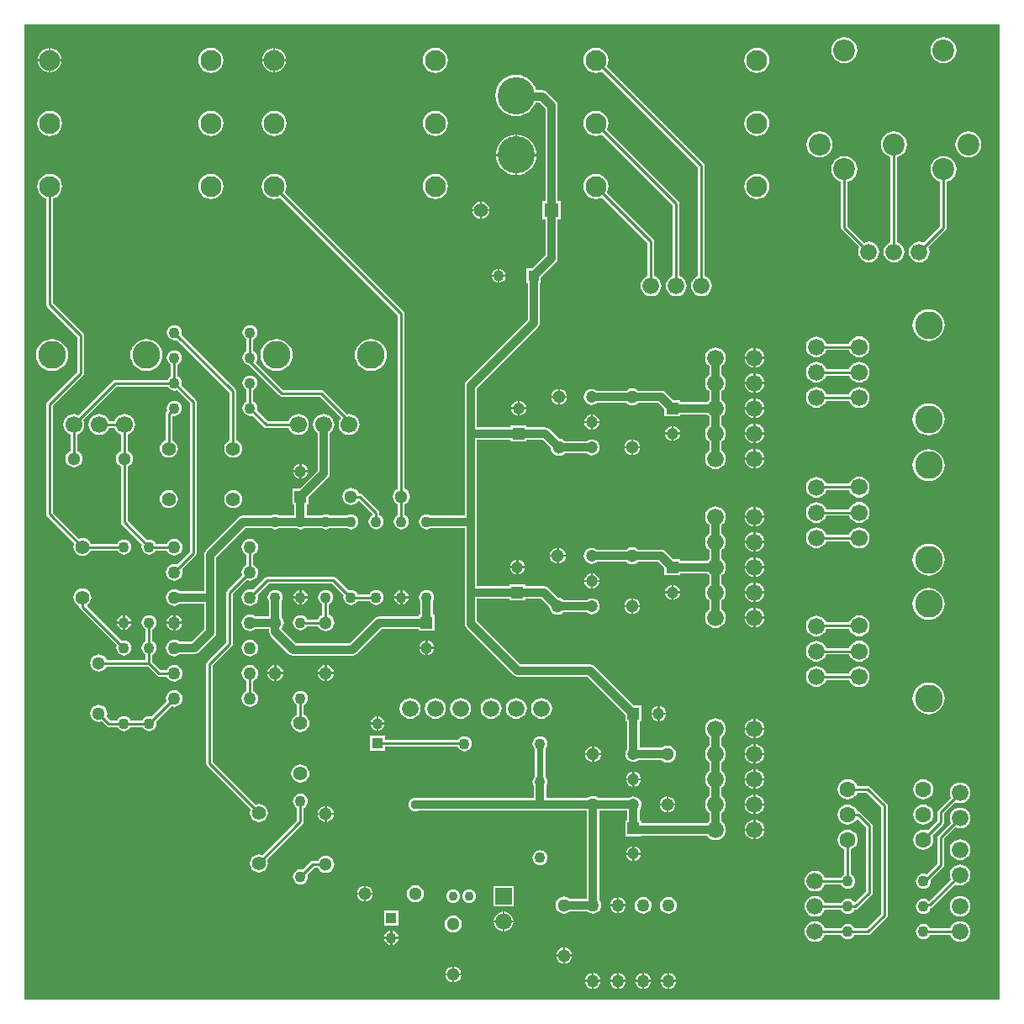
<source format=gbl>
G04*
G04 #@! TF.GenerationSoftware,Altium Limited,Altium Designer,19.0.12 (326)*
G04*
G04 Layer_Physical_Order=2*
G04 Layer_Color=16711680*
%FSLAX25Y25*%
%MOIN*%
G70*
G01*
G75*
%ADD12C,0.01000*%
%ADD38C,0.02400*%
%ADD39C,0.03200*%
%ADD40R,0.06600X0.06600*%
%ADD41C,0.06600*%
%ADD42C,0.04331*%
%ADD43R,0.04331X0.04331*%
%ADD44C,0.11024*%
%ADD45C,0.06693*%
%ADD46C,0.05000*%
%ADD47C,0.05118*%
%ADD48C,0.03622*%
%ADD49R,0.04331X0.04331*%
%ADD50C,0.08268*%
%ADD51C,0.08661*%
%ADD52C,0.14765*%
%ADD53R,0.05512X0.05512*%
%ADD54C,0.05512*%
%ADD55R,0.04724X0.04724*%
%ADD56C,0.04724*%
%ADD57R,0.04724X0.04724*%
%ADD58C,0.06299*%
%ADD59C,0.03000*%
%ADD60C,0.03700*%
G36*
X388234Y1529D02*
X1529D01*
Y388234D01*
X388234D01*
Y1529D01*
D02*
G37*
%LPC*%
G36*
X100951Y378722D02*
Y374400D01*
X105273D01*
X105163Y375236D01*
X104686Y376387D01*
X103927Y377376D01*
X102938Y378135D01*
X101787Y378612D01*
X100951Y378722D01*
D02*
G37*
G36*
X11951D02*
Y374400D01*
X16273D01*
X16163Y375236D01*
X15686Y376387D01*
X14927Y377376D01*
X13938Y378135D01*
X12787Y378612D01*
X11951Y378722D01*
D02*
G37*
G36*
X100151D02*
X99315Y378612D01*
X98164Y378135D01*
X97175Y377376D01*
X96416Y376387D01*
X95939Y375236D01*
X95829Y374400D01*
X100151D01*
Y378722D01*
D02*
G37*
G36*
X11151D02*
X10315Y378612D01*
X9164Y378135D01*
X8175Y377376D01*
X7416Y376387D01*
X6939Y375236D01*
X6829Y374400D01*
X11151D01*
Y378722D01*
D02*
G37*
G36*
X366000Y383175D02*
X364661Y382999D01*
X363412Y382482D01*
X362341Y381659D01*
X361518Y380588D01*
X361001Y379339D01*
X360825Y378000D01*
X361001Y376661D01*
X361518Y375413D01*
X362341Y374341D01*
X363412Y373518D01*
X364661Y373001D01*
X366000Y372825D01*
X367339Y373001D01*
X368587Y373518D01*
X369659Y374341D01*
X370482Y375413D01*
X370999Y376661D01*
X371175Y378000D01*
X370999Y379339D01*
X370482Y380588D01*
X369659Y381659D01*
X368587Y382482D01*
X367339Y382999D01*
X366000Y383175D01*
D02*
G37*
G36*
X326630D02*
X325290Y382999D01*
X324042Y382482D01*
X322971Y381659D01*
X322148Y380588D01*
X321631Y379339D01*
X321455Y378000D01*
X321631Y376661D01*
X322148Y375413D01*
X322971Y374341D01*
X324042Y373518D01*
X325290Y373001D01*
X326630Y372825D01*
X327969Y373001D01*
X329217Y373518D01*
X330289Y374341D01*
X331112Y375413D01*
X331629Y376661D01*
X331805Y378000D01*
X331629Y379339D01*
X331112Y380588D01*
X330289Y381659D01*
X329217Y382482D01*
X327969Y382999D01*
X326630Y383175D01*
D02*
G37*
G36*
X105273Y373600D02*
X100951D01*
Y369278D01*
X101787Y369388D01*
X102938Y369865D01*
X103927Y370624D01*
X104686Y371613D01*
X105163Y372764D01*
X105273Y373600D01*
D02*
G37*
G36*
X16273D02*
X11951D01*
Y369278D01*
X12787Y369388D01*
X13938Y369865D01*
X14927Y370624D01*
X15686Y371613D01*
X16163Y372764D01*
X16273Y373600D01*
D02*
G37*
G36*
X11151D02*
X6829D01*
X6939Y372764D01*
X7416Y371613D01*
X8175Y370624D01*
X9164Y369865D01*
X10315Y369388D01*
X11151Y369278D01*
Y373600D01*
D02*
G37*
G36*
X100151D02*
X95829D01*
X95939Y372764D01*
X96416Y371613D01*
X97175Y370624D01*
X98164Y369865D01*
X99315Y369388D01*
X100151Y369278D01*
Y373600D01*
D02*
G37*
G36*
X292000Y378977D02*
X290712Y378807D01*
X289512Y378310D01*
X288481Y377519D01*
X287690Y376488D01*
X287193Y375288D01*
X287023Y374000D01*
X287193Y372712D01*
X287690Y371512D01*
X288481Y370481D01*
X289512Y369690D01*
X290712Y369193D01*
X292000Y369023D01*
X293288Y369193D01*
X294488Y369690D01*
X295519Y370481D01*
X296310Y371512D01*
X296807Y372712D01*
X296977Y374000D01*
X296807Y375288D01*
X296310Y376488D01*
X295519Y377519D01*
X294488Y378310D01*
X293288Y378807D01*
X292000Y378977D01*
D02*
G37*
G36*
X164449D02*
X163161Y378807D01*
X161961Y378310D01*
X160930Y377519D01*
X160139Y376488D01*
X159642Y375288D01*
X159472Y374000D01*
X159642Y372712D01*
X160139Y371512D01*
X160930Y370481D01*
X161961Y369690D01*
X163161Y369193D01*
X164449Y369023D01*
X165737Y369193D01*
X166937Y369690D01*
X167968Y370481D01*
X168759Y371512D01*
X169256Y372712D01*
X169426Y374000D01*
X169256Y375288D01*
X168759Y376488D01*
X167968Y377519D01*
X166937Y378310D01*
X165737Y378807D01*
X164449Y378977D01*
D02*
G37*
G36*
X75449D02*
X74161Y378807D01*
X72961Y378310D01*
X71930Y377519D01*
X71139Y376488D01*
X70642Y375288D01*
X70472Y374000D01*
X70642Y372712D01*
X71139Y371512D01*
X71930Y370481D01*
X72961Y369690D01*
X74161Y369193D01*
X75449Y369023D01*
X76737Y369193D01*
X77937Y369690D01*
X78968Y370481D01*
X79759Y371512D01*
X80256Y372712D01*
X80426Y374000D01*
X80256Y375288D01*
X79759Y376488D01*
X78968Y377519D01*
X77937Y378310D01*
X76737Y378807D01*
X75449Y378977D01*
D02*
G37*
G36*
X292000Y353977D02*
X290712Y353807D01*
X289512Y353310D01*
X288481Y352519D01*
X287690Y351488D01*
X287193Y350288D01*
X287023Y349000D01*
X287193Y347712D01*
X287690Y346512D01*
X288481Y345481D01*
X289512Y344690D01*
X290712Y344193D01*
X292000Y344023D01*
X293288Y344193D01*
X294488Y344690D01*
X295519Y345481D01*
X296310Y346512D01*
X296807Y347712D01*
X296977Y349000D01*
X296807Y350288D01*
X296310Y351488D01*
X295519Y352519D01*
X294488Y353310D01*
X293288Y353807D01*
X292000Y353977D01*
D02*
G37*
G36*
X164449D02*
X163161Y353807D01*
X161961Y353310D01*
X160930Y352519D01*
X160139Y351488D01*
X159642Y350288D01*
X159472Y349000D01*
X159642Y347712D01*
X160139Y346512D01*
X160930Y345481D01*
X161961Y344690D01*
X163161Y344193D01*
X164449Y344023D01*
X165737Y344193D01*
X166937Y344690D01*
X167968Y345481D01*
X168759Y346512D01*
X169256Y347712D01*
X169426Y349000D01*
X169256Y350288D01*
X168759Y351488D01*
X167968Y352519D01*
X166937Y353310D01*
X165737Y353807D01*
X164449Y353977D01*
D02*
G37*
G36*
X100551D02*
X99263Y353807D01*
X98063Y353310D01*
X97032Y352519D01*
X96241Y351488D01*
X95744Y350288D01*
X95574Y349000D01*
X95744Y347712D01*
X96241Y346512D01*
X97032Y345481D01*
X98063Y344690D01*
X99263Y344193D01*
X100551Y344023D01*
X101839Y344193D01*
X103039Y344690D01*
X104070Y345481D01*
X104861Y346512D01*
X105358Y347712D01*
X105528Y349000D01*
X105358Y350288D01*
X104861Y351488D01*
X104070Y352519D01*
X103039Y353310D01*
X101839Y353807D01*
X100551Y353977D01*
D02*
G37*
G36*
X75449D02*
X74161Y353807D01*
X72961Y353310D01*
X71930Y352519D01*
X71139Y351488D01*
X70642Y350288D01*
X70472Y349000D01*
X70642Y347712D01*
X71139Y346512D01*
X71930Y345481D01*
X72961Y344690D01*
X74161Y344193D01*
X75449Y344023D01*
X76737Y344193D01*
X77937Y344690D01*
X78968Y345481D01*
X79759Y346512D01*
X80256Y347712D01*
X80426Y349000D01*
X80256Y350288D01*
X79759Y351488D01*
X78968Y352519D01*
X77937Y353310D01*
X76737Y353807D01*
X75449Y353977D01*
D02*
G37*
G36*
X11551D02*
X10263Y353807D01*
X9063Y353310D01*
X8032Y352519D01*
X7241Y351488D01*
X6744Y350288D01*
X6574Y349000D01*
X6744Y347712D01*
X7241Y346512D01*
X8032Y345481D01*
X9063Y344690D01*
X10263Y344193D01*
X11551Y344023D01*
X12839Y344193D01*
X14039Y344690D01*
X15070Y345481D01*
X15861Y346512D01*
X16358Y347712D01*
X16528Y349000D01*
X16358Y350288D01*
X15861Y351488D01*
X15070Y352519D01*
X14039Y353310D01*
X12839Y353807D01*
X11551Y353977D01*
D02*
G37*
G36*
X196900Y344359D02*
Y336778D01*
X204482D01*
X204367Y337943D01*
X203910Y339447D01*
X203169Y340834D01*
X202172Y342050D01*
X200956Y343047D01*
X199569Y343788D01*
X198065Y344245D01*
X196900Y344359D01*
D02*
G37*
G36*
X196100D02*
X194935Y344245D01*
X193430Y343788D01*
X192044Y343047D01*
X190828Y342050D01*
X189831Y340834D01*
X189090Y339447D01*
X188633Y337943D01*
X188519Y336778D01*
X196100D01*
Y344359D01*
D02*
G37*
G36*
X375842Y345773D02*
X374503Y345597D01*
X373255Y345080D01*
X372183Y344258D01*
X371361Y343186D01*
X370844Y341938D01*
X370668Y340598D01*
X370844Y339259D01*
X371361Y338011D01*
X372183Y336939D01*
X373255Y336117D01*
X374503Y335600D01*
X375842Y335423D01*
X377182Y335600D01*
X378430Y336117D01*
X379502Y336939D01*
X380324Y338011D01*
X380841Y339259D01*
X381017Y340598D01*
X380841Y341938D01*
X380324Y343186D01*
X379502Y344258D01*
X378430Y345080D01*
X377182Y345597D01*
X375842Y345773D01*
D02*
G37*
G36*
X316787D02*
X315448Y345597D01*
X314200Y345080D01*
X313128Y344258D01*
X312306Y343186D01*
X311789Y341938D01*
X311612Y340598D01*
X311789Y339259D01*
X312306Y338011D01*
X313128Y336939D01*
X314200Y336117D01*
X315448Y335600D01*
X316787Y335423D01*
X318127Y335600D01*
X319375Y336117D01*
X320447Y336939D01*
X321269Y338011D01*
X321786Y339259D01*
X321962Y340598D01*
X321786Y341938D01*
X321269Y343186D01*
X320447Y344258D01*
X319375Y345080D01*
X318127Y345597D01*
X316787Y345773D01*
D02*
G37*
G36*
X204482Y335978D02*
X196900D01*
Y328397D01*
X198065Y328511D01*
X199569Y328968D01*
X200956Y329709D01*
X202172Y330706D01*
X203169Y331922D01*
X203910Y333309D01*
X204367Y334813D01*
X204482Y335978D01*
D02*
G37*
G36*
X196100D02*
X188519D01*
X188633Y334813D01*
X189090Y333309D01*
X189831Y331922D01*
X190828Y330706D01*
X192044Y329709D01*
X193430Y328968D01*
X194935Y328511D01*
X196100Y328397D01*
Y335978D01*
D02*
G37*
G36*
X292000Y328977D02*
X290712Y328807D01*
X289512Y328310D01*
X288481Y327519D01*
X287690Y326488D01*
X287193Y325288D01*
X287023Y324000D01*
X287193Y322712D01*
X287690Y321512D01*
X288481Y320481D01*
X289512Y319690D01*
X290712Y319193D01*
X292000Y319023D01*
X293288Y319193D01*
X294488Y319690D01*
X295519Y320481D01*
X296310Y321512D01*
X296807Y322712D01*
X296977Y324000D01*
X296807Y325288D01*
X296310Y326488D01*
X295519Y327519D01*
X294488Y328310D01*
X293288Y328807D01*
X292000Y328977D01*
D02*
G37*
G36*
X164449D02*
X163161Y328807D01*
X161961Y328310D01*
X160930Y327519D01*
X160139Y326488D01*
X159642Y325288D01*
X159472Y324000D01*
X159642Y322712D01*
X160139Y321512D01*
X160930Y320481D01*
X161961Y319690D01*
X163161Y319193D01*
X164449Y319023D01*
X165737Y319193D01*
X166937Y319690D01*
X167968Y320481D01*
X168759Y321512D01*
X169256Y322712D01*
X169426Y324000D01*
X169256Y325288D01*
X168759Y326488D01*
X167968Y327519D01*
X166937Y328310D01*
X165737Y328807D01*
X164449Y328977D01*
D02*
G37*
G36*
X75449D02*
X74161Y328807D01*
X72961Y328310D01*
X71930Y327519D01*
X71139Y326488D01*
X70642Y325288D01*
X70472Y324000D01*
X70642Y322712D01*
X71139Y321512D01*
X71930Y320481D01*
X72961Y319690D01*
X74161Y319193D01*
X75449Y319023D01*
X76737Y319193D01*
X77937Y319690D01*
X78968Y320481D01*
X79759Y321512D01*
X80256Y322712D01*
X80426Y324000D01*
X80256Y325288D01*
X79759Y326488D01*
X78968Y327519D01*
X77937Y328310D01*
X76737Y328807D01*
X75449Y328977D01*
D02*
G37*
G36*
X182900Y317832D02*
Y314900D01*
X185832D01*
X185770Y315376D01*
X185432Y316193D01*
X184894Y316894D01*
X184193Y317431D01*
X183376Y317770D01*
X182900Y317832D01*
D02*
G37*
G36*
X182100D02*
X181624Y317770D01*
X180807Y317431D01*
X180106Y316894D01*
X179569Y316193D01*
X179230Y315376D01*
X179168Y314900D01*
X182100D01*
Y317832D01*
D02*
G37*
G36*
X185832Y314100D02*
X182900D01*
Y311168D01*
X183376Y311230D01*
X184193Y311568D01*
X184894Y312106D01*
X185432Y312807D01*
X185770Y313624D01*
X185832Y314100D01*
D02*
G37*
G36*
X182100D02*
X179168D01*
X179230Y313624D01*
X179569Y312807D01*
X180106Y312106D01*
X180807Y311568D01*
X181624Y311230D01*
X182100Y311168D01*
Y314100D01*
D02*
G37*
G36*
X366000Y335931D02*
X364661Y335755D01*
X363412Y335238D01*
X362341Y334415D01*
X361518Y333343D01*
X361001Y332095D01*
X360825Y330756D01*
X361001Y329416D01*
X361518Y328168D01*
X362341Y327097D01*
X363412Y326274D01*
X364661Y325757D01*
X364674Y325755D01*
Y308234D01*
X358127Y301687D01*
X357385Y301994D01*
X356315Y302135D01*
X355245Y301994D01*
X354247Y301581D01*
X353391Y300924D01*
X352734Y300068D01*
X352321Y299070D01*
X352180Y298000D01*
X352321Y296930D01*
X352734Y295932D01*
X353391Y295076D01*
X354247Y294419D01*
X355245Y294005D01*
X356315Y293865D01*
X357385Y294005D01*
X358383Y294419D01*
X359239Y295076D01*
X359896Y295932D01*
X360309Y296930D01*
X360450Y298000D01*
X360309Y299070D01*
X360002Y299813D01*
X366937Y306748D01*
X367225Y307178D01*
X367325Y307685D01*
Y325755D01*
X367339Y325757D01*
X368587Y326274D01*
X369659Y327097D01*
X370482Y328168D01*
X370999Y329416D01*
X371175Y330756D01*
X370999Y332095D01*
X370482Y333343D01*
X369659Y334415D01*
X368587Y335238D01*
X367339Y335755D01*
X366000Y335931D01*
D02*
G37*
G36*
X346315Y345773D02*
X344976Y345597D01*
X343727Y345080D01*
X342656Y344258D01*
X341833Y343186D01*
X341316Y341938D01*
X341140Y340598D01*
X341316Y339259D01*
X341833Y338011D01*
X342656Y336939D01*
X343727Y336117D01*
X344976Y335600D01*
X344989Y335598D01*
Y301889D01*
X344247Y301581D01*
X343391Y300924D01*
X342734Y300068D01*
X342320Y299070D01*
X342180Y298000D01*
X342320Y296930D01*
X342734Y295932D01*
X343391Y295076D01*
X344247Y294419D01*
X345245Y294005D01*
X346315Y293865D01*
X347385Y294005D01*
X348383Y294419D01*
X349239Y295076D01*
X349896Y295932D01*
X350309Y296930D01*
X350450Y298000D01*
X350309Y299070D01*
X349896Y300068D01*
X349239Y300924D01*
X348383Y301581D01*
X347640Y301889D01*
Y335598D01*
X347654Y335600D01*
X348902Y336117D01*
X349974Y336939D01*
X350797Y338011D01*
X351314Y339259D01*
X351490Y340598D01*
X351314Y341938D01*
X350797Y343186D01*
X349974Y344258D01*
X348902Y345080D01*
X347654Y345597D01*
X346315Y345773D01*
D02*
G37*
G36*
X326630Y335931D02*
X325290Y335755D01*
X324042Y335238D01*
X322971Y334415D01*
X322148Y333343D01*
X321631Y332095D01*
X321455Y330756D01*
X321631Y329416D01*
X322148Y328168D01*
X322971Y327097D01*
X324042Y326274D01*
X325290Y325757D01*
X325304Y325755D01*
Y307685D01*
X325405Y307178D01*
X325693Y306748D01*
X332628Y299813D01*
X332320Y299070D01*
X332180Y298000D01*
X332320Y296930D01*
X332734Y295932D01*
X333391Y295076D01*
X334247Y294419D01*
X335245Y294005D01*
X336315Y293865D01*
X337385Y294005D01*
X338383Y294419D01*
X339239Y295076D01*
X339896Y295932D01*
X340309Y296930D01*
X340450Y298000D01*
X340309Y299070D01*
X339896Y300068D01*
X339239Y300924D01*
X338383Y301581D01*
X337385Y301994D01*
X336315Y302135D01*
X335245Y301994D01*
X334502Y301687D01*
X327955Y308234D01*
Y325755D01*
X327969Y325757D01*
X329217Y326274D01*
X330289Y327097D01*
X331112Y328168D01*
X331629Y329416D01*
X331805Y330756D01*
X331629Y332095D01*
X331112Y333343D01*
X330289Y334415D01*
X329217Y335238D01*
X327969Y335755D01*
X326630Y335931D01*
D02*
G37*
G36*
X190010Y291231D02*
Y288895D01*
X192347D01*
X192305Y289216D01*
X192026Y289889D01*
X191583Y290467D01*
X191005Y290910D01*
X190332Y291189D01*
X190010Y291231D01*
D02*
G37*
G36*
X189210Y291231D02*
X188888Y291189D01*
X188216Y290910D01*
X187638Y290467D01*
X187195Y289889D01*
X186916Y289216D01*
X186873Y288895D01*
X189210D01*
Y291231D01*
D02*
G37*
G36*
X192347Y288094D02*
X190010D01*
Y285758D01*
X190332Y285800D01*
X191005Y286079D01*
X191583Y286522D01*
X192026Y287100D01*
X192305Y287772D01*
X192347Y288094D01*
D02*
G37*
G36*
X189210D02*
X186873D01*
X186916Y287772D01*
X187195Y287100D01*
X187638Y286522D01*
X188216Y286079D01*
X188888Y285800D01*
X189210Y285758D01*
Y288094D01*
D02*
G37*
G36*
X228102Y378977D02*
X226814Y378807D01*
X225614Y378310D01*
X224583Y377519D01*
X223792Y376488D01*
X223295Y375288D01*
X223125Y374000D01*
X223295Y372712D01*
X223792Y371512D01*
X224583Y370481D01*
X225614Y369690D01*
X226814Y369193D01*
X228102Y369023D01*
X229390Y369193D01*
X230553Y369675D01*
X268674Y331553D01*
Y288389D01*
X267932Y288081D01*
X267076Y287424D01*
X266419Y286568D01*
X266005Y285570D01*
X265865Y284500D01*
X266005Y283430D01*
X266419Y282432D01*
X267076Y281576D01*
X267932Y280919D01*
X268930Y280505D01*
X270000Y280365D01*
X271070Y280505D01*
X272068Y280919D01*
X272924Y281576D01*
X273581Y282432D01*
X273994Y283430D01*
X274135Y284500D01*
X273994Y285570D01*
X273581Y286568D01*
X272924Y287424D01*
X272068Y288081D01*
X271325Y288389D01*
Y332102D01*
X271225Y332609D01*
X270937Y333039D01*
X232427Y371549D01*
X232909Y372712D01*
X233079Y374000D01*
X232909Y375288D01*
X232412Y376488D01*
X231621Y377519D01*
X230590Y378310D01*
X229390Y378807D01*
X228102Y378977D01*
D02*
G37*
G36*
Y353977D02*
X226814Y353807D01*
X225614Y353310D01*
X224583Y352519D01*
X223792Y351488D01*
X223295Y350288D01*
X223125Y349000D01*
X223295Y347712D01*
X223792Y346512D01*
X224583Y345481D01*
X225614Y344690D01*
X226814Y344193D01*
X228102Y344023D01*
X229390Y344193D01*
X230553Y344675D01*
X258675Y316553D01*
Y288389D01*
X257932Y288081D01*
X257076Y287424D01*
X256419Y286568D01*
X256006Y285570D01*
X255865Y284500D01*
X256006Y283430D01*
X256419Y282432D01*
X257076Y281576D01*
X257932Y280919D01*
X258930Y280505D01*
X260000Y280365D01*
X261070Y280505D01*
X262068Y280919D01*
X262924Y281576D01*
X263581Y282432D01*
X263995Y283430D01*
X264135Y284500D01*
X263995Y285570D01*
X263581Y286568D01*
X262924Y287424D01*
X262068Y288081D01*
X261326Y288389D01*
Y317102D01*
X261225Y317609D01*
X260937Y318039D01*
X232427Y346549D01*
X232909Y347712D01*
X233079Y349000D01*
X232909Y350288D01*
X232412Y351488D01*
X231621Y352519D01*
X230590Y353310D01*
X229390Y353807D01*
X228102Y353977D01*
D02*
G37*
G36*
Y328977D02*
X226814Y328807D01*
X225614Y328310D01*
X224583Y327519D01*
X223792Y326488D01*
X223295Y325288D01*
X223125Y324000D01*
X223295Y322712D01*
X223792Y321512D01*
X224583Y320481D01*
X225614Y319690D01*
X226814Y319193D01*
X228102Y319023D01*
X229390Y319193D01*
X230553Y319675D01*
X248675Y301553D01*
Y288389D01*
X247932Y288081D01*
X247076Y287424D01*
X246419Y286568D01*
X246006Y285570D01*
X245865Y284500D01*
X246006Y283430D01*
X246419Y282432D01*
X247076Y281576D01*
X247932Y280919D01*
X248930Y280505D01*
X250000Y280365D01*
X251070Y280505D01*
X252068Y280919D01*
X252924Y281576D01*
X253581Y282432D01*
X253994Y283430D01*
X254135Y284500D01*
X253994Y285570D01*
X253581Y286568D01*
X252924Y287424D01*
X252068Y288081D01*
X251325Y288389D01*
Y302102D01*
X251225Y302609D01*
X250937Y303039D01*
X232427Y321549D01*
X232909Y322712D01*
X233079Y324000D01*
X232909Y325288D01*
X232412Y326488D01*
X231621Y327519D01*
X230590Y328310D01*
X229390Y328807D01*
X228102Y328977D01*
D02*
G37*
G36*
X360032Y275358D02*
X358794Y275236D01*
X357604Y274875D01*
X356508Y274289D01*
X355547Y273500D01*
X354758Y272539D01*
X354172Y271443D01*
X353811Y270253D01*
X353689Y269016D01*
X353811Y267778D01*
X354172Y266589D01*
X354758Y265492D01*
X355547Y264531D01*
X356508Y263742D01*
X357604Y263156D01*
X358794Y262795D01*
X360032Y262673D01*
X361269Y262795D01*
X362459Y263156D01*
X363555Y263742D01*
X364516Y264531D01*
X365305Y265492D01*
X365891Y266589D01*
X366252Y267778D01*
X366374Y269016D01*
X366252Y270253D01*
X365891Y271443D01*
X365305Y272539D01*
X364516Y273500D01*
X363555Y274289D01*
X362459Y274875D01*
X361269Y275236D01*
X360032Y275358D01*
D02*
G37*
G36*
X332472Y264540D02*
X331390Y264397D01*
X330381Y263979D01*
X329515Y263315D01*
X328851Y262449D01*
X328533Y261683D01*
X319371D01*
X319081Y262383D01*
X318424Y263239D01*
X317568Y263896D01*
X316570Y264309D01*
X315500Y264450D01*
X314430Y264309D01*
X313432Y263896D01*
X312576Y263239D01*
X311919Y262383D01*
X311506Y261385D01*
X311365Y260315D01*
X311506Y259245D01*
X311919Y258247D01*
X312576Y257391D01*
X313432Y256734D01*
X314430Y256321D01*
X315500Y256180D01*
X316570Y256321D01*
X317568Y256734D01*
X318424Y257391D01*
X319081Y258247D01*
X319406Y259032D01*
X328533D01*
X328851Y258266D01*
X329515Y257400D01*
X330381Y256736D01*
X331390Y256318D01*
X332472Y256175D01*
X333555Y256318D01*
X334564Y256736D01*
X335430Y257400D01*
X336094Y258266D01*
X336512Y259275D01*
X336655Y260357D01*
X336512Y261440D01*
X336094Y262449D01*
X335430Y263315D01*
X334564Y263979D01*
X333555Y264397D01*
X332472Y264540D01*
D02*
G37*
G36*
X291400Y259881D02*
Y256400D01*
X294881D01*
X294800Y257018D01*
X294407Y257967D01*
X293781Y258782D01*
X292967Y259407D01*
X292018Y259800D01*
X291400Y259881D01*
D02*
G37*
G36*
X290600D02*
X289982Y259800D01*
X289033Y259407D01*
X288218Y258782D01*
X287593Y257967D01*
X287200Y257018D01*
X287119Y256400D01*
X290600D01*
Y259881D01*
D02*
G37*
G36*
X294881Y255600D02*
X291400D01*
Y252119D01*
X292018Y252200D01*
X292967Y252593D01*
X293781Y253219D01*
X294407Y254033D01*
X294800Y254982D01*
X294881Y255600D01*
D02*
G37*
G36*
X290600D02*
X287119D01*
X287200Y254982D01*
X287593Y254033D01*
X288218Y253219D01*
X289033Y252593D01*
X289982Y252200D01*
X290600Y252119D01*
Y255600D01*
D02*
G37*
G36*
X332472Y254497D02*
X331390Y254355D01*
X330381Y253937D01*
X329515Y253272D01*
X328851Y252406D01*
X328533Y251640D01*
X319389D01*
X319081Y252383D01*
X318424Y253239D01*
X317568Y253896D01*
X316570Y254309D01*
X315500Y254450D01*
X314430Y254309D01*
X313432Y253896D01*
X312576Y253239D01*
X311919Y252383D01*
X311506Y251385D01*
X311365Y250315D01*
X311506Y249245D01*
X311919Y248247D01*
X312576Y247391D01*
X313432Y246734D01*
X314430Y246321D01*
X315500Y246180D01*
X316570Y246321D01*
X317568Y246734D01*
X318424Y247391D01*
X319081Y248247D01*
X319389Y248990D01*
X328533D01*
X328851Y248224D01*
X329515Y247358D01*
X330381Y246693D01*
X331390Y246275D01*
X332472Y246133D01*
X333555Y246275D01*
X334564Y246693D01*
X335430Y247358D01*
X336094Y248224D01*
X336512Y249233D01*
X336655Y250315D01*
X336512Y251397D01*
X336094Y252406D01*
X335430Y253272D01*
X334564Y253937D01*
X333555Y254355D01*
X332472Y254497D01*
D02*
G37*
G36*
X138902Y263464D02*
X137664Y263342D01*
X136475Y262982D01*
X135378Y262396D01*
X134417Y261607D01*
X133628Y260646D01*
X133042Y259549D01*
X132681Y258359D01*
X132559Y257122D01*
X132681Y255885D01*
X133042Y254695D01*
X133628Y253598D01*
X134417Y252637D01*
X135378Y251849D01*
X136475Y251262D01*
X137664Y250902D01*
X138902Y250780D01*
X140139Y250902D01*
X141329Y251262D01*
X142425Y251849D01*
X143386Y252637D01*
X144175Y253598D01*
X144761Y254695D01*
X145122Y255885D01*
X145244Y257122D01*
X145122Y258359D01*
X144761Y259549D01*
X144175Y260646D01*
X143386Y261607D01*
X142425Y262396D01*
X141329Y262982D01*
X140139Y263342D01*
X138902Y263464D01*
D02*
G37*
G36*
X101500D02*
X100263Y263342D01*
X99073Y262982D01*
X97976Y262396D01*
X97015Y261607D01*
X96227Y260646D01*
X95640Y259549D01*
X95280Y258359D01*
X95158Y257122D01*
X95280Y255885D01*
X95640Y254695D01*
X96227Y253598D01*
X97015Y252637D01*
X97976Y251849D01*
X99073Y251262D01*
X100263Y250902D01*
X101500Y250780D01*
X102737Y250902D01*
X103927Y251262D01*
X105024Y251849D01*
X105985Y252637D01*
X106773Y253598D01*
X107360Y254695D01*
X107720Y255885D01*
X107842Y257122D01*
X107720Y258359D01*
X107360Y259549D01*
X106773Y260646D01*
X105985Y261607D01*
X105024Y262396D01*
X103927Y262982D01*
X102737Y263342D01*
X101500Y263464D01*
D02*
G37*
G36*
X49902D02*
X48664Y263342D01*
X47475Y262982D01*
X46378Y262396D01*
X45417Y261607D01*
X44628Y260646D01*
X44042Y259549D01*
X43681Y258359D01*
X43559Y257122D01*
X43681Y255885D01*
X44042Y254695D01*
X44628Y253598D01*
X45417Y252637D01*
X46378Y251849D01*
X47475Y251262D01*
X48664Y250902D01*
X49902Y250780D01*
X51139Y250902D01*
X52329Y251262D01*
X53425Y251849D01*
X54386Y252637D01*
X55175Y253598D01*
X55761Y254695D01*
X56122Y255885D01*
X56244Y257122D01*
X56122Y258359D01*
X55761Y259549D01*
X55175Y260646D01*
X54386Y261607D01*
X53425Y262396D01*
X52329Y262982D01*
X51139Y263342D01*
X49902Y263464D01*
D02*
G37*
G36*
X12500D02*
X11263Y263342D01*
X10073Y262982D01*
X8976Y262396D01*
X8015Y261607D01*
X7226Y260646D01*
X6640Y259549D01*
X6279Y258359D01*
X6158Y257122D01*
X6279Y255885D01*
X6640Y254695D01*
X7226Y253598D01*
X8015Y252637D01*
X8976Y251849D01*
X10073Y251262D01*
X11263Y250902D01*
X12500Y250780D01*
X13737Y250902D01*
X14927Y251262D01*
X16024Y251849D01*
X16985Y252637D01*
X17774Y253598D01*
X18360Y254695D01*
X18721Y255885D01*
X18842Y257122D01*
X18721Y258359D01*
X18360Y259549D01*
X17774Y260646D01*
X16985Y261607D01*
X16024Y262396D01*
X14927Y262982D01*
X13737Y263342D01*
X12500Y263464D01*
D02*
G37*
G36*
X291400Y249881D02*
Y246400D01*
X294881D01*
X294800Y247018D01*
X294407Y247967D01*
X293781Y248781D01*
X292967Y249407D01*
X292018Y249800D01*
X291400Y249881D01*
D02*
G37*
G36*
X290600D02*
X289982Y249800D01*
X289033Y249407D01*
X288218Y248781D01*
X287593Y247967D01*
X287200Y247018D01*
X287119Y246400D01*
X290600D01*
Y249881D01*
D02*
G37*
G36*
X294881Y245600D02*
X291400D01*
Y242119D01*
X292018Y242200D01*
X292967Y242593D01*
X293781Y243218D01*
X294407Y244033D01*
X294800Y244982D01*
X294881Y245600D01*
D02*
G37*
G36*
X290600D02*
X287119D01*
X287200Y244982D01*
X287593Y244033D01*
X288218Y243218D01*
X289033Y242593D01*
X289982Y242200D01*
X290600Y242119D01*
Y245600D01*
D02*
G37*
G36*
X332472Y244455D02*
X331390Y244312D01*
X330381Y243894D01*
X329515Y243230D01*
X328851Y242364D01*
X328533Y241598D01*
X319406D01*
X319081Y242383D01*
X318424Y243239D01*
X317568Y243896D01*
X316570Y244309D01*
X315500Y244450D01*
X314430Y244309D01*
X313432Y243896D01*
X312576Y243239D01*
X311919Y242383D01*
X311506Y241385D01*
X311365Y240315D01*
X311506Y239245D01*
X311919Y238247D01*
X312576Y237391D01*
X313432Y236734D01*
X314430Y236320D01*
X315500Y236180D01*
X316570Y236320D01*
X317568Y236734D01*
X318424Y237391D01*
X319081Y238247D01*
X319371Y238947D01*
X328533D01*
X328851Y238181D01*
X329515Y237315D01*
X330381Y236650D01*
X331390Y236233D01*
X332472Y236090D01*
X333555Y236233D01*
X334564Y236650D01*
X335430Y237315D01*
X336094Y238181D01*
X336512Y239190D01*
X336655Y240272D01*
X336512Y241355D01*
X336094Y242364D01*
X335430Y243230D01*
X334564Y243894D01*
X333555Y244312D01*
X332472Y244455D01*
D02*
G37*
G36*
X213900Y243634D02*
Y240900D01*
X216634D01*
X216578Y241325D01*
X216259Y242093D01*
X215753Y242753D01*
X215093Y243259D01*
X214325Y243578D01*
X213900Y243634D01*
D02*
G37*
G36*
X213100D02*
X212675Y243578D01*
X211907Y243259D01*
X211247Y242753D01*
X210741Y242093D01*
X210422Y241325D01*
X210366Y240900D01*
X213100D01*
Y243634D01*
D02*
G37*
G36*
X275500Y260135D02*
X274430Y259995D01*
X273432Y259581D01*
X272576Y258924D01*
X271919Y258068D01*
X271505Y257070D01*
X271365Y256000D01*
X271505Y254930D01*
X271919Y253932D01*
X272576Y253076D01*
X273053Y252710D01*
Y249290D01*
X272576Y248924D01*
X271919Y248068D01*
X271505Y247070D01*
X271365Y246000D01*
X271505Y244930D01*
X271919Y243932D01*
X272576Y243076D01*
X273053Y242710D01*
Y239290D01*
X272576Y238924D01*
X272210Y238447D01*
X261662D01*
Y239162D01*
X258799D01*
X255730Y242230D01*
X254936Y242761D01*
X254000Y242947D01*
X244829D01*
X244194Y243434D01*
X243377Y243773D01*
X242500Y243888D01*
X241623Y243773D01*
X240806Y243434D01*
X240171Y242947D01*
X228505D01*
X228095Y243262D01*
X227326Y243581D01*
X226500Y243689D01*
X225675Y243581D01*
X224905Y243262D01*
X224245Y242755D01*
X223738Y242095D01*
X223419Y241325D01*
X223311Y240500D01*
X223419Y239674D01*
X223738Y238905D01*
X224245Y238245D01*
X224905Y237738D01*
X225675Y237419D01*
X226500Y237311D01*
X227326Y237419D01*
X228095Y237738D01*
X228505Y238053D01*
X240171D01*
X240806Y237566D01*
X241623Y237228D01*
X242500Y237112D01*
X243377Y237228D01*
X244194Y237566D01*
X244829Y238053D01*
X252986D01*
X255338Y235701D01*
Y232838D01*
X261662D01*
Y233553D01*
X272210D01*
X272576Y233076D01*
X273053Y232710D01*
Y229290D01*
X272576Y228924D01*
X271919Y228068D01*
X271505Y227070D01*
X271365Y226000D01*
X271505Y224930D01*
X271919Y223932D01*
X272576Y223076D01*
X273053Y222710D01*
Y219290D01*
X272576Y218924D01*
X271919Y218068D01*
X271505Y217070D01*
X271365Y216000D01*
X271505Y214930D01*
X271919Y213932D01*
X272576Y213076D01*
X273432Y212419D01*
X274430Y212005D01*
X275500Y211865D01*
X276570Y212005D01*
X277568Y212419D01*
X278424Y213076D01*
X279081Y213932D01*
X279495Y214930D01*
X279635Y216000D01*
X279495Y217070D01*
X279081Y218068D01*
X278424Y218924D01*
X277947Y219290D01*
Y222710D01*
X278424Y223076D01*
X279081Y223932D01*
X279495Y224930D01*
X279635Y226000D01*
X279495Y227070D01*
X279081Y228068D01*
X278424Y228924D01*
X277947Y229290D01*
Y232710D01*
X278424Y233076D01*
X279081Y233932D01*
X279495Y234930D01*
X279635Y236000D01*
X279495Y237070D01*
X279081Y238068D01*
X278424Y238924D01*
X277947Y239290D01*
Y242710D01*
X278424Y243076D01*
X279081Y243932D01*
X279495Y244930D01*
X279635Y246000D01*
X279495Y247070D01*
X279081Y248068D01*
X278424Y248924D01*
X277947Y249290D01*
Y252710D01*
X278424Y253076D01*
X279081Y253932D01*
X279495Y254930D01*
X279635Y256000D01*
X279495Y257070D01*
X279081Y258068D01*
X278424Y258924D01*
X277568Y259581D01*
X276570Y259995D01*
X275500Y260135D01*
D02*
G37*
G36*
X216634Y240100D02*
X213900D01*
Y237366D01*
X214325Y237422D01*
X215093Y237741D01*
X215753Y238247D01*
X216259Y238907D01*
X216578Y239675D01*
X216634Y240100D01*
D02*
G37*
G36*
X213100D02*
X210366D01*
X210422Y239675D01*
X210741Y238907D01*
X211247Y238247D01*
X211907Y237741D01*
X212675Y237422D01*
X213100Y237366D01*
Y240100D01*
D02*
G37*
G36*
X291400Y239881D02*
Y236400D01*
X294881D01*
X294800Y237018D01*
X294407Y237967D01*
X293781Y238781D01*
X292967Y239407D01*
X292018Y239800D01*
X291400Y239881D01*
D02*
G37*
G36*
X197900Y238935D02*
Y236400D01*
X200435D01*
X200386Y236773D01*
X200087Y237494D01*
X199612Y238112D01*
X198994Y238587D01*
X198273Y238886D01*
X197900Y238935D01*
D02*
G37*
G36*
X197100D02*
X196727Y238886D01*
X196006Y238587D01*
X195387Y238112D01*
X194913Y237494D01*
X194614Y236773D01*
X194565Y236400D01*
X197100D01*
Y238935D01*
D02*
G37*
G36*
X290600Y239881D02*
X289982Y239800D01*
X289033Y239407D01*
X288218Y238781D01*
X287593Y237967D01*
X287200Y237018D01*
X287119Y236400D01*
X290600D01*
Y239881D01*
D02*
G37*
G36*
X200435Y235600D02*
X197900D01*
Y233065D01*
X198273Y233114D01*
X198994Y233413D01*
X199612Y233888D01*
X200087Y234506D01*
X200386Y235227D01*
X200435Y235600D01*
D02*
G37*
G36*
X197100D02*
X194565D01*
X194614Y235227D01*
X194913Y234506D01*
X195387Y233888D01*
X196006Y233413D01*
X196727Y233114D01*
X197100Y233065D01*
Y235600D01*
D02*
G37*
G36*
X61000Y238991D02*
X60226Y238889D01*
X59504Y238590D01*
X58885Y238115D01*
X58410Y237495D01*
X58111Y236774D01*
X58009Y236000D01*
X58111Y235226D01*
X58181Y235056D01*
X57863Y234737D01*
X57575Y234307D01*
X57474Y233800D01*
Y223300D01*
X57007Y223106D01*
X56264Y222536D01*
X55694Y221793D01*
X55335Y220928D01*
X55213Y220000D01*
X55335Y219072D01*
X55694Y218207D01*
X56264Y217464D01*
X57007Y216894D01*
X57872Y216535D01*
X58800Y216413D01*
X59728Y216535D01*
X60593Y216894D01*
X61336Y217464D01*
X61906Y218207D01*
X62265Y219072D01*
X62387Y220000D01*
X62265Y220928D01*
X61906Y221793D01*
X61336Y222536D01*
X60593Y223106D01*
X60125Y223300D01*
Y232635D01*
X60625Y233058D01*
X61000Y233009D01*
X61774Y233111D01*
X62495Y233410D01*
X63115Y233885D01*
X63590Y234505D01*
X63889Y235226D01*
X63991Y236000D01*
X63889Y236774D01*
X63590Y237495D01*
X63115Y238115D01*
X62495Y238590D01*
X61774Y238889D01*
X61000Y238991D01*
D02*
G37*
G36*
X294881Y235600D02*
X291400D01*
Y232119D01*
X292018Y232200D01*
X292967Y232593D01*
X293781Y233219D01*
X294407Y234033D01*
X294800Y234982D01*
X294881Y235600D01*
D02*
G37*
G36*
X290600D02*
X287119D01*
X287200Y234982D01*
X287593Y234033D01*
X288218Y233219D01*
X289033Y232593D01*
X289982Y232200D01*
X290600Y232119D01*
Y235600D01*
D02*
G37*
G36*
X226900Y233435D02*
Y230900D01*
X229435D01*
X229386Y231273D01*
X229087Y231994D01*
X228612Y232612D01*
X227994Y233087D01*
X227273Y233386D01*
X226900Y233435D01*
D02*
G37*
G36*
X226100D02*
X225727Y233386D01*
X225006Y233087D01*
X224388Y232612D01*
X223913Y231994D01*
X223614Y231273D01*
X223565Y230900D01*
X226100D01*
Y233435D01*
D02*
G37*
G36*
X41243Y233745D02*
X40161Y233603D01*
X39152Y233185D01*
X38286Y232520D01*
X37621Y231654D01*
X37304Y230889D01*
X35140D01*
X34823Y231654D01*
X34158Y232520D01*
X33292Y233185D01*
X32283Y233603D01*
X31201Y233745D01*
X30118Y233603D01*
X29110Y233185D01*
X28243Y232520D01*
X27579Y231654D01*
X27161Y230645D01*
X27019Y229563D01*
X27161Y228481D01*
X27579Y227472D01*
X28243Y226606D01*
X29110Y225941D01*
X30118Y225523D01*
X31201Y225381D01*
X32283Y225523D01*
X33292Y225941D01*
X34158Y226606D01*
X34823Y227472D01*
X35140Y228238D01*
X37304D01*
X37621Y227472D01*
X38286Y226606D01*
X39152Y225941D01*
X39918Y225624D01*
Y219105D01*
X39506Y218934D01*
X38804Y218396D01*
X38266Y217694D01*
X37927Y216877D01*
X37812Y216000D01*
X37927Y215123D01*
X38266Y214306D01*
X38804Y213604D01*
X39506Y213066D01*
X39875Y212913D01*
Y190800D01*
X39975Y190293D01*
X40263Y189863D01*
X48181Y181944D01*
X48111Y181774D01*
X48009Y181000D01*
X48111Y180226D01*
X48410Y179505D01*
X48885Y178885D01*
X49505Y178410D01*
X50226Y178111D01*
X51000Y178009D01*
X51774Y178111D01*
X52495Y178410D01*
X53115Y178885D01*
X53590Y179505D01*
X53661Y179674D01*
X57977D01*
X58117Y179336D01*
X58646Y178646D01*
X59336Y178118D01*
X60138Y177785D01*
X61000Y177672D01*
X61861Y177785D01*
X62664Y178118D01*
X63354Y178646D01*
X63883Y179336D01*
X64215Y180139D01*
X64328Y181000D01*
X64215Y181861D01*
X63883Y182664D01*
X63354Y183354D01*
X62664Y183882D01*
X61861Y184215D01*
X61000Y184328D01*
X60138Y184215D01*
X59336Y183882D01*
X58646Y183354D01*
X58117Y182664D01*
X57977Y182325D01*
X53661D01*
X53590Y182495D01*
X53115Y183115D01*
X52495Y183590D01*
X51774Y183889D01*
X51000Y183991D01*
X50226Y183889D01*
X50056Y183819D01*
X42526Y191349D01*
Y212913D01*
X42894Y213066D01*
X43596Y213604D01*
X44134Y214306D01*
X44473Y215123D01*
X44588Y216000D01*
X44473Y216877D01*
X44134Y217694D01*
X43596Y218396D01*
X42894Y218934D01*
X42569Y219069D01*
Y225624D01*
X43334Y225941D01*
X44201Y226606D01*
X44865Y227472D01*
X45283Y228481D01*
X45426Y229563D01*
X45283Y230645D01*
X44865Y231654D01*
X44201Y232520D01*
X43334Y233185D01*
X42326Y233603D01*
X41243Y233745D01*
D02*
G37*
G36*
X229435Y230100D02*
X226900D01*
Y227565D01*
X227273Y227614D01*
X227994Y227913D01*
X228612Y228387D01*
X229087Y229006D01*
X229386Y229727D01*
X229435Y230100D01*
D02*
G37*
G36*
X226100D02*
X223565D01*
X223614Y229727D01*
X223913Y229006D01*
X224388Y228387D01*
X225006Y227913D01*
X225727Y227614D01*
X226100Y227565D01*
Y230100D01*
D02*
G37*
G36*
X291400Y229881D02*
Y226400D01*
X294881D01*
X294800Y227018D01*
X294407Y227967D01*
X293781Y228782D01*
X292967Y229407D01*
X292018Y229800D01*
X291400Y229881D01*
D02*
G37*
G36*
X258900Y228935D02*
Y226400D01*
X261435D01*
X261386Y226773D01*
X261087Y227494D01*
X260613Y228113D01*
X259994Y228587D01*
X259273Y228886D01*
X258900Y228935D01*
D02*
G37*
G36*
X258100D02*
X257727Y228886D01*
X257006Y228587D01*
X256387Y228113D01*
X255913Y227494D01*
X255614Y226773D01*
X255565Y226400D01*
X258100D01*
Y228935D01*
D02*
G37*
G36*
X290600Y229881D02*
X289982Y229800D01*
X289033Y229407D01*
X288218Y228782D01*
X287593Y227967D01*
X287200Y227018D01*
X287119Y226400D01*
X290600D01*
Y229881D01*
D02*
G37*
G36*
X91000Y268991D02*
X90226Y268889D01*
X89504Y268590D01*
X88885Y268115D01*
X88410Y267495D01*
X88111Y266774D01*
X88009Y266000D01*
X88111Y265226D01*
X88410Y264505D01*
X88885Y263885D01*
X89504Y263410D01*
X89675Y263339D01*
Y258661D01*
X89504Y258590D01*
X88885Y258115D01*
X88410Y257495D01*
X88111Y256774D01*
X88009Y256000D01*
X88111Y255226D01*
X88410Y254504D01*
X88885Y253885D01*
X89504Y253410D01*
X90226Y253111D01*
X90674Y253052D01*
X102663Y241063D01*
X103093Y240775D01*
X103600Y240674D01*
X118651D01*
X127077Y232248D01*
X126621Y231654D01*
X126204Y230645D01*
X126061Y229563D01*
X126204Y228481D01*
X126621Y227472D01*
X127286Y226606D01*
X128152Y225941D01*
X129161Y225523D01*
X130243Y225381D01*
X131326Y225523D01*
X132334Y225941D01*
X133201Y226606D01*
X133865Y227472D01*
X134283Y228481D01*
X134425Y229563D01*
X134283Y230645D01*
X133865Y231654D01*
X133201Y232520D01*
X132334Y233185D01*
X131326Y233603D01*
X130243Y233745D01*
X129436Y233639D01*
X120137Y242937D01*
X119707Y243225D01*
X119200Y243325D01*
X104149D01*
X93321Y254153D01*
X93590Y254504D01*
X93889Y255226D01*
X93991Y256000D01*
X93889Y256774D01*
X93590Y257495D01*
X93115Y258115D01*
X92496Y258590D01*
X92326Y258661D01*
Y263339D01*
X92496Y263410D01*
X93115Y263885D01*
X93590Y264505D01*
X93889Y265226D01*
X93991Y266000D01*
X93889Y266774D01*
X93590Y267495D01*
X93115Y268115D01*
X92496Y268590D01*
X91774Y268889D01*
X91000Y268991D01*
D02*
G37*
G36*
Y248991D02*
X90226Y248889D01*
X89504Y248590D01*
X88885Y248115D01*
X88410Y247496D01*
X88111Y246774D01*
X88009Y246000D01*
X88111Y245226D01*
X88410Y244504D01*
X88885Y243885D01*
X89504Y243410D01*
X89675Y243339D01*
Y238661D01*
X89504Y238590D01*
X88885Y238115D01*
X88410Y237495D01*
X88111Y236774D01*
X88009Y236000D01*
X88111Y235226D01*
X88410Y234505D01*
X88885Y233885D01*
X89504Y233410D01*
X90226Y233111D01*
X91000Y233009D01*
X91774Y233111D01*
X91944Y233181D01*
X96500Y228626D01*
X96930Y228338D01*
X97437Y228238D01*
X106219D01*
X106536Y227472D01*
X107201Y226606D01*
X108067Y225941D01*
X109076Y225523D01*
X110158Y225381D01*
X111241Y225523D01*
X112249Y225941D01*
X113116Y226606D01*
X113780Y227472D01*
X114198Y228481D01*
X114340Y229563D01*
X114198Y230645D01*
X113780Y231654D01*
X113116Y232520D01*
X112249Y233185D01*
X111241Y233603D01*
X110158Y233745D01*
X109076Y233603D01*
X108067Y233185D01*
X107201Y232520D01*
X106536Y231654D01*
X106219Y230889D01*
X97986D01*
X93819Y235056D01*
X93889Y235226D01*
X93991Y236000D01*
X93889Y236774D01*
X93590Y237495D01*
X93115Y238115D01*
X92496Y238590D01*
X92326Y238661D01*
Y243339D01*
X92496Y243410D01*
X93115Y243885D01*
X93590Y244504D01*
X93889Y245226D01*
X93991Y246000D01*
X93889Y246774D01*
X93590Y247496D01*
X93115Y248115D01*
X92496Y248590D01*
X91774Y248889D01*
X91000Y248991D01*
D02*
G37*
G36*
X360032Y237957D02*
X358794Y237835D01*
X357604Y237474D01*
X356508Y236888D01*
X355547Y236099D01*
X354758Y235138D01*
X354172Y234041D01*
X353811Y232852D01*
X353689Y231614D01*
X353811Y230377D01*
X354172Y229187D01*
X354758Y228091D01*
X355547Y227130D01*
X356508Y226341D01*
X357604Y225755D01*
X358794Y225394D01*
X360032Y225272D01*
X361269Y225394D01*
X362459Y225755D01*
X363555Y226341D01*
X364516Y227130D01*
X365305Y228091D01*
X365891Y229187D01*
X366252Y230377D01*
X366374Y231614D01*
X366252Y232852D01*
X365891Y234041D01*
X365305Y235138D01*
X364516Y236099D01*
X363555Y236888D01*
X362459Y237474D01*
X361269Y237835D01*
X360032Y237957D01*
D02*
G37*
G36*
X261435Y225600D02*
X258900D01*
Y223065D01*
X259273Y223114D01*
X259994Y223413D01*
X260613Y223887D01*
X261087Y224506D01*
X261386Y225227D01*
X261435Y225600D01*
D02*
G37*
G36*
X258100D02*
X255565D01*
X255614Y225227D01*
X255913Y224506D01*
X256387Y223887D01*
X257006Y223413D01*
X257727Y223114D01*
X258100Y223065D01*
Y225600D01*
D02*
G37*
G36*
X294881D02*
X291400D01*
Y222119D01*
X292018Y222200D01*
X292967Y222593D01*
X293781Y223218D01*
X294407Y224033D01*
X294800Y224982D01*
X294881Y225600D01*
D02*
G37*
G36*
X290600D02*
X287119D01*
X287200Y224982D01*
X287593Y224033D01*
X288218Y223218D01*
X289033Y222593D01*
X289982Y222200D01*
X290600Y222119D01*
Y225600D01*
D02*
G37*
G36*
X242900Y223634D02*
Y220900D01*
X245634D01*
X245578Y221325D01*
X245259Y222093D01*
X244753Y222753D01*
X244093Y223259D01*
X243325Y223578D01*
X242900Y223634D01*
D02*
G37*
G36*
X242100D02*
X241675Y223578D01*
X240907Y223259D01*
X240247Y222753D01*
X239741Y222093D01*
X239422Y221325D01*
X239366Y220900D01*
X242100D01*
Y223634D01*
D02*
G37*
G36*
X245634Y220100D02*
X242900D01*
Y217366D01*
X243325Y217422D01*
X244093Y217741D01*
X244753Y218247D01*
X245259Y218907D01*
X245578Y219675D01*
X245634Y220100D01*
D02*
G37*
G36*
X242100D02*
X239366D01*
X239422Y219675D01*
X239741Y218907D01*
X240247Y218247D01*
X240907Y217741D01*
X241675Y217422D01*
X242100Y217366D01*
Y220100D01*
D02*
G37*
G36*
X196500Y368222D02*
X194896Y368064D01*
X193354Y367596D01*
X191932Y366836D01*
X190686Y365814D01*
X189664Y364568D01*
X188904Y363146D01*
X188436Y361604D01*
X188278Y360000D01*
X188436Y358396D01*
X188904Y356854D01*
X189664Y355432D01*
X190686Y354186D01*
X191932Y353164D01*
X193354Y352404D01*
X194896Y351936D01*
X196500Y351778D01*
X198104Y351936D01*
X199646Y352404D01*
X201068Y353164D01*
X202314Y354186D01*
X203336Y355432D01*
X204096Y356854D01*
X204215Y357245D01*
X205794D01*
X208053Y354986D01*
Y318056D01*
X206944D01*
Y310944D01*
X208053D01*
Y296618D01*
X202895Y291460D01*
X200424D01*
Y285529D01*
X201053D01*
Y271014D01*
X176770Y246730D01*
X176239Y245936D01*
X176053Y245000D01*
Y226000D01*
Y193447D01*
X162682D01*
X162496Y193590D01*
X161774Y193889D01*
X161000Y193991D01*
X160226Y193889D01*
X159504Y193590D01*
X158885Y193115D01*
X158410Y192496D01*
X158111Y191774D01*
X158009Y191000D01*
X158111Y190226D01*
X158410Y189505D01*
X158885Y188885D01*
X159504Y188410D01*
X160226Y188111D01*
X161000Y188009D01*
X161774Y188111D01*
X162496Y188410D01*
X162682Y188553D01*
X176053D01*
Y163000D01*
Y150676D01*
X176239Y149739D01*
X176770Y148945D01*
X195446Y130270D01*
X196239Y129739D01*
X197176Y129553D01*
X224901D01*
X239838Y114616D01*
Y111753D01*
X240553D01*
Y100920D01*
X240238Y100510D01*
X239919Y99740D01*
X239811Y98915D01*
X239919Y98090D01*
X240238Y97320D01*
X240745Y96660D01*
X241405Y96153D01*
X242175Y95834D01*
X243000Y95726D01*
X243826Y95834D01*
X244595Y96153D01*
X245005Y96468D01*
X254171D01*
X254806Y95981D01*
X255623Y95643D01*
X256500Y95527D01*
X257377Y95643D01*
X258194Y95981D01*
X258896Y96519D01*
X259434Y97221D01*
X259772Y98038D01*
X259888Y98915D01*
X259772Y99792D01*
X259434Y100609D01*
X258896Y101311D01*
X258194Y101849D01*
X257377Y102188D01*
X256500Y102303D01*
X255623Y102188D01*
X254806Y101849D01*
X254171Y101362D01*
X245447D01*
Y111753D01*
X246162D01*
Y118077D01*
X243299D01*
X227645Y133730D01*
X226852Y134261D01*
X225915Y134447D01*
X198189D01*
X180947Y151689D01*
Y160553D01*
X193838D01*
Y159838D01*
X200162D01*
Y160553D01*
X206486D01*
X209623Y157416D01*
X209728Y156623D01*
X210066Y155806D01*
X210604Y155104D01*
X211306Y154566D01*
X212123Y154227D01*
X213000Y154112D01*
X213877Y154227D01*
X214694Y154566D01*
X215329Y155053D01*
X224495D01*
X224905Y154738D01*
X225675Y154419D01*
X226500Y154311D01*
X227326Y154419D01*
X228095Y154738D01*
X228755Y155245D01*
X229262Y155905D01*
X229581Y156675D01*
X229689Y157500D01*
X229581Y158326D01*
X229262Y159095D01*
X228755Y159755D01*
X228095Y160262D01*
X227326Y160581D01*
X226500Y160689D01*
X225675Y160581D01*
X224905Y160262D01*
X224495Y159947D01*
X215329D01*
X214694Y160434D01*
X213877Y160773D01*
X213084Y160877D01*
X209230Y164730D01*
X208436Y165261D01*
X207500Y165447D01*
X200162D01*
Y166162D01*
X193838D01*
Y165447D01*
X180947D01*
Y190500D01*
Y223553D01*
X194338D01*
Y222838D01*
X200662D01*
Y223553D01*
X206986D01*
X210123Y220416D01*
X210227Y219623D01*
X210566Y218806D01*
X211104Y218104D01*
X211806Y217566D01*
X212623Y217228D01*
X213500Y217112D01*
X214377Y217228D01*
X215194Y217566D01*
X215829Y218053D01*
X224495D01*
X224905Y217738D01*
X225675Y217419D01*
X226500Y217311D01*
X227326Y217419D01*
X228095Y217738D01*
X228755Y218245D01*
X229262Y218905D01*
X229581Y219674D01*
X229689Y220500D01*
X229581Y221325D01*
X229262Y222095D01*
X228755Y222755D01*
X228095Y223262D01*
X227326Y223581D01*
X226500Y223689D01*
X225675Y223581D01*
X224905Y223262D01*
X224495Y222947D01*
X215829D01*
X215194Y223434D01*
X214377Y223773D01*
X213584Y223877D01*
X209730Y227730D01*
X208936Y228261D01*
X208000Y228447D01*
X200662D01*
Y229162D01*
X194338D01*
Y228447D01*
X180947D01*
Y243986D01*
X205230Y268270D01*
X205761Y269064D01*
X205947Y270000D01*
Y285529D01*
X206355D01*
Y287999D01*
X212230Y293874D01*
X212761Y294668D01*
X212947Y295605D01*
Y310944D01*
X214056D01*
Y318056D01*
X212947D01*
Y356000D01*
X212761Y356936D01*
X212230Y357730D01*
X208538Y361423D01*
X207744Y361953D01*
X206808Y362139D01*
X204401D01*
X204096Y363146D01*
X203336Y364568D01*
X202314Y365814D01*
X201068Y366836D01*
X199646Y367596D01*
X198104Y368064D01*
X196500Y368222D01*
D02*
G37*
G36*
X61000Y268991D02*
X60226Y268889D01*
X59504Y268590D01*
X58885Y268115D01*
X58410Y267495D01*
X58111Y266774D01*
X58009Y266000D01*
X58111Y265226D01*
X58410Y264505D01*
X58885Y263885D01*
X59504Y263410D01*
X60226Y263111D01*
X61000Y263009D01*
X61774Y263111D01*
X61944Y263181D01*
X82974Y242151D01*
Y223300D01*
X82507Y223106D01*
X81764Y222536D01*
X81194Y221793D01*
X80835Y220928D01*
X80713Y220000D01*
X80835Y219072D01*
X81194Y218207D01*
X81764Y217464D01*
X82507Y216894D01*
X83372Y216535D01*
X84300Y216413D01*
X85228Y216535D01*
X86093Y216894D01*
X86836Y217464D01*
X87406Y218207D01*
X87765Y219072D01*
X87887Y220000D01*
X87765Y220928D01*
X87406Y221793D01*
X86836Y222536D01*
X86093Y223106D01*
X85625Y223300D01*
Y242700D01*
X85525Y243207D01*
X85237Y243637D01*
X63819Y265056D01*
X63889Y265226D01*
X63991Y266000D01*
X63889Y266774D01*
X63590Y267495D01*
X63115Y268115D01*
X62495Y268590D01*
X61774Y268889D01*
X61000Y268991D01*
D02*
G37*
G36*
X291400Y219881D02*
Y216400D01*
X294881D01*
X294800Y217018D01*
X294407Y217967D01*
X293781Y218781D01*
X292967Y219407D01*
X292018Y219800D01*
X291400Y219881D01*
D02*
G37*
G36*
X290600D02*
X289982Y219800D01*
X289033Y219407D01*
X288218Y218781D01*
X287593Y217967D01*
X287200Y217018D01*
X287119Y216400D01*
X290600D01*
Y219881D01*
D02*
G37*
G36*
X294881Y215600D02*
X291400D01*
Y212119D01*
X292018Y212200D01*
X292967Y212593D01*
X293781Y213218D01*
X294407Y214033D01*
X294800Y214982D01*
X294881Y215600D01*
D02*
G37*
G36*
X290600D02*
X287119D01*
X287200Y214982D01*
X287593Y214033D01*
X288218Y213218D01*
X289033Y212593D01*
X289982Y212200D01*
X290600Y212119D01*
Y215600D01*
D02*
G37*
G36*
X111400Y213935D02*
Y211400D01*
X113935D01*
X113886Y211773D01*
X113587Y212494D01*
X113112Y213112D01*
X112494Y213587D01*
X111773Y213886D01*
X111400Y213935D01*
D02*
G37*
G36*
X110600D02*
X110227Y213886D01*
X109506Y213587D01*
X108888Y213112D01*
X108413Y212494D01*
X108114Y211773D01*
X108065Y211400D01*
X110600D01*
Y213935D01*
D02*
G37*
G36*
X113935Y210600D02*
X111400D01*
Y208065D01*
X111773Y208114D01*
X112494Y208413D01*
X113112Y208888D01*
X113587Y209506D01*
X113886Y210227D01*
X113935Y210600D01*
D02*
G37*
G36*
X110600D02*
X108065D01*
X108114Y210227D01*
X108413Y209506D01*
X108888Y208888D01*
X109506Y208413D01*
X110227Y208114D01*
X110600Y208065D01*
Y210600D01*
D02*
G37*
G36*
X360032Y219728D02*
X358794Y219606D01*
X357604Y219245D01*
X356508Y218659D01*
X355547Y217870D01*
X354758Y216910D01*
X354172Y215813D01*
X353811Y214623D01*
X353689Y213386D01*
X353811Y212148D01*
X354172Y210959D01*
X354758Y209862D01*
X355547Y208901D01*
X356508Y208112D01*
X357604Y207526D01*
X358794Y207165D01*
X360032Y207044D01*
X361269Y207165D01*
X362459Y207526D01*
X363555Y208112D01*
X364516Y208901D01*
X365305Y209862D01*
X365891Y210959D01*
X366252Y212148D01*
X366374Y213386D01*
X366252Y214623D01*
X365891Y215813D01*
X365305Y216910D01*
X364516Y217870D01*
X363555Y218659D01*
X362459Y219245D01*
X361269Y219606D01*
X360032Y219728D01*
D02*
G37*
G36*
X332472Y208910D02*
X331390Y208767D01*
X330381Y208349D01*
X329515Y207685D01*
X328851Y206819D01*
X328533Y206053D01*
X319371D01*
X319081Y206753D01*
X318424Y207609D01*
X317568Y208266D01*
X316570Y208680D01*
X315500Y208820D01*
X314430Y208680D01*
X313432Y208266D01*
X312576Y207609D01*
X311919Y206753D01*
X311506Y205755D01*
X311365Y204685D01*
X311506Y203615D01*
X311919Y202617D01*
X312576Y201761D01*
X313432Y201104D01*
X314430Y200691D01*
X315500Y200550D01*
X316570Y200691D01*
X317568Y201104D01*
X318424Y201761D01*
X319081Y202617D01*
X319406Y203402D01*
X328533D01*
X328851Y202636D01*
X329515Y201770D01*
X330381Y201106D01*
X331390Y200688D01*
X332472Y200545D01*
X333555Y200688D01*
X334564Y201106D01*
X335430Y201770D01*
X336094Y202636D01*
X336512Y203645D01*
X336655Y204728D01*
X336512Y205810D01*
X336094Y206819D01*
X335430Y207685D01*
X334564Y208349D01*
X333555Y208767D01*
X332472Y208910D01*
D02*
G37*
G36*
X84300Y203587D02*
X83372Y203465D01*
X82507Y203106D01*
X81764Y202536D01*
X81194Y201793D01*
X80835Y200928D01*
X80713Y200000D01*
X80835Y199072D01*
X81194Y198207D01*
X81764Y197464D01*
X82507Y196894D01*
X83372Y196536D01*
X84300Y196413D01*
X85228Y196536D01*
X86093Y196894D01*
X86836Y197464D01*
X87406Y198207D01*
X87765Y199072D01*
X87887Y200000D01*
X87765Y200928D01*
X87406Y201793D01*
X86836Y202536D01*
X86093Y203106D01*
X85228Y203465D01*
X84300Y203587D01*
D02*
G37*
G36*
X58800D02*
X57872Y203465D01*
X57007Y203106D01*
X56264Y202536D01*
X55694Y201793D01*
X55335Y200928D01*
X55213Y200000D01*
X55335Y199072D01*
X55694Y198207D01*
X56264Y197464D01*
X57007Y196894D01*
X57872Y196536D01*
X58800Y196413D01*
X59728Y196536D01*
X60593Y196894D01*
X61336Y197464D01*
X61906Y198207D01*
X62265Y199072D01*
X62387Y200000D01*
X62265Y200928D01*
X61906Y201793D01*
X61336Y202536D01*
X60593Y203106D01*
X59728Y203465D01*
X58800Y203587D01*
D02*
G37*
G36*
X332472Y198867D02*
X331390Y198725D01*
X330381Y198307D01*
X329515Y197642D01*
X328851Y196776D01*
X328533Y196010D01*
X319389D01*
X319081Y196753D01*
X318424Y197609D01*
X317568Y198266D01*
X316570Y198679D01*
X315500Y198820D01*
X314430Y198679D01*
X313432Y198266D01*
X312576Y197609D01*
X311919Y196753D01*
X311506Y195755D01*
X311365Y194685D01*
X311506Y193615D01*
X311919Y192617D01*
X312576Y191761D01*
X313432Y191104D01*
X314430Y190691D01*
X315500Y190550D01*
X316570Y190691D01*
X317568Y191104D01*
X318424Y191761D01*
X319081Y192617D01*
X319389Y193360D01*
X328533D01*
X328851Y192594D01*
X329515Y191728D01*
X330381Y191063D01*
X331390Y190645D01*
X332472Y190503D01*
X333555Y190645D01*
X334564Y191063D01*
X335430Y191728D01*
X336094Y192594D01*
X336512Y193603D01*
X336655Y194685D01*
X336512Y195767D01*
X336094Y196776D01*
X335430Y197642D01*
X334564Y198307D01*
X333555Y198725D01*
X332472Y198867D01*
D02*
G37*
G36*
X120201Y233745D02*
X119118Y233603D01*
X118110Y233185D01*
X117244Y232520D01*
X116579Y231654D01*
X116161Y230645D01*
X116019Y229563D01*
X116161Y228481D01*
X116579Y227472D01*
X117244Y226606D01*
X117754Y226214D01*
Y211214D01*
X110701Y204162D01*
X107838D01*
Y197838D01*
X108553D01*
Y193447D01*
X102682D01*
X102496Y193590D01*
X101774Y193889D01*
X101000Y193991D01*
X100226Y193889D01*
X99505Y193590D01*
X99318Y193447D01*
X88261D01*
X87324Y193261D01*
X86530Y192730D01*
X73470Y179670D01*
X72939Y178876D01*
X72753Y177939D01*
Y163447D01*
X63232D01*
X62664Y163883D01*
X61861Y164215D01*
X61000Y164329D01*
X60138Y164215D01*
X59336Y163883D01*
X58646Y163354D01*
X58117Y162664D01*
X57785Y161862D01*
X57671Y161000D01*
X57785Y160138D01*
X58117Y159336D01*
X58646Y158646D01*
X59336Y158117D01*
X60138Y157785D01*
X61000Y157671D01*
X61861Y157785D01*
X62664Y158117D01*
X63232Y158553D01*
X72753D01*
Y148241D01*
X67959Y143447D01*
X63232D01*
X62664Y143883D01*
X61861Y144215D01*
X61000Y144328D01*
X60138Y144215D01*
X59336Y143883D01*
X58646Y143354D01*
X58117Y142664D01*
X57785Y141861D01*
X57671Y141000D01*
X57785Y140138D01*
X58117Y139336D01*
X58646Y138646D01*
X59336Y138118D01*
X60138Y137785D01*
X61000Y137671D01*
X61861Y137785D01*
X62664Y138118D01*
X63232Y138553D01*
X68972D01*
X69909Y138739D01*
X70703Y139270D01*
X76930Y145497D01*
X77461Y146291D01*
X77647Y147228D01*
Y161000D01*
Y176926D01*
X89274Y188553D01*
X99318D01*
X99505Y188410D01*
X100226Y188111D01*
X101000Y188009D01*
X101774Y188111D01*
X102496Y188410D01*
X102682Y188553D01*
X109318D01*
X109504Y188410D01*
X110226Y188111D01*
X111000Y188009D01*
X111774Y188111D01*
X112496Y188410D01*
X112682Y188553D01*
X119318D01*
X119504Y188410D01*
X120226Y188111D01*
X121000Y188009D01*
X121774Y188111D01*
X122495Y188410D01*
X122682Y188553D01*
X129318D01*
X129505Y188410D01*
X130226Y188111D01*
X131000Y188009D01*
X131774Y188111D01*
X132495Y188410D01*
X133115Y188885D01*
X133590Y189505D01*
X133889Y190226D01*
X133991Y191000D01*
X133889Y191774D01*
X133590Y192496D01*
X133115Y193115D01*
X132495Y193590D01*
X131774Y193889D01*
X131000Y193991D01*
X130226Y193889D01*
X129505Y193590D01*
X129318Y193447D01*
X122682D01*
X122495Y193590D01*
X121774Y193889D01*
X121000Y193991D01*
X120226Y193889D01*
X119504Y193590D01*
X119318Y193447D01*
X113447D01*
Y197838D01*
X114162D01*
Y200701D01*
X121931Y208471D01*
X122461Y209264D01*
X122648Y210201D01*
Y226214D01*
X123158Y226606D01*
X123823Y227472D01*
X124241Y228481D01*
X124383Y229563D01*
X124241Y230645D01*
X123823Y231654D01*
X123158Y232520D01*
X122292Y233185D01*
X121283Y233603D01*
X120201Y233745D01*
D02*
G37*
G36*
X291400Y196881D02*
Y193400D01*
X294881D01*
X294800Y194018D01*
X294407Y194967D01*
X293781Y195782D01*
X292967Y196407D01*
X292018Y196800D01*
X291400Y196881D01*
D02*
G37*
G36*
X290600D02*
X289982Y196800D01*
X289033Y196407D01*
X288218Y195782D01*
X287593Y194967D01*
X287200Y194018D01*
X287119Y193400D01*
X290600D01*
Y196881D01*
D02*
G37*
G36*
X294881Y192600D02*
X291400D01*
Y189119D01*
X292018Y189200D01*
X292967Y189593D01*
X293781Y190218D01*
X294407Y191033D01*
X294800Y191982D01*
X294881Y192600D01*
D02*
G37*
G36*
X290600D02*
X287119D01*
X287200Y191982D01*
X287593Y191033D01*
X288218Y190218D01*
X289033Y189593D01*
X289982Y189200D01*
X290600Y189119D01*
Y192600D01*
D02*
G37*
G36*
X100551Y328977D02*
X99263Y328807D01*
X98063Y328310D01*
X97032Y327519D01*
X96241Y326488D01*
X95744Y325288D01*
X95574Y324000D01*
X95744Y322712D01*
X96241Y321512D01*
X97032Y320481D01*
X98063Y319690D01*
X99263Y319193D01*
X100551Y319023D01*
X101839Y319193D01*
X103002Y319675D01*
X149674Y273002D01*
Y204087D01*
X149306Y203934D01*
X148604Y203396D01*
X148066Y202694D01*
X147728Y201877D01*
X147612Y201000D01*
X147728Y200123D01*
X148066Y199306D01*
X148604Y198604D01*
X149306Y198066D01*
X149674Y197913D01*
Y193661D01*
X149504Y193590D01*
X148885Y193115D01*
X148410Y192496D01*
X148111Y191774D01*
X148009Y191000D01*
X148111Y190226D01*
X148410Y189505D01*
X148885Y188885D01*
X149504Y188410D01*
X150226Y188111D01*
X151000Y188009D01*
X151774Y188111D01*
X152496Y188410D01*
X153115Y188885D01*
X153590Y189505D01*
X153889Y190226D01*
X153991Y191000D01*
X153889Y191774D01*
X153590Y192496D01*
X153115Y193115D01*
X152496Y193590D01*
X152325Y193661D01*
Y197913D01*
X152694Y198066D01*
X153396Y198604D01*
X153934Y199306D01*
X154272Y200123D01*
X154388Y201000D01*
X154272Y201877D01*
X153934Y202694D01*
X153396Y203396D01*
X152694Y203934D01*
X152325Y204087D01*
Y273551D01*
X152225Y274058D01*
X151937Y274488D01*
X104876Y321549D01*
X105358Y322712D01*
X105528Y324000D01*
X105358Y325288D01*
X104861Y326488D01*
X104070Y327519D01*
X103039Y328310D01*
X101839Y328807D01*
X100551Y328977D01*
D02*
G37*
G36*
X131000Y204388D02*
X130123Y204273D01*
X129306Y203934D01*
X128604Y203396D01*
X128066Y202694D01*
X127727Y201877D01*
X127612Y201000D01*
X127727Y200123D01*
X128066Y199306D01*
X128604Y198604D01*
X129306Y198066D01*
X130123Y197728D01*
X131000Y197612D01*
X131877Y197728D01*
X132694Y198066D01*
X133396Y198604D01*
X133838Y199181D01*
X134414Y199312D01*
X139586Y194140D01*
Y193624D01*
X139505Y193590D01*
X138885Y193115D01*
X138410Y192496D01*
X138111Y191774D01*
X138009Y191000D01*
X138111Y190226D01*
X138410Y189505D01*
X138885Y188885D01*
X139505Y188410D01*
X140226Y188111D01*
X141000Y188009D01*
X141774Y188111D01*
X142496Y188410D01*
X143115Y188885D01*
X143590Y189505D01*
X143889Y190226D01*
X143991Y191000D01*
X143889Y191774D01*
X143590Y192496D01*
X143115Y193115D01*
X142496Y193590D01*
X142237Y193698D01*
Y194689D01*
X142136Y195196D01*
X141849Y195626D01*
X135537Y201937D01*
X135107Y202225D01*
X134600Y202326D01*
X134087D01*
X133934Y202694D01*
X133396Y203396D01*
X132694Y203934D01*
X131877Y204273D01*
X131000Y204388D01*
D02*
G37*
G36*
X332472Y188825D02*
X331390Y188682D01*
X330381Y188264D01*
X329515Y187600D01*
X328851Y186734D01*
X328533Y185968D01*
X319406D01*
X319081Y186753D01*
X318424Y187609D01*
X317568Y188266D01*
X316570Y188680D01*
X315500Y188820D01*
X314430Y188680D01*
X313432Y188266D01*
X312576Y187609D01*
X311919Y186753D01*
X311506Y185755D01*
X311365Y184685D01*
X311506Y183615D01*
X311919Y182617D01*
X312576Y181761D01*
X313432Y181104D01*
X314430Y180691D01*
X315500Y180550D01*
X316570Y180691D01*
X317568Y181104D01*
X318424Y181761D01*
X319081Y182617D01*
X319371Y183317D01*
X328533D01*
X328851Y182551D01*
X329515Y181685D01*
X330381Y181021D01*
X331390Y180603D01*
X332472Y180460D01*
X333555Y180603D01*
X334564Y181021D01*
X335430Y181685D01*
X336094Y182551D01*
X336512Y183560D01*
X336655Y184643D01*
X336512Y185725D01*
X336094Y186734D01*
X335430Y187600D01*
X334564Y188264D01*
X333555Y188682D01*
X332472Y188825D01*
D02*
G37*
G36*
X291400Y186881D02*
Y183400D01*
X294881D01*
X294800Y184018D01*
X294407Y184967D01*
X293781Y185782D01*
X292967Y186407D01*
X292018Y186800D01*
X291400Y186881D01*
D02*
G37*
G36*
X290600D02*
X289982Y186800D01*
X289033Y186407D01*
X288218Y185782D01*
X287593Y184967D01*
X287200Y184018D01*
X287119Y183400D01*
X290600D01*
Y186881D01*
D02*
G37*
G36*
X294881Y182600D02*
X291400D01*
Y179119D01*
X292018Y179200D01*
X292967Y179593D01*
X293781Y180219D01*
X294407Y181033D01*
X294800Y181982D01*
X294881Y182600D01*
D02*
G37*
G36*
X290600D02*
X287119D01*
X287200Y181982D01*
X287593Y181033D01*
X288218Y180219D01*
X289033Y179593D01*
X289982Y179200D01*
X290600Y179119D01*
Y182600D01*
D02*
G37*
G36*
X11551Y328977D02*
X10263Y328807D01*
X9063Y328310D01*
X8032Y327519D01*
X7241Y326488D01*
X6744Y325288D01*
X6574Y324000D01*
X6744Y322712D01*
X7241Y321512D01*
X8032Y320481D01*
X9063Y319690D01*
X10226Y319209D01*
Y277249D01*
X10326Y276742D01*
X10614Y276312D01*
X22575Y264351D01*
Y250545D01*
X10463Y238433D01*
X10175Y238003D01*
X10074Y237495D01*
Y194100D01*
X10175Y193593D01*
X10463Y193163D01*
X21229Y182396D01*
X21035Y181928D01*
X20913Y181000D01*
X21035Y180072D01*
X21394Y179207D01*
X21964Y178464D01*
X22707Y177894D01*
X23572Y177535D01*
X24500Y177413D01*
X25428Y177535D01*
X26293Y177894D01*
X27036Y178464D01*
X27606Y179207D01*
X27800Y179674D01*
X38339D01*
X38410Y179505D01*
X38885Y178885D01*
X39505Y178410D01*
X40226Y178111D01*
X41000Y178009D01*
X41774Y178111D01*
X42496Y178410D01*
X43115Y178885D01*
X43590Y179505D01*
X43889Y180226D01*
X43991Y181000D01*
X43889Y181774D01*
X43590Y182495D01*
X43115Y183115D01*
X42496Y183590D01*
X41774Y183889D01*
X41000Y183991D01*
X40226Y183889D01*
X39505Y183590D01*
X38885Y183115D01*
X38410Y182495D01*
X38339Y182325D01*
X27800D01*
X27606Y182793D01*
X27036Y183536D01*
X26293Y184106D01*
X25428Y184465D01*
X24500Y184587D01*
X23572Y184465D01*
X23104Y184271D01*
X12725Y194649D01*
Y236947D01*
X24837Y249058D01*
X25125Y249488D01*
X25225Y249995D01*
Y264900D01*
X25125Y265407D01*
X24837Y265837D01*
X12877Y277798D01*
Y319209D01*
X14039Y319690D01*
X15070Y320481D01*
X15861Y321512D01*
X16358Y322712D01*
X16528Y324000D01*
X16358Y325288D01*
X15861Y326488D01*
X15070Y327519D01*
X14039Y328310D01*
X12839Y328807D01*
X11551Y328977D01*
D02*
G37*
G36*
X213400Y180634D02*
Y177900D01*
X216134D01*
X216078Y178325D01*
X215759Y179093D01*
X215253Y179753D01*
X214593Y180259D01*
X213825Y180578D01*
X213400Y180634D01*
D02*
G37*
G36*
X212600D02*
X212175Y180578D01*
X211407Y180259D01*
X210747Y179753D01*
X210241Y179093D01*
X209922Y178325D01*
X209866Y177900D01*
X212600D01*
Y180634D01*
D02*
G37*
G36*
X275500Y197135D02*
X274430Y196994D01*
X273432Y196581D01*
X272576Y195924D01*
X271919Y195068D01*
X271505Y194070D01*
X271365Y193000D01*
X271505Y191930D01*
X271919Y190932D01*
X272576Y190076D01*
X273053Y189710D01*
Y186290D01*
X272576Y185924D01*
X271919Y185068D01*
X271505Y184070D01*
X271365Y183000D01*
X271505Y181930D01*
X271919Y180932D01*
X272576Y180076D01*
X273053Y179710D01*
Y176290D01*
X272576Y175924D01*
X272210Y175447D01*
X261662D01*
Y176162D01*
X258799D01*
X255730Y179230D01*
X254936Y179761D01*
X254000Y179947D01*
X244829D01*
X244194Y180434D01*
X243377Y180772D01*
X242500Y180888D01*
X241623Y180772D01*
X240806Y180434D01*
X240171Y179947D01*
X228505D01*
X228095Y180262D01*
X227326Y180581D01*
X226500Y180689D01*
X225675Y180581D01*
X224905Y180262D01*
X224245Y179755D01*
X223738Y179095D01*
X223419Y178325D01*
X223311Y177500D01*
X223419Y176674D01*
X223738Y175905D01*
X224245Y175245D01*
X224905Y174738D01*
X225675Y174419D01*
X226500Y174311D01*
X227326Y174419D01*
X228095Y174738D01*
X228505Y175053D01*
X240171D01*
X240806Y174566D01*
X241623Y174227D01*
X242500Y174112D01*
X243377Y174227D01*
X244194Y174566D01*
X244829Y175053D01*
X252986D01*
X255338Y172701D01*
Y169838D01*
X261662D01*
Y170553D01*
X272210D01*
X272576Y170076D01*
X273053Y169710D01*
Y166290D01*
X272576Y165924D01*
X271919Y165068D01*
X271505Y164070D01*
X271365Y163000D01*
X271505Y161930D01*
X271919Y160932D01*
X272576Y160076D01*
X273053Y159710D01*
Y156290D01*
X272576Y155924D01*
X271919Y155068D01*
X271505Y154070D01*
X271365Y153000D01*
X271505Y151930D01*
X271919Y150932D01*
X272576Y150076D01*
X273432Y149419D01*
X274430Y149005D01*
X275500Y148865D01*
X276570Y149005D01*
X277568Y149419D01*
X278424Y150076D01*
X279081Y150932D01*
X279495Y151930D01*
X279635Y153000D01*
X279495Y154070D01*
X279081Y155068D01*
X278424Y155924D01*
X277947Y156290D01*
Y159710D01*
X278424Y160076D01*
X279081Y160932D01*
X279495Y161930D01*
X279635Y163000D01*
X279495Y164070D01*
X279081Y165068D01*
X278424Y165924D01*
X277947Y166290D01*
Y169710D01*
X278424Y170076D01*
X279081Y170932D01*
X279495Y171930D01*
X279635Y173000D01*
X279495Y174070D01*
X279081Y175068D01*
X278424Y175924D01*
X277947Y176290D01*
Y179710D01*
X278424Y180076D01*
X279081Y180932D01*
X279495Y181930D01*
X279635Y183000D01*
X279495Y184070D01*
X279081Y185068D01*
X278424Y185924D01*
X277947Y186290D01*
Y189710D01*
X278424Y190076D01*
X279081Y190932D01*
X279495Y191930D01*
X279635Y193000D01*
X279495Y194070D01*
X279081Y195068D01*
X278424Y195924D01*
X277568Y196581D01*
X276570Y196994D01*
X275500Y197135D01*
D02*
G37*
G36*
X216134Y177100D02*
X213400D01*
Y174366D01*
X213825Y174422D01*
X214593Y174741D01*
X215253Y175247D01*
X215759Y175907D01*
X216078Y176675D01*
X216134Y177100D01*
D02*
G37*
G36*
X212600D02*
X209866D01*
X209922Y176675D01*
X210241Y175907D01*
X210747Y175247D01*
X211407Y174741D01*
X212175Y174422D01*
X212600Y174366D01*
Y177100D01*
D02*
G37*
G36*
X61000Y258991D02*
X60226Y258889D01*
X59504Y258590D01*
X58885Y258115D01*
X58410Y257495D01*
X58111Y256774D01*
X58009Y256000D01*
X58111Y255226D01*
X58410Y254504D01*
X58885Y253885D01*
X59504Y253410D01*
X59675Y253339D01*
Y248661D01*
X59504Y248590D01*
X58885Y248115D01*
X58410Y247496D01*
X58339Y247325D01*
X37595D01*
X37088Y247225D01*
X36658Y246937D01*
X23006Y233286D01*
X22241Y233603D01*
X21158Y233745D01*
X20076Y233603D01*
X19067Y233185D01*
X18201Y232520D01*
X17536Y231654D01*
X17119Y230645D01*
X16976Y229563D01*
X17119Y228481D01*
X17536Y227472D01*
X18201Y226606D01*
X19067Y225941D01*
X19833Y225624D01*
Y219069D01*
X19506Y218934D01*
X18804Y218396D01*
X18266Y217694D01*
X17928Y216877D01*
X17812Y216000D01*
X17928Y215123D01*
X18266Y214306D01*
X18804Y213604D01*
X19506Y213066D01*
X20323Y212727D01*
X21200Y212612D01*
X22077Y212727D01*
X22894Y213066D01*
X23596Y213604D01*
X24134Y214306D01*
X24473Y215123D01*
X24588Y216000D01*
X24473Y216877D01*
X24134Y217694D01*
X23596Y218396D01*
X22894Y218934D01*
X22484Y219104D01*
Y225624D01*
X23249Y225941D01*
X24115Y226606D01*
X24780Y227472D01*
X25198Y228481D01*
X25341Y229563D01*
X25198Y230645D01*
X24881Y231411D01*
X38144Y244674D01*
X58339D01*
X58410Y244504D01*
X58885Y243885D01*
X59504Y243410D01*
X60226Y243111D01*
X61000Y243009D01*
X61774Y243111D01*
X61944Y243181D01*
X67075Y238051D01*
Y178949D01*
X62200Y174075D01*
X61861Y174215D01*
X61000Y174328D01*
X60138Y174215D01*
X59336Y173882D01*
X58646Y173354D01*
X58117Y172664D01*
X57785Y171862D01*
X57671Y171000D01*
X57785Y170139D01*
X58117Y169336D01*
X58646Y168646D01*
X59336Y168117D01*
X60138Y167785D01*
X61000Y167672D01*
X61861Y167785D01*
X62664Y168117D01*
X63354Y168646D01*
X63883Y169336D01*
X64215Y170139D01*
X64328Y171000D01*
X64215Y171862D01*
X64075Y172200D01*
X69337Y177463D01*
X69625Y177893D01*
X69726Y178400D01*
Y238600D01*
X69625Y239107D01*
X69337Y239537D01*
X63819Y245056D01*
X63889Y245226D01*
X63991Y246000D01*
X63889Y246774D01*
X63590Y247496D01*
X63115Y248115D01*
X62495Y248590D01*
X62326Y248661D01*
Y253339D01*
X62495Y253410D01*
X63115Y253885D01*
X63590Y254504D01*
X63889Y255226D01*
X63991Y256000D01*
X63889Y256774D01*
X63590Y257495D01*
X63115Y258115D01*
X62495Y258590D01*
X61774Y258889D01*
X61000Y258991D01*
D02*
G37*
G36*
X291400Y176881D02*
Y173400D01*
X294881D01*
X294800Y174018D01*
X294407Y174967D01*
X293781Y175782D01*
X292967Y176407D01*
X292018Y176800D01*
X291400Y176881D01*
D02*
G37*
G36*
X197400Y175935D02*
Y173400D01*
X199935D01*
X199886Y173773D01*
X199587Y174494D01*
X199112Y175112D01*
X198494Y175587D01*
X197773Y175886D01*
X197400Y175935D01*
D02*
G37*
G36*
X196600D02*
X196227Y175886D01*
X195506Y175587D01*
X194887Y175112D01*
X194413Y174494D01*
X194114Y173773D01*
X194065Y173400D01*
X196600D01*
Y175935D01*
D02*
G37*
G36*
X290600Y176881D02*
X289982Y176800D01*
X289033Y176407D01*
X288218Y175782D01*
X287593Y174967D01*
X287200Y174018D01*
X287119Y173400D01*
X290600D01*
Y176881D01*
D02*
G37*
G36*
X199935Y172600D02*
X197400D01*
Y170065D01*
X197773Y170114D01*
X198494Y170413D01*
X199112Y170887D01*
X199587Y171506D01*
X199886Y172227D01*
X199935Y172600D01*
D02*
G37*
G36*
X196600D02*
X194065D01*
X194114Y172227D01*
X194413Y171506D01*
X194887Y170887D01*
X195506Y170413D01*
X196227Y170114D01*
X196600Y170065D01*
Y172600D01*
D02*
G37*
G36*
X360032Y182327D02*
X358794Y182205D01*
X357604Y181844D01*
X356508Y181258D01*
X355547Y180469D01*
X354758Y179508D01*
X354172Y178411D01*
X353811Y177222D01*
X353689Y175984D01*
X353811Y174747D01*
X354172Y173557D01*
X354758Y172461D01*
X355547Y171500D01*
X356508Y170711D01*
X357604Y170125D01*
X358794Y169764D01*
X360032Y169642D01*
X361269Y169764D01*
X362459Y170125D01*
X363555Y170711D01*
X364516Y171500D01*
X365305Y172461D01*
X365891Y173557D01*
X366252Y174747D01*
X366374Y175984D01*
X366252Y177222D01*
X365891Y178411D01*
X365305Y179508D01*
X364516Y180469D01*
X363555Y181258D01*
X362459Y181844D01*
X361269Y182205D01*
X360032Y182327D01*
D02*
G37*
G36*
X294881Y172600D02*
X291400D01*
Y169119D01*
X292018Y169200D01*
X292967Y169593D01*
X293781Y170219D01*
X294407Y171033D01*
X294800Y171982D01*
X294881Y172600D01*
D02*
G37*
G36*
X290600D02*
X287119D01*
X287200Y171982D01*
X287593Y171033D01*
X288218Y170219D01*
X289033Y169593D01*
X289982Y169200D01*
X290600Y169119D01*
Y172600D01*
D02*
G37*
G36*
X226900Y170435D02*
Y167900D01*
X229435D01*
X229386Y168273D01*
X229087Y168994D01*
X228612Y169613D01*
X227994Y170087D01*
X227273Y170386D01*
X226900Y170435D01*
D02*
G37*
G36*
X226100D02*
X225727Y170386D01*
X225006Y170087D01*
X224388Y169613D01*
X223913Y168994D01*
X223614Y168273D01*
X223565Y167900D01*
X226100D01*
Y170435D01*
D02*
G37*
G36*
X91000Y184328D02*
X90139Y184215D01*
X89336Y183882D01*
X88646Y183354D01*
X88117Y182664D01*
X87785Y181861D01*
X87672Y181000D01*
X87785Y180139D01*
X88117Y179336D01*
X88646Y178646D01*
X89336Y178118D01*
X89675Y177977D01*
Y174023D01*
X89336Y173882D01*
X88646Y173354D01*
X88117Y172664D01*
X87785Y171862D01*
X87672Y171000D01*
X87785Y170139D01*
X87925Y169800D01*
X82037Y163912D01*
X81750Y163482D01*
X81649Y162975D01*
Y143124D01*
X74063Y135537D01*
X73775Y135107D01*
X73674Y134600D01*
Y95042D01*
X73775Y94535D01*
X74063Y94105D01*
X91229Y76938D01*
X91035Y76470D01*
X90913Y75542D01*
X91035Y74614D01*
X91394Y73749D01*
X91964Y73006D01*
X92707Y72436D01*
X93572Y72078D01*
X94500Y71955D01*
X95428Y72078D01*
X96293Y72436D01*
X97036Y73006D01*
X97606Y73749D01*
X97965Y74614D01*
X98087Y75542D01*
X97965Y76470D01*
X97606Y77335D01*
X97036Y78078D01*
X96293Y78648D01*
X95428Y79006D01*
X94500Y79129D01*
X93572Y79006D01*
X93104Y78813D01*
X76326Y95591D01*
Y134051D01*
X83912Y141637D01*
X84199Y142067D01*
X84300Y142575D01*
Y162425D01*
X89800Y167925D01*
X90139Y167785D01*
X91000Y167672D01*
X91861Y167785D01*
X92664Y168117D01*
X93354Y168646D01*
X93883Y169336D01*
X94215Y170139D01*
X94328Y171000D01*
X94215Y171862D01*
X93883Y172664D01*
X93354Y173354D01*
X92664Y173882D01*
X92326Y174023D01*
Y177977D01*
X92664Y178118D01*
X93354Y178646D01*
X93883Y179336D01*
X94215Y180139D01*
X94328Y181000D01*
X94215Y181861D01*
X93883Y182664D01*
X93354Y183354D01*
X92664Y183882D01*
X91861Y184215D01*
X91000Y184328D01*
D02*
G37*
G36*
X229435Y167100D02*
X226900D01*
Y164565D01*
X227273Y164614D01*
X227994Y164913D01*
X228612Y165387D01*
X229087Y166006D01*
X229386Y166727D01*
X229435Y167100D01*
D02*
G37*
G36*
X226100D02*
X223565D01*
X223614Y166727D01*
X223913Y166006D01*
X224388Y165387D01*
X225006Y164913D01*
X225727Y164614D01*
X226100Y164565D01*
Y167100D01*
D02*
G37*
G36*
X291400Y166881D02*
Y163400D01*
X294881D01*
X294800Y164018D01*
X294407Y164967D01*
X293781Y165781D01*
X292967Y166407D01*
X292018Y166800D01*
X291400Y166881D01*
D02*
G37*
G36*
X258900Y165935D02*
Y163400D01*
X261435D01*
X261386Y163773D01*
X261087Y164494D01*
X260613Y165112D01*
X259994Y165587D01*
X259273Y165886D01*
X258900Y165935D01*
D02*
G37*
G36*
X258100D02*
X257727Y165886D01*
X257006Y165587D01*
X256387Y165112D01*
X255913Y164494D01*
X255614Y163773D01*
X255565Y163400D01*
X258100D01*
Y165935D01*
D02*
G37*
G36*
X290600Y166881D02*
X289982Y166800D01*
X289033Y166407D01*
X288218Y165781D01*
X287593Y164967D01*
X287200Y164018D01*
X287119Y163400D01*
X290600D01*
Y166881D01*
D02*
G37*
G36*
X151400Y163737D02*
Y161400D01*
X153737D01*
X153694Y161722D01*
X153416Y162395D01*
X152972Y162972D01*
X152395Y163416D01*
X151722Y163694D01*
X151400Y163737D01*
D02*
G37*
G36*
X111400D02*
Y161400D01*
X113737D01*
X113694Y161722D01*
X113416Y162395D01*
X112972Y162972D01*
X112395Y163416D01*
X111722Y163694D01*
X111400Y163737D01*
D02*
G37*
G36*
X150600D02*
X150278Y163694D01*
X149605Y163416D01*
X149028Y162972D01*
X148584Y162395D01*
X148306Y161722D01*
X148263Y161400D01*
X150600D01*
Y163737D01*
D02*
G37*
G36*
X110600D02*
X110278Y163694D01*
X109605Y163416D01*
X109028Y162972D01*
X108584Y162395D01*
X108306Y161722D01*
X108263Y161400D01*
X110600D01*
Y163737D01*
D02*
G37*
G36*
X261435Y162600D02*
X258900D01*
Y160065D01*
X259273Y160114D01*
X259994Y160413D01*
X260613Y160888D01*
X261087Y161506D01*
X261386Y162227D01*
X261435Y162600D01*
D02*
G37*
G36*
X258100D02*
X255565D01*
X255614Y162227D01*
X255913Y161506D01*
X256387Y160888D01*
X257006Y160413D01*
X257727Y160114D01*
X258100Y160065D01*
Y162600D01*
D02*
G37*
G36*
X294881D02*
X291400D01*
Y159119D01*
X292018Y159200D01*
X292967Y159593D01*
X293781Y160219D01*
X294407Y161033D01*
X294800Y161982D01*
X294881Y162600D01*
D02*
G37*
G36*
X290600D02*
X287119D01*
X287200Y161982D01*
X287593Y161033D01*
X288218Y160219D01*
X289033Y159593D01*
X289982Y159200D01*
X290600Y159119D01*
Y162600D01*
D02*
G37*
G36*
X153737Y160600D02*
X151400D01*
Y158263D01*
X151722Y158306D01*
X152395Y158584D01*
X152972Y159028D01*
X153416Y159605D01*
X153694Y160278D01*
X153737Y160600D01*
D02*
G37*
G36*
X113737D02*
X111400D01*
Y158263D01*
X111722Y158306D01*
X112395Y158584D01*
X112972Y159028D01*
X113416Y159605D01*
X113694Y160278D01*
X113737Y160600D01*
D02*
G37*
G36*
X150600D02*
X148263D01*
X148306Y160278D01*
X148584Y159605D01*
X149028Y159028D01*
X149605Y158584D01*
X150278Y158306D01*
X150600Y158263D01*
Y160600D01*
D02*
G37*
G36*
X110600D02*
X108263D01*
X108306Y160278D01*
X108584Y159605D01*
X109028Y159028D01*
X109605Y158584D01*
X110278Y158306D01*
X110600Y158263D01*
Y160600D01*
D02*
G37*
G36*
X124000Y169325D02*
X98000D01*
X97493Y169225D01*
X97063Y168937D01*
X92200Y164075D01*
X91861Y164215D01*
X91000Y164329D01*
X90139Y164215D01*
X89336Y163883D01*
X88646Y163354D01*
X88117Y162664D01*
X87785Y161862D01*
X87672Y161000D01*
X87785Y160138D01*
X88117Y159336D01*
X88646Y158646D01*
X89336Y158117D01*
X90139Y157785D01*
X91000Y157671D01*
X91861Y157785D01*
X92664Y158117D01*
X93354Y158646D01*
X93883Y159336D01*
X94215Y160138D01*
X94328Y161000D01*
X94215Y161862D01*
X94075Y162200D01*
X98549Y166674D01*
X123451D01*
X128181Y161944D01*
X128111Y161774D01*
X128009Y161000D01*
X128111Y160226D01*
X128410Y159504D01*
X128885Y158885D01*
X129505Y158410D01*
X130226Y158111D01*
X131000Y158009D01*
X131774Y158111D01*
X132495Y158410D01*
X133115Y158885D01*
X133590Y159504D01*
X133661Y159675D01*
X138339D01*
X138410Y159504D01*
X138885Y158885D01*
X139505Y158410D01*
X140226Y158111D01*
X141000Y158009D01*
X141774Y158111D01*
X142496Y158410D01*
X143115Y158885D01*
X143590Y159504D01*
X143889Y160226D01*
X143991Y161000D01*
X143889Y161774D01*
X143590Y162496D01*
X143115Y163115D01*
X142496Y163590D01*
X141774Y163889D01*
X141000Y163991D01*
X140226Y163889D01*
X139505Y163590D01*
X138885Y163115D01*
X138410Y162496D01*
X138339Y162326D01*
X133661D01*
X133590Y162496D01*
X133115Y163115D01*
X132495Y163590D01*
X131774Y163889D01*
X131000Y163991D01*
X130226Y163889D01*
X130056Y163819D01*
X124937Y168937D01*
X124507Y169225D01*
X124000Y169325D01*
D02*
G37*
G36*
X242900Y160634D02*
Y157900D01*
X245634D01*
X245578Y158325D01*
X245259Y159093D01*
X244753Y159753D01*
X244093Y160259D01*
X243325Y160578D01*
X242900Y160634D01*
D02*
G37*
G36*
X242100D02*
X241675Y160578D01*
X240907Y160259D01*
X240247Y159753D01*
X239741Y159093D01*
X239422Y158325D01*
X239366Y157900D01*
X242100D01*
Y160634D01*
D02*
G37*
G36*
X245634Y157100D02*
X242900D01*
Y154366D01*
X243325Y154422D01*
X244093Y154741D01*
X244753Y155247D01*
X245259Y155907D01*
X245578Y156675D01*
X245634Y157100D01*
D02*
G37*
G36*
X242100D02*
X239366D01*
X239422Y156675D01*
X239741Y155907D01*
X240247Y155247D01*
X240907Y154741D01*
X241675Y154422D01*
X242100Y154366D01*
Y157100D01*
D02*
G37*
G36*
X291400Y156881D02*
Y153400D01*
X294881D01*
X294800Y154018D01*
X294407Y154967D01*
X293781Y155781D01*
X292967Y156407D01*
X292018Y156800D01*
X291400Y156881D01*
D02*
G37*
G36*
X290600D02*
X289982Y156800D01*
X289033Y156407D01*
X288218Y155781D01*
X287593Y154967D01*
X287200Y154018D01*
X287119Y153400D01*
X290600D01*
Y156881D01*
D02*
G37*
G36*
X121000Y163991D02*
X120226Y163889D01*
X119504Y163590D01*
X118885Y163115D01*
X118410Y162496D01*
X118111Y161774D01*
X118009Y161000D01*
X118111Y160226D01*
X118410Y159504D01*
X118885Y158885D01*
X119504Y158410D01*
X119675Y158339D01*
Y154087D01*
X119306Y153934D01*
X118604Y153396D01*
X118066Y152694D01*
X117913Y152325D01*
X113661D01*
X113590Y152496D01*
X113115Y153115D01*
X112496Y153590D01*
X111774Y153889D01*
X111000Y153991D01*
X110226Y153889D01*
X109504Y153590D01*
X108885Y153115D01*
X108410Y152496D01*
X108111Y151774D01*
X108009Y151000D01*
X108111Y150226D01*
X108410Y149504D01*
X108885Y148885D01*
X109504Y148410D01*
X110226Y148111D01*
X111000Y148009D01*
X111774Y148111D01*
X112496Y148410D01*
X113115Y148885D01*
X113590Y149504D01*
X113661Y149674D01*
X117913D01*
X118066Y149306D01*
X118604Y148604D01*
X119306Y148066D01*
X120123Y147728D01*
X121000Y147612D01*
X121877Y147728D01*
X122694Y148066D01*
X123396Y148604D01*
X123934Y149306D01*
X124273Y150123D01*
X124388Y151000D01*
X124273Y151877D01*
X123934Y152694D01*
X123396Y153396D01*
X122694Y153934D01*
X122326Y154087D01*
Y158339D01*
X122495Y158410D01*
X123115Y158885D01*
X123590Y159504D01*
X123889Y160226D01*
X123991Y161000D01*
X123889Y161774D01*
X123590Y162496D01*
X123115Y163115D01*
X122495Y163590D01*
X121774Y163889D01*
X121000Y163991D01*
D02*
G37*
G36*
X360032Y164728D02*
X358794Y164606D01*
X357604Y164245D01*
X356508Y163659D01*
X355547Y162871D01*
X354758Y161909D01*
X354172Y160813D01*
X353811Y159623D01*
X353689Y158386D01*
X353811Y157149D01*
X354172Y155959D01*
X354758Y154862D01*
X355547Y153901D01*
X356508Y153112D01*
X357604Y152526D01*
X358794Y152165D01*
X360032Y152043D01*
X361269Y152165D01*
X362459Y152526D01*
X363555Y153112D01*
X364516Y153901D01*
X365305Y154862D01*
X365891Y155959D01*
X366252Y157149D01*
X366374Y158386D01*
X366252Y159623D01*
X365891Y160813D01*
X365305Y161909D01*
X364516Y162871D01*
X363555Y163659D01*
X362459Y164245D01*
X361269Y164606D01*
X360032Y164728D01*
D02*
G37*
G36*
X61400Y154074D02*
Y151400D01*
X64074D01*
X64020Y151809D01*
X63708Y152563D01*
X63211Y153211D01*
X62563Y153708D01*
X61809Y154020D01*
X61400Y154074D01*
D02*
G37*
G36*
X41400Y153737D02*
Y151400D01*
X43737D01*
X43694Y151722D01*
X43416Y152395D01*
X42972Y152972D01*
X42395Y153416D01*
X41722Y153694D01*
X41400Y153737D01*
D02*
G37*
G36*
X40600D02*
X40278Y153694D01*
X39605Y153416D01*
X39028Y152972D01*
X38584Y152395D01*
X38306Y151722D01*
X38263Y151400D01*
X40600D01*
Y153737D01*
D02*
G37*
G36*
X60600Y154074D02*
X60191Y154020D01*
X59437Y153708D01*
X58789Y153211D01*
X58292Y152563D01*
X57980Y151809D01*
X57926Y151400D01*
X60600D01*
Y154074D01*
D02*
G37*
G36*
X332472Y153910D02*
X331390Y153767D01*
X330381Y153349D01*
X329515Y152685D01*
X328851Y151819D01*
X328533Y151053D01*
X319371D01*
X319081Y151753D01*
X318424Y152609D01*
X317568Y153266D01*
X316570Y153680D01*
X315500Y153820D01*
X314430Y153680D01*
X313432Y153266D01*
X312576Y152609D01*
X311919Y151753D01*
X311506Y150755D01*
X311365Y149685D01*
X311506Y148615D01*
X311919Y147617D01*
X312576Y146761D01*
X313432Y146104D01*
X314430Y145691D01*
X315500Y145550D01*
X316570Y145691D01*
X317568Y146104D01*
X318424Y146761D01*
X319081Y147617D01*
X319406Y148402D01*
X328533D01*
X328851Y147636D01*
X329515Y146770D01*
X330381Y146106D01*
X331390Y145688D01*
X332472Y145545D01*
X333555Y145688D01*
X334564Y146106D01*
X335430Y146770D01*
X336094Y147636D01*
X336512Y148645D01*
X336655Y149728D01*
X336512Y150810D01*
X336094Y151819D01*
X335430Y152685D01*
X334564Y153349D01*
X333555Y153767D01*
X332472Y153910D01*
D02*
G37*
G36*
X294881Y152600D02*
X291400D01*
Y149119D01*
X292018Y149200D01*
X292967Y149593D01*
X293781Y150218D01*
X294407Y151033D01*
X294800Y151982D01*
X294881Y152600D01*
D02*
G37*
G36*
X290600D02*
X287119D01*
X287200Y151982D01*
X287593Y151033D01*
X288218Y150218D01*
X289033Y149593D01*
X289982Y149200D01*
X290600Y149119D01*
Y152600D01*
D02*
G37*
G36*
X43737Y150600D02*
X41400D01*
Y148263D01*
X41722Y148306D01*
X42395Y148584D01*
X42972Y149028D01*
X43416Y149605D01*
X43694Y150278D01*
X43737Y150600D01*
D02*
G37*
G36*
X40600D02*
X38263D01*
X38306Y150278D01*
X38584Y149605D01*
X39028Y149028D01*
X39605Y148584D01*
X40278Y148306D01*
X40600Y148263D01*
Y150600D01*
D02*
G37*
G36*
X64074D02*
X61400D01*
Y147926D01*
X61809Y147980D01*
X62563Y148292D01*
X63211Y148789D01*
X63708Y149437D01*
X64020Y150191D01*
X64074Y150600D01*
D02*
G37*
G36*
X60600D02*
X57926D01*
X57980Y150191D01*
X58292Y149437D01*
X58789Y148789D01*
X59437Y148292D01*
X60191Y147980D01*
X60600Y147926D01*
Y150600D01*
D02*
G37*
G36*
X161000Y163991D02*
X160226Y163889D01*
X159504Y163590D01*
X158885Y163115D01*
X158410Y162496D01*
X158111Y161774D01*
X158009Y161000D01*
X158111Y160226D01*
X158410Y159504D01*
X158553Y159318D01*
Y154162D01*
X157838D01*
Y153447D01*
X142162D01*
X141226Y153261D01*
X140432Y152730D01*
X130448Y142747D01*
X109078D01*
X103447Y148378D01*
Y148671D01*
X103934Y149306D01*
X104272Y150123D01*
X104388Y151000D01*
X104272Y151877D01*
X103934Y152694D01*
X103447Y153329D01*
Y159318D01*
X103590Y159504D01*
X103889Y160226D01*
X103991Y161000D01*
X103889Y161774D01*
X103590Y162496D01*
X103115Y163115D01*
X102496Y163590D01*
X101774Y163889D01*
X101000Y163991D01*
X100226Y163889D01*
X99505Y163590D01*
X98885Y163115D01*
X98410Y162496D01*
X98111Y161774D01*
X98009Y161000D01*
X98111Y160226D01*
X98410Y159504D01*
X98553Y159318D01*
Y153447D01*
X93232D01*
X92664Y153883D01*
X91861Y154215D01*
X91000Y154329D01*
X90139Y154215D01*
X89336Y153883D01*
X88646Y153354D01*
X88117Y152664D01*
X87785Y151862D01*
X87672Y151000D01*
X87785Y150138D01*
X88117Y149336D01*
X88646Y148646D01*
X89336Y148117D01*
X90139Y147785D01*
X91000Y147671D01*
X91861Y147785D01*
X92664Y148117D01*
X93232Y148553D01*
X98553D01*
Y147364D01*
X98739Y146428D01*
X99270Y145634D01*
X106334Y138570D01*
X107128Y138039D01*
X108064Y137853D01*
X131462D01*
X132398Y138039D01*
X133192Y138570D01*
X143176Y148553D01*
X157838D01*
Y147838D01*
X164162D01*
Y154162D01*
X163447D01*
Y159318D01*
X163590Y159504D01*
X163889Y160226D01*
X163991Y161000D01*
X163889Y161774D01*
X163590Y162496D01*
X163115Y163115D01*
X162496Y163590D01*
X161774Y163889D01*
X161000Y163991D01*
D02*
G37*
G36*
X161400Y143935D02*
Y141400D01*
X163935D01*
X163886Y141773D01*
X163587Y142494D01*
X163112Y143113D01*
X162494Y143587D01*
X161773Y143886D01*
X161400Y143935D01*
D02*
G37*
G36*
X160600D02*
X160227Y143886D01*
X159506Y143587D01*
X158888Y143113D01*
X158413Y142494D01*
X158114Y141773D01*
X158065Y141400D01*
X160600D01*
Y143935D01*
D02*
G37*
G36*
X332472Y143867D02*
X331390Y143725D01*
X330381Y143307D01*
X329515Y142642D01*
X328851Y141776D01*
X328533Y141010D01*
X319389D01*
X319081Y141753D01*
X318424Y142609D01*
X317568Y143266D01*
X316570Y143679D01*
X315500Y143820D01*
X314430Y143679D01*
X313432Y143266D01*
X312576Y142609D01*
X311919Y141753D01*
X311506Y140755D01*
X311365Y139685D01*
X311506Y138615D01*
X311919Y137617D01*
X312576Y136761D01*
X313432Y136104D01*
X314430Y135691D01*
X315500Y135550D01*
X316570Y135691D01*
X317568Y136104D01*
X318424Y136761D01*
X319081Y137617D01*
X319389Y138360D01*
X328533D01*
X328851Y137594D01*
X329515Y136728D01*
X330381Y136063D01*
X331390Y135645D01*
X332472Y135503D01*
X333555Y135645D01*
X334564Y136063D01*
X335430Y136728D01*
X336094Y137594D01*
X336512Y138603D01*
X336655Y139685D01*
X336512Y140768D01*
X336094Y141776D01*
X335430Y142642D01*
X334564Y143307D01*
X333555Y143725D01*
X332472Y143867D01*
D02*
G37*
G36*
X163935Y140600D02*
X161400D01*
Y138065D01*
X161773Y138114D01*
X162494Y138413D01*
X163112Y138888D01*
X163587Y139506D01*
X163886Y140227D01*
X163935Y140600D01*
D02*
G37*
G36*
X160600D02*
X158065D01*
X158114Y140227D01*
X158413Y139506D01*
X158888Y138888D01*
X159506Y138413D01*
X160227Y138114D01*
X160600Y138065D01*
Y140600D01*
D02*
G37*
G36*
X24500Y164587D02*
X23572Y164464D01*
X22707Y164106D01*
X21964Y163536D01*
X21394Y162793D01*
X21035Y161928D01*
X20913Y161000D01*
X21035Y160072D01*
X21394Y159207D01*
X21964Y158464D01*
X22707Y157894D01*
X23345Y157630D01*
Y157330D01*
X23446Y156823D01*
X23733Y156393D01*
X38181Y141944D01*
X38111Y141774D01*
X38009Y141000D01*
X38111Y140226D01*
X38410Y139505D01*
X38885Y138885D01*
X39505Y138410D01*
X40226Y138111D01*
X41000Y138009D01*
X41774Y138111D01*
X42496Y138410D01*
X43115Y138885D01*
X43590Y139505D01*
X43889Y140226D01*
X43991Y141000D01*
X43889Y141774D01*
X43590Y142496D01*
X43115Y143115D01*
X42496Y143590D01*
X41774Y143889D01*
X41000Y143991D01*
X40226Y143889D01*
X40056Y143819D01*
X26424Y157451D01*
X26517Y158065D01*
X27036Y158464D01*
X27606Y159207D01*
X27964Y160072D01*
X28087Y161000D01*
X27964Y161928D01*
X27606Y162793D01*
X27036Y163536D01*
X26293Y164106D01*
X25428Y164464D01*
X24500Y164587D01*
D02*
G37*
G36*
X91000Y144328D02*
X90139Y144215D01*
X89336Y143883D01*
X88646Y143354D01*
X88117Y142664D01*
X87785Y141861D01*
X87672Y141000D01*
X87785Y140138D01*
X88117Y139336D01*
X88646Y138646D01*
X89336Y138118D01*
X90139Y137785D01*
X91000Y137671D01*
X91861Y137785D01*
X92664Y138118D01*
X93354Y138646D01*
X93883Y139336D01*
X94215Y140138D01*
X94328Y141000D01*
X94215Y141861D01*
X93883Y142664D01*
X93354Y143354D01*
X92664Y143883D01*
X91861Y144215D01*
X91000Y144328D01*
D02*
G37*
G36*
X51000Y153991D02*
X50226Y153889D01*
X49505Y153590D01*
X48885Y153115D01*
X48410Y152496D01*
X48111Y151774D01*
X48009Y151000D01*
X48111Y150226D01*
X48410Y149504D01*
X48885Y148885D01*
X49505Y148410D01*
X49674Y148339D01*
Y143661D01*
X49505Y143590D01*
X48885Y143115D01*
X48410Y142496D01*
X48111Y141774D01*
X48009Y141000D01*
X48111Y140226D01*
X48410Y139505D01*
X48885Y138885D01*
X49505Y138410D01*
X49674Y138339D01*
Y136326D01*
X34087D01*
X33934Y136694D01*
X33396Y137396D01*
X32694Y137934D01*
X31877Y138273D01*
X31000Y138388D01*
X30123Y138273D01*
X29306Y137934D01*
X28604Y137396D01*
X28066Y136694D01*
X27727Y135877D01*
X27612Y135000D01*
X27727Y134123D01*
X28066Y133306D01*
X28604Y132604D01*
X29306Y132066D01*
X30123Y131728D01*
X31000Y131612D01*
X31877Y131728D01*
X32694Y132066D01*
X33396Y132604D01*
X33934Y133306D01*
X34087Y133675D01*
X50451D01*
X54063Y130063D01*
X54493Y129775D01*
X55000Y129674D01*
X57977D01*
X58117Y129336D01*
X58646Y128646D01*
X59336Y128118D01*
X60138Y127785D01*
X61000Y127672D01*
X61861Y127785D01*
X62664Y128118D01*
X63354Y128646D01*
X63883Y129336D01*
X64215Y130139D01*
X64328Y131000D01*
X64215Y131861D01*
X63883Y132664D01*
X63354Y133354D01*
X62664Y133882D01*
X61861Y134215D01*
X61000Y134328D01*
X60138Y134215D01*
X59336Y133882D01*
X58646Y133354D01*
X58117Y132664D01*
X57977Y132325D01*
X55549D01*
X52325Y135549D01*
Y138339D01*
X52495Y138410D01*
X53115Y138885D01*
X53590Y139505D01*
X53889Y140226D01*
X53991Y141000D01*
X53889Y141774D01*
X53590Y142496D01*
X53115Y143115D01*
X52495Y143590D01*
X52325Y143661D01*
Y148339D01*
X52495Y148410D01*
X53115Y148885D01*
X53590Y149504D01*
X53889Y150226D01*
X53991Y151000D01*
X53889Y151774D01*
X53590Y152496D01*
X53115Y153115D01*
X52495Y153590D01*
X51774Y153889D01*
X51000Y153991D01*
D02*
G37*
G36*
X121400Y134134D02*
Y131400D01*
X124134D01*
X124078Y131825D01*
X123759Y132593D01*
X123253Y133253D01*
X122593Y133759D01*
X121825Y134078D01*
X121400Y134134D01*
D02*
G37*
G36*
X101400D02*
Y131400D01*
X104134D01*
X104078Y131825D01*
X103759Y132593D01*
X103253Y133253D01*
X102593Y133759D01*
X101825Y134078D01*
X101400Y134134D01*
D02*
G37*
G36*
X100600D02*
X100175Y134078D01*
X99407Y133759D01*
X98747Y133253D01*
X98241Y132593D01*
X97922Y131825D01*
X97866Y131400D01*
X100600D01*
Y134134D01*
D02*
G37*
G36*
X120600D02*
X120175Y134078D01*
X119407Y133759D01*
X118747Y133253D01*
X118241Y132593D01*
X117922Y131825D01*
X117866Y131400D01*
X120600D01*
Y134134D01*
D02*
G37*
G36*
X332472Y133825D02*
X331390Y133682D01*
X330381Y133264D01*
X329515Y132600D01*
X328851Y131734D01*
X328533Y130968D01*
X319406D01*
X319081Y131753D01*
X318424Y132609D01*
X317568Y133266D01*
X316570Y133679D01*
X315500Y133820D01*
X314430Y133679D01*
X313432Y133266D01*
X312576Y132609D01*
X311919Y131753D01*
X311506Y130755D01*
X311365Y129685D01*
X311506Y128615D01*
X311919Y127617D01*
X312576Y126761D01*
X313432Y126104D01*
X314430Y125691D01*
X315500Y125550D01*
X316570Y125691D01*
X317568Y126104D01*
X318424Y126761D01*
X319081Y127617D01*
X319371Y128317D01*
X328533D01*
X328851Y127551D01*
X329515Y126685D01*
X330381Y126021D01*
X331390Y125603D01*
X332472Y125460D01*
X333555Y125603D01*
X334564Y126021D01*
X335430Y126685D01*
X336094Y127551D01*
X336512Y128560D01*
X336655Y129642D01*
X336512Y130725D01*
X336094Y131734D01*
X335430Y132600D01*
X334564Y133264D01*
X333555Y133682D01*
X332472Y133825D01*
D02*
G37*
G36*
X124134Y130600D02*
X121400D01*
Y127866D01*
X121825Y127922D01*
X122593Y128241D01*
X123253Y128747D01*
X123759Y129407D01*
X124078Y130175D01*
X124134Y130600D01*
D02*
G37*
G36*
X104134D02*
X101400D01*
Y127866D01*
X101825Y127922D01*
X102593Y128241D01*
X103253Y128747D01*
X103759Y129407D01*
X104078Y130175D01*
X104134Y130600D01*
D02*
G37*
G36*
X120600D02*
X117866D01*
X117922Y130175D01*
X118241Y129407D01*
X118747Y128747D01*
X119407Y128241D01*
X120175Y127922D01*
X120600Y127866D01*
Y130600D01*
D02*
G37*
G36*
X100600D02*
X97866D01*
X97922Y130175D01*
X98241Y129407D01*
X98747Y128747D01*
X99407Y128241D01*
X100175Y127922D01*
X100600Y127866D01*
Y130600D01*
D02*
G37*
G36*
X91000Y134328D02*
X90139Y134215D01*
X89336Y133882D01*
X88646Y133354D01*
X88117Y132664D01*
X87785Y131861D01*
X87672Y131000D01*
X87785Y130139D01*
X88117Y129336D01*
X88646Y128646D01*
X89336Y128118D01*
X89675Y127977D01*
Y124023D01*
X89336Y123882D01*
X88646Y123354D01*
X88117Y122664D01*
X87785Y121862D01*
X87672Y121000D01*
X87785Y120139D01*
X88117Y119336D01*
X88646Y118646D01*
X89336Y118117D01*
X90139Y117785D01*
X91000Y117672D01*
X91861Y117785D01*
X92664Y118117D01*
X93354Y118646D01*
X93883Y119336D01*
X94215Y120139D01*
X94328Y121000D01*
X94215Y121862D01*
X93883Y122664D01*
X93354Y123354D01*
X92664Y123882D01*
X92326Y124023D01*
Y127977D01*
X92664Y128118D01*
X93354Y128646D01*
X93883Y129336D01*
X94215Y130139D01*
X94328Y131000D01*
X94215Y131861D01*
X93883Y132664D01*
X93354Y133354D01*
X92664Y133882D01*
X91861Y134215D01*
X91000Y134328D01*
D02*
G37*
G36*
X253400Y117850D02*
Y115315D01*
X255935D01*
X255886Y115688D01*
X255587Y116409D01*
X255113Y117027D01*
X254494Y117502D01*
X253773Y117801D01*
X253400Y117850D01*
D02*
G37*
G36*
X252600D02*
X252227Y117801D01*
X251506Y117502D01*
X250887Y117027D01*
X250413Y116409D01*
X250114Y115688D01*
X250065Y115315D01*
X252600D01*
Y117850D01*
D02*
G37*
G36*
X360032Y127327D02*
X358794Y127205D01*
X357604Y126844D01*
X356508Y126258D01*
X355547Y125469D01*
X354758Y124508D01*
X354172Y123411D01*
X353811Y122222D01*
X353689Y120984D01*
X353811Y119747D01*
X354172Y118557D01*
X354758Y117461D01*
X355547Y116499D01*
X356508Y115711D01*
X357604Y115125D01*
X358794Y114764D01*
X360032Y114642D01*
X361269Y114764D01*
X362459Y115125D01*
X363555Y115711D01*
X364516Y116499D01*
X365305Y117461D01*
X365891Y118557D01*
X366252Y119747D01*
X366374Y120984D01*
X366252Y122222D01*
X365891Y123411D01*
X365305Y124508D01*
X364516Y125469D01*
X363555Y126258D01*
X362459Y126844D01*
X361269Y127205D01*
X360032Y127327D01*
D02*
G37*
G36*
X61000Y124328D02*
X60138Y124215D01*
X59336Y123882D01*
X58646Y123354D01*
X58117Y122664D01*
X57785Y121862D01*
X57671Y121000D01*
X57785Y120139D01*
X57925Y119800D01*
X51944Y113819D01*
X51774Y113889D01*
X51000Y113991D01*
X50226Y113889D01*
X49505Y113590D01*
X48885Y113115D01*
X48410Y112496D01*
X48339Y112326D01*
X43661D01*
X43590Y112496D01*
X43115Y113115D01*
X42496Y113590D01*
X41774Y113889D01*
X41000Y113991D01*
X40226Y113889D01*
X39505Y113590D01*
X38885Y113115D01*
X38410Y112496D01*
X38339Y112326D01*
X35549D01*
X34120Y113755D01*
X34273Y114123D01*
X34388Y115000D01*
X34273Y115877D01*
X33934Y116694D01*
X33396Y117396D01*
X32694Y117934D01*
X31877Y118272D01*
X31000Y118388D01*
X30123Y118272D01*
X29306Y117934D01*
X28604Y117396D01*
X28066Y116694D01*
X27727Y115877D01*
X27612Y115000D01*
X27727Y114123D01*
X28066Y113306D01*
X28604Y112604D01*
X29306Y112066D01*
X30123Y111727D01*
X31000Y111612D01*
X31877Y111727D01*
X32245Y111880D01*
X34063Y110063D01*
X34493Y109775D01*
X35000Y109675D01*
X38339D01*
X38410Y109504D01*
X38885Y108885D01*
X39505Y108410D01*
X40226Y108111D01*
X41000Y108009D01*
X41774Y108111D01*
X42496Y108410D01*
X43115Y108885D01*
X43590Y109504D01*
X43661Y109675D01*
X48339D01*
X48410Y109504D01*
X48885Y108885D01*
X49505Y108410D01*
X50226Y108111D01*
X51000Y108009D01*
X51774Y108111D01*
X52495Y108410D01*
X53115Y108885D01*
X53590Y109504D01*
X53889Y110226D01*
X53991Y111000D01*
X53889Y111774D01*
X53819Y111944D01*
X59800Y117925D01*
X60138Y117785D01*
X61000Y117672D01*
X61861Y117785D01*
X62664Y118117D01*
X63354Y118646D01*
X63883Y119336D01*
X64215Y120139D01*
X64328Y121000D01*
X64215Y121862D01*
X63883Y122664D01*
X63354Y123354D01*
X62664Y123882D01*
X61861Y124215D01*
X61000Y124328D01*
D02*
G37*
G36*
X206600Y121135D02*
X205530Y120994D01*
X204532Y120581D01*
X203676Y119924D01*
X203019Y119068D01*
X202606Y118070D01*
X202465Y117000D01*
X202606Y115930D01*
X203019Y114932D01*
X203676Y114076D01*
X204532Y113419D01*
X205530Y113005D01*
X206600Y112865D01*
X207670Y113005D01*
X208668Y113419D01*
X209524Y114076D01*
X210181Y114932D01*
X210595Y115930D01*
X210735Y117000D01*
X210595Y118070D01*
X210181Y119068D01*
X209524Y119924D01*
X208668Y120581D01*
X207670Y120994D01*
X206600Y121135D01*
D02*
G37*
G36*
X196600D02*
X195530Y120994D01*
X194532Y120581D01*
X193676Y119924D01*
X193019Y119068D01*
X192605Y118070D01*
X192465Y117000D01*
X192605Y115930D01*
X193019Y114932D01*
X193676Y114076D01*
X194532Y113419D01*
X195530Y113005D01*
X196600Y112865D01*
X197670Y113005D01*
X198668Y113419D01*
X199524Y114076D01*
X200181Y114932D01*
X200594Y115930D01*
X200735Y117000D01*
X200594Y118070D01*
X200181Y119068D01*
X199524Y119924D01*
X198668Y120581D01*
X197670Y120994D01*
X196600Y121135D01*
D02*
G37*
G36*
X186600D02*
X185530Y120994D01*
X184532Y120581D01*
X183676Y119924D01*
X183019Y119068D01*
X182606Y118070D01*
X182465Y117000D01*
X182606Y115930D01*
X183019Y114932D01*
X183676Y114076D01*
X184532Y113419D01*
X185530Y113005D01*
X186600Y112865D01*
X187670Y113005D01*
X188668Y113419D01*
X189524Y114076D01*
X190181Y114932D01*
X190594Y115930D01*
X190735Y117000D01*
X190594Y118070D01*
X190181Y119068D01*
X189524Y119924D01*
X188668Y120581D01*
X187670Y120994D01*
X186600Y121135D01*
D02*
G37*
G36*
X174449D02*
X173379Y120994D01*
X172381Y120581D01*
X171525Y119924D01*
X170868Y119068D01*
X170455Y118070D01*
X170314Y117000D01*
X170455Y115930D01*
X170868Y114932D01*
X171525Y114076D01*
X172381Y113419D01*
X173379Y113005D01*
X174449Y112865D01*
X175519Y113005D01*
X176517Y113419D01*
X177373Y114076D01*
X178030Y114932D01*
X178444Y115930D01*
X178584Y117000D01*
X178444Y118070D01*
X178030Y119068D01*
X177373Y119924D01*
X176517Y120581D01*
X175519Y120994D01*
X174449Y121135D01*
D02*
G37*
G36*
X164449D02*
X163379Y120994D01*
X162381Y120581D01*
X161525Y119924D01*
X160868Y119068D01*
X160454Y118070D01*
X160314Y117000D01*
X160454Y115930D01*
X160868Y114932D01*
X161525Y114076D01*
X162381Y113419D01*
X163379Y113005D01*
X164449Y112865D01*
X165519Y113005D01*
X166517Y113419D01*
X167373Y114076D01*
X168030Y114932D01*
X168444Y115930D01*
X168584Y117000D01*
X168444Y118070D01*
X168030Y119068D01*
X167373Y119924D01*
X166517Y120581D01*
X165519Y120994D01*
X164449Y121135D01*
D02*
G37*
G36*
X154449D02*
X153379Y120994D01*
X152381Y120581D01*
X151525Y119924D01*
X150868Y119068D01*
X150454Y118070D01*
X150314Y117000D01*
X150454Y115930D01*
X150868Y114932D01*
X151525Y114076D01*
X152381Y113419D01*
X153379Y113005D01*
X154449Y112865D01*
X155519Y113005D01*
X156517Y113419D01*
X157373Y114076D01*
X158030Y114932D01*
X158443Y115930D01*
X158584Y117000D01*
X158443Y118070D01*
X158030Y119068D01*
X157373Y119924D01*
X156517Y120581D01*
X155519Y120994D01*
X154449Y121135D01*
D02*
G37*
G36*
X255935Y114515D02*
X253400D01*
Y111980D01*
X253773Y112029D01*
X254494Y112328D01*
X255113Y112803D01*
X255587Y113421D01*
X255886Y114142D01*
X255935Y114515D01*
D02*
G37*
G36*
X252600D02*
X250065D01*
X250114Y114142D01*
X250413Y113421D01*
X250887Y112803D01*
X251506Y112328D01*
X252227Y112029D01*
X252600Y111980D01*
Y114515D01*
D02*
G37*
G36*
X141900Y113737D02*
Y111400D01*
X144237D01*
X144194Y111722D01*
X143916Y112395D01*
X143472Y112972D01*
X142895Y113416D01*
X142222Y113694D01*
X141900Y113737D01*
D02*
G37*
G36*
X141100D02*
X140778Y113694D01*
X140105Y113416D01*
X139528Y112972D01*
X139084Y112395D01*
X138806Y111722D01*
X138763Y111400D01*
X141100D01*
Y113737D01*
D02*
G37*
G36*
X291400Y112796D02*
Y109315D01*
X294881D01*
X294800Y109933D01*
X294407Y110882D01*
X293781Y111697D01*
X292967Y112322D01*
X292018Y112715D01*
X291400Y112796D01*
D02*
G37*
G36*
X290600D02*
X289982Y112715D01*
X289033Y112322D01*
X288218Y111697D01*
X287593Y110882D01*
X287200Y109933D01*
X287119Y109315D01*
X290600D01*
Y112796D01*
D02*
G37*
G36*
X144237Y110600D02*
X141900D01*
Y108263D01*
X142222Y108306D01*
X142895Y108584D01*
X143472Y109028D01*
X143916Y109605D01*
X144194Y110278D01*
X144237Y110600D01*
D02*
G37*
G36*
X141100D02*
X138763D01*
X138806Y110278D01*
X139084Y109605D01*
X139528Y109028D01*
X140105Y108584D01*
X140778Y108306D01*
X141100Y108263D01*
Y110600D01*
D02*
G37*
G36*
X111000Y123991D02*
X110226Y123889D01*
X109504Y123590D01*
X108885Y123115D01*
X108410Y122495D01*
X108111Y121774D01*
X108009Y121000D01*
X108111Y120226D01*
X108410Y119504D01*
X108885Y118885D01*
X109504Y118410D01*
X109675Y118339D01*
Y114565D01*
X109107Y114329D01*
X108364Y113759D01*
X107794Y113016D01*
X107436Y112151D01*
X107313Y111223D01*
X107436Y110295D01*
X107794Y109430D01*
X108364Y108687D01*
X109107Y108117D01*
X109972Y107759D01*
X110900Y107636D01*
X111828Y107759D01*
X112693Y108117D01*
X113436Y108687D01*
X114006Y109430D01*
X114365Y110295D01*
X114487Y111223D01*
X114365Y112151D01*
X114006Y113016D01*
X113436Y113759D01*
X112693Y114329D01*
X112326Y114482D01*
Y118339D01*
X112496Y118410D01*
X113115Y118885D01*
X113590Y119504D01*
X113889Y120226D01*
X113991Y121000D01*
X113889Y121774D01*
X113590Y122495D01*
X113115Y123115D01*
X112496Y123590D01*
X111774Y123889D01*
X111000Y123991D01*
D02*
G37*
G36*
X294881Y108515D02*
X291400D01*
Y105034D01*
X292018Y105115D01*
X292967Y105508D01*
X293781Y106133D01*
X294407Y106948D01*
X294800Y107897D01*
X294881Y108515D01*
D02*
G37*
G36*
X290600D02*
X287119D01*
X287200Y107897D01*
X287593Y106948D01*
X288218Y106133D01*
X289033Y105508D01*
X289982Y105115D01*
X290600Y105034D01*
Y108515D01*
D02*
G37*
G36*
X144465Y106086D02*
X138534D01*
Y100154D01*
X144465D01*
Y101795D01*
X173290D01*
X173410Y101505D01*
X173885Y100885D01*
X174504Y100410D01*
X175226Y100111D01*
X176000Y100009D01*
X176774Y100111D01*
X177496Y100410D01*
X178115Y100885D01*
X178590Y101505D01*
X178889Y102226D01*
X178991Y103000D01*
X178889Y103774D01*
X178590Y104496D01*
X178115Y105115D01*
X177496Y105590D01*
X176774Y105889D01*
X176000Y105991D01*
X175226Y105889D01*
X174504Y105590D01*
X173885Y105115D01*
X173410Y104496D01*
X173389Y104446D01*
X144465D01*
Y106086D01*
D02*
G37*
G36*
X227400Y102049D02*
Y99315D01*
X230134D01*
X230078Y99740D01*
X229759Y100508D01*
X229253Y101168D01*
X228593Y101674D01*
X227825Y101993D01*
X227400Y102049D01*
D02*
G37*
G36*
X291400Y102796D02*
Y99315D01*
X294881D01*
X294800Y99933D01*
X294407Y100882D01*
X293781Y101697D01*
X292967Y102322D01*
X292018Y102715D01*
X291400Y102796D01*
D02*
G37*
G36*
X290600D02*
X289982Y102715D01*
X289033Y102322D01*
X288218Y101697D01*
X287593Y100882D01*
X287200Y99933D01*
X287119Y99315D01*
X290600D01*
Y102796D01*
D02*
G37*
G36*
X226600Y102049D02*
X226175Y101993D01*
X225407Y101674D01*
X224747Y101168D01*
X224241Y100508D01*
X223922Y99740D01*
X223866Y99315D01*
X226600D01*
Y102049D01*
D02*
G37*
G36*
X230134Y98515D02*
X227400D01*
Y95781D01*
X227825Y95837D01*
X228593Y96156D01*
X229253Y96662D01*
X229759Y97322D01*
X230078Y98090D01*
X230134Y98515D01*
D02*
G37*
G36*
X226600D02*
X223866D01*
X223922Y98090D01*
X224241Y97322D01*
X224747Y96662D01*
X225407Y96156D01*
X226175Y95837D01*
X226600Y95781D01*
Y98515D01*
D02*
G37*
G36*
X294881D02*
X291400D01*
Y95034D01*
X292018Y95115D01*
X292967Y95508D01*
X293781Y96134D01*
X294407Y96948D01*
X294800Y97897D01*
X294881Y98515D01*
D02*
G37*
G36*
X290600D02*
X287119D01*
X287200Y97897D01*
X287593Y96948D01*
X288218Y96134D01*
X289033Y95508D01*
X289982Y95115D01*
X290600Y95034D01*
Y98515D01*
D02*
G37*
G36*
X243400Y91850D02*
Y89315D01*
X245935D01*
X245886Y89688D01*
X245587Y90409D01*
X245112Y91027D01*
X244494Y91502D01*
X243773Y91801D01*
X243400Y91850D01*
D02*
G37*
G36*
X291400Y92796D02*
Y89315D01*
X294881D01*
X294800Y89933D01*
X294407Y90882D01*
X293781Y91697D01*
X292967Y92322D01*
X292018Y92715D01*
X291400Y92796D01*
D02*
G37*
G36*
X290600D02*
X289982Y92715D01*
X289033Y92322D01*
X288218Y91697D01*
X287593Y90882D01*
X287200Y89933D01*
X287119Y89315D01*
X290600D01*
Y92796D01*
D02*
G37*
G36*
X242600Y91850D02*
X242227Y91801D01*
X241506Y91502D01*
X240887Y91027D01*
X240413Y90409D01*
X240114Y89688D01*
X240065Y89315D01*
X242600D01*
Y91850D01*
D02*
G37*
G36*
X110900Y94810D02*
X109972Y94688D01*
X109107Y94329D01*
X108364Y93759D01*
X107794Y93016D01*
X107436Y92151D01*
X107313Y91223D01*
X107436Y90295D01*
X107794Y89430D01*
X108364Y88687D01*
X109107Y88117D01*
X109972Y87759D01*
X110900Y87637D01*
X111828Y87759D01*
X112693Y88117D01*
X113436Y88687D01*
X114006Y89430D01*
X114365Y90295D01*
X114487Y91223D01*
X114365Y92151D01*
X114006Y93016D01*
X113436Y93759D01*
X112693Y94329D01*
X111828Y94688D01*
X110900Y94810D01*
D02*
G37*
G36*
X245935Y88515D02*
X243400D01*
Y85980D01*
X243773Y86029D01*
X244494Y86328D01*
X245112Y86803D01*
X245587Y87421D01*
X245886Y88142D01*
X245935Y88515D01*
D02*
G37*
G36*
X242600D02*
X240065D01*
X240114Y88142D01*
X240413Y87421D01*
X240887Y86803D01*
X241506Y86328D01*
X242227Y86029D01*
X242600Y85980D01*
Y88515D01*
D02*
G37*
G36*
X294881D02*
X291400D01*
Y85034D01*
X292018Y85115D01*
X292967Y85508D01*
X293781Y86133D01*
X294407Y86948D01*
X294800Y87897D01*
X294881Y88515D01*
D02*
G37*
G36*
X290600D02*
X287119D01*
X287200Y87897D01*
X287593Y86948D01*
X288218Y86133D01*
X289033Y85508D01*
X289982Y85115D01*
X290600Y85034D01*
Y88515D01*
D02*
G37*
G36*
X358000Y88884D02*
X356969Y88748D01*
X356008Y88350D01*
X355183Y87717D01*
X354550Y86892D01*
X354152Y85931D01*
X354016Y84900D01*
X354152Y83869D01*
X354550Y82908D01*
X355183Y82083D01*
X356008Y81450D01*
X356969Y81052D01*
X358000Y80916D01*
X359031Y81052D01*
X359992Y81450D01*
X360817Y82083D01*
X361450Y82908D01*
X361848Y83869D01*
X361984Y84900D01*
X361848Y85931D01*
X361450Y86892D01*
X360817Y87717D01*
X359992Y88350D01*
X359031Y88748D01*
X358000Y88884D01*
D02*
G37*
G36*
X372500Y87635D02*
X371430Y87494D01*
X370432Y87081D01*
X369576Y86424D01*
X368919Y85568D01*
X368506Y84570D01*
X368365Y83500D01*
X368506Y82430D01*
X368813Y81687D01*
X364063Y76937D01*
X363775Y76507D01*
X363674Y76000D01*
Y72449D01*
X359697Y68472D01*
X359031Y68748D01*
X358000Y68884D01*
X356969Y68748D01*
X356008Y68350D01*
X355183Y67717D01*
X354550Y66892D01*
X354152Y65931D01*
X354016Y64900D01*
X354152Y63869D01*
X354550Y62908D01*
X355183Y62083D01*
X356008Y61450D01*
X356969Y61052D01*
X358000Y60916D01*
X359031Y61052D01*
X359992Y61450D01*
X360817Y62083D01*
X361450Y62908D01*
X361848Y63869D01*
X361984Y64900D01*
X361848Y65931D01*
X361572Y66597D01*
X365937Y70963D01*
X366225Y71393D01*
X366325Y71900D01*
Y75451D01*
X370688Y79813D01*
X371430Y79505D01*
X372500Y79365D01*
X373570Y79505D01*
X374568Y79919D01*
X375424Y80576D01*
X376081Y81432D01*
X376495Y82430D01*
X376635Y83500D01*
X376495Y84570D01*
X376081Y85568D01*
X375424Y86424D01*
X374568Y87081D01*
X373570Y87494D01*
X372500Y87635D01*
D02*
G37*
G36*
X291400Y82796D02*
Y79315D01*
X294881D01*
X294800Y79933D01*
X294407Y80882D01*
X293781Y81696D01*
X292967Y82322D01*
X292018Y82715D01*
X291400Y82796D01*
D02*
G37*
G36*
X256900Y82049D02*
Y79315D01*
X259634D01*
X259578Y79740D01*
X259259Y80508D01*
X258753Y81168D01*
X258093Y81674D01*
X257325Y81993D01*
X256900Y82049D01*
D02*
G37*
G36*
X256100D02*
X255675Y81993D01*
X254907Y81674D01*
X254247Y81168D01*
X253741Y80508D01*
X253422Y79740D01*
X253366Y79315D01*
X256100D01*
Y82049D01*
D02*
G37*
G36*
X290600Y82796D02*
X289982Y82715D01*
X289033Y82322D01*
X288218Y81696D01*
X287593Y80882D01*
X287200Y79933D01*
X287119Y79315D01*
X290600D01*
Y82796D01*
D02*
G37*
G36*
X259634Y78515D02*
X256900D01*
Y75781D01*
X257325Y75837D01*
X258093Y76156D01*
X258753Y76662D01*
X259259Y77322D01*
X259578Y78090D01*
X259634Y78515D01*
D02*
G37*
G36*
X256100D02*
X253366D01*
X253422Y78090D01*
X253741Y77322D01*
X254247Y76662D01*
X254907Y76156D01*
X255675Y75837D01*
X256100Y75781D01*
Y78515D01*
D02*
G37*
G36*
X121400Y78276D02*
Y75542D01*
X124134D01*
X124078Y75967D01*
X123759Y76735D01*
X123253Y77395D01*
X122593Y77901D01*
X121825Y78220D01*
X121400Y78276D01*
D02*
G37*
G36*
X120600D02*
X120175Y78220D01*
X119407Y77901D01*
X118747Y77395D01*
X118241Y76735D01*
X117922Y75967D01*
X117866Y75542D01*
X120600D01*
Y78276D01*
D02*
G37*
G36*
X294881Y78515D02*
X291400D01*
Y75034D01*
X292018Y75115D01*
X292967Y75508D01*
X293781Y76134D01*
X294407Y76948D01*
X294800Y77897D01*
X294881Y78515D01*
D02*
G37*
G36*
X290600D02*
X287119D01*
X287200Y77897D01*
X287593Y76948D01*
X288218Y76134D01*
X289033Y75508D01*
X289982Y75115D01*
X290600Y75034D01*
Y78515D01*
D02*
G37*
G36*
X124134Y74742D02*
X121400D01*
Y72008D01*
X121825Y72064D01*
X122593Y72383D01*
X123253Y72889D01*
X123759Y73549D01*
X124078Y74317D01*
X124134Y74742D01*
D02*
G37*
G36*
X120600D02*
X117866D01*
X117922Y74317D01*
X118241Y73549D01*
X118747Y72889D01*
X119407Y72383D01*
X120175Y72064D01*
X120600Y72008D01*
Y74742D01*
D02*
G37*
G36*
X275500Y113050D02*
X274430Y112909D01*
X273432Y112496D01*
X272576Y111839D01*
X271919Y110983D01*
X271505Y109985D01*
X271365Y108915D01*
X271505Y107845D01*
X271919Y106847D01*
X272576Y105991D01*
X273053Y105625D01*
Y102205D01*
X272576Y101839D01*
X271919Y100983D01*
X271505Y99985D01*
X271365Y98915D01*
X271505Y97845D01*
X271919Y96847D01*
X272576Y95991D01*
X273053Y95625D01*
Y92205D01*
X272576Y91839D01*
X271919Y90983D01*
X271505Y89985D01*
X271365Y88915D01*
X271505Y87845D01*
X271919Y86847D01*
X272576Y85991D01*
X273053Y85625D01*
Y82205D01*
X272576Y81839D01*
X271919Y80983D01*
X271505Y79985D01*
X271365Y78915D01*
X271505Y77845D01*
X271919Y76847D01*
X272576Y75991D01*
X273053Y75625D01*
Y72205D01*
X272576Y71839D01*
X272210Y71362D01*
X246162D01*
Y72577D01*
X245447D01*
Y76910D01*
X245762Y77320D01*
X246081Y78090D01*
X246189Y78915D01*
X246081Y79741D01*
X245762Y80510D01*
X245255Y81170D01*
X244595Y81677D01*
X243826Y81996D01*
X243000Y82104D01*
X242175Y81996D01*
X241405Y81677D01*
X240995Y81362D01*
X229329D01*
X228694Y81849D01*
X227877Y82188D01*
X227000Y82303D01*
X226123Y82188D01*
X225306Y81849D01*
X224671Y81362D01*
X208447D01*
Y86118D01*
X208590Y86304D01*
X208889Y87026D01*
X208991Y87800D01*
X208889Y88574D01*
X208590Y89296D01*
X208115Y89915D01*
X208039Y89973D01*
Y100827D01*
X208115Y100885D01*
X208590Y101505D01*
X208889Y102226D01*
X208991Y103000D01*
X208889Y103774D01*
X208590Y104496D01*
X208115Y105115D01*
X207495Y105590D01*
X206774Y105889D01*
X206000Y105991D01*
X205226Y105889D01*
X204504Y105590D01*
X203885Y105115D01*
X203410Y104496D01*
X203111Y103774D01*
X203009Y103000D01*
X203111Y102226D01*
X203410Y101505D01*
X203885Y100885D01*
X203961Y100827D01*
Y89973D01*
X203885Y89915D01*
X203410Y89296D01*
X203111Y88574D01*
X203009Y87800D01*
X203111Y87026D01*
X203410Y86304D01*
X203553Y86118D01*
Y81362D01*
X157597D01*
X157272Y81497D01*
X156580Y81588D01*
X155888Y81497D01*
X155244Y81230D01*
X154690Y80805D01*
X154265Y80251D01*
X153998Y79607D01*
X153907Y78915D01*
X153998Y78223D01*
X154265Y77579D01*
X154690Y77025D01*
X155244Y76600D01*
X155888Y76333D01*
X156580Y76242D01*
X157272Y76333D01*
X157597Y76468D01*
X224553D01*
Y41447D01*
X217829D01*
X217194Y41934D01*
X216377Y42272D01*
X215500Y42388D01*
X214623Y42272D01*
X213806Y41934D01*
X213104Y41396D01*
X212566Y40694D01*
X212228Y39877D01*
X212112Y39000D01*
X212228Y38123D01*
X212566Y37306D01*
X213104Y36604D01*
X213806Y36066D01*
X214623Y35728D01*
X215500Y35612D01*
X216377Y35728D01*
X217194Y36066D01*
X217829Y36553D01*
X224664D01*
X225232Y36118D01*
X226034Y35785D01*
X226896Y35671D01*
X227757Y35785D01*
X228560Y36118D01*
X229249Y36646D01*
X229778Y37336D01*
X230111Y38138D01*
X230224Y39000D01*
X230111Y39862D01*
X229778Y40664D01*
X229447Y41096D01*
Y76468D01*
X240553D01*
Y72577D01*
X239838D01*
Y66253D01*
X246162D01*
Y66468D01*
X272210D01*
X272576Y65991D01*
X273432Y65334D01*
X274430Y64921D01*
X275500Y64780D01*
X276570Y64921D01*
X277568Y65334D01*
X278424Y65991D01*
X279081Y66847D01*
X279495Y67845D01*
X279635Y68915D01*
X279495Y69985D01*
X279081Y70983D01*
X278424Y71839D01*
X277947Y72205D01*
Y75625D01*
X278424Y75991D01*
X279081Y76847D01*
X279495Y77845D01*
X279635Y78915D01*
X279495Y79985D01*
X279081Y80983D01*
X278424Y81839D01*
X277947Y82205D01*
Y85625D01*
X278424Y85991D01*
X279081Y86847D01*
X279495Y87845D01*
X279635Y88915D01*
X279495Y89985D01*
X279081Y90983D01*
X278424Y91839D01*
X277947Y92205D01*
Y95625D01*
X278424Y95991D01*
X279081Y96847D01*
X279495Y97845D01*
X279635Y98915D01*
X279495Y99985D01*
X279081Y100983D01*
X278424Y101839D01*
X277947Y102205D01*
Y105625D01*
X278424Y105991D01*
X279081Y106847D01*
X279495Y107845D01*
X279635Y108915D01*
X279495Y109985D01*
X279081Y110983D01*
X278424Y111839D01*
X277568Y112496D01*
X276570Y112909D01*
X275500Y113050D01*
D02*
G37*
G36*
X358000Y78884D02*
X356969Y78748D01*
X356008Y78350D01*
X355183Y77717D01*
X354550Y76892D01*
X354152Y75931D01*
X354016Y74900D01*
X354152Y73869D01*
X354550Y72908D01*
X355183Y72083D01*
X356008Y71450D01*
X356969Y71052D01*
X358000Y70916D01*
X359031Y71052D01*
X359992Y71450D01*
X360817Y72083D01*
X361450Y72908D01*
X361848Y73869D01*
X361984Y74900D01*
X361848Y75931D01*
X361450Y76892D01*
X360817Y77717D01*
X359992Y78350D01*
X359031Y78748D01*
X358000Y78884D01*
D02*
G37*
G36*
X372500Y77635D02*
X371430Y77495D01*
X370432Y77081D01*
X369576Y76424D01*
X368919Y75568D01*
X368506Y74570D01*
X368365Y73500D01*
X368506Y72430D01*
X368822Y71665D01*
X364063Y66905D01*
X363775Y66475D01*
X363674Y65968D01*
Y55549D01*
X359298Y51172D01*
X358774Y51389D01*
X358000Y51491D01*
X357226Y51389D01*
X356505Y51090D01*
X355885Y50615D01*
X355410Y49995D01*
X355111Y49274D01*
X355009Y48500D01*
X355111Y47726D01*
X355410Y47005D01*
X355885Y46385D01*
X356505Y45910D01*
X357226Y45611D01*
X358000Y45509D01*
X358774Y45611D01*
X359495Y45910D01*
X360115Y46385D01*
X360590Y47005D01*
X360889Y47726D01*
X360991Y48500D01*
X360919Y49045D01*
X365937Y54063D01*
X366225Y54493D01*
X366325Y55000D01*
Y65419D01*
X370710Y69804D01*
X371430Y69506D01*
X372500Y69365D01*
X373570Y69506D01*
X374568Y69919D01*
X375424Y70576D01*
X376081Y71432D01*
X376495Y72430D01*
X376635Y73500D01*
X376495Y74570D01*
X376081Y75568D01*
X375424Y76424D01*
X374568Y77081D01*
X373570Y77495D01*
X372500Y77635D01*
D02*
G37*
G36*
X291400Y72796D02*
Y69315D01*
X294881D01*
X294800Y69933D01*
X294407Y70882D01*
X293781Y71697D01*
X292967Y72322D01*
X292018Y72715D01*
X291400Y72796D01*
D02*
G37*
G36*
X290600D02*
X289982Y72715D01*
X289033Y72322D01*
X288218Y71697D01*
X287593Y70882D01*
X287200Y69933D01*
X287119Y69315D01*
X290600D01*
Y72796D01*
D02*
G37*
G36*
X294881Y68515D02*
X291400D01*
Y65034D01*
X292018Y65115D01*
X292967Y65508D01*
X293781Y66133D01*
X294407Y66948D01*
X294800Y67897D01*
X294881Y68515D01*
D02*
G37*
G36*
X290600D02*
X287119D01*
X287200Y67897D01*
X287593Y66948D01*
X288218Y66133D01*
X289033Y65508D01*
X289982Y65115D01*
X290600Y65034D01*
Y68515D01*
D02*
G37*
G36*
X243400Y62350D02*
Y59815D01*
X245935D01*
X245886Y60188D01*
X245587Y60909D01*
X245112Y61528D01*
X244494Y62002D01*
X243773Y62301D01*
X243400Y62350D01*
D02*
G37*
G36*
X242600D02*
X242227Y62301D01*
X241506Y62002D01*
X240887Y61528D01*
X240413Y60909D01*
X240114Y60188D01*
X240065Y59815D01*
X242600D01*
Y62350D01*
D02*
G37*
G36*
X111000Y83191D02*
X110226Y83089D01*
X109504Y82790D01*
X108885Y82315D01*
X108410Y81695D01*
X108111Y80974D01*
X108009Y80200D01*
X108111Y79426D01*
X108410Y78705D01*
X108885Y78085D01*
X109504Y77610D01*
X109675Y77539D01*
Y72591D01*
X95896Y58813D01*
X95428Y59007D01*
X94500Y59129D01*
X93572Y59007D01*
X92707Y58648D01*
X91964Y58078D01*
X91394Y57335D01*
X91035Y56470D01*
X90913Y55542D01*
X91035Y54614D01*
X91394Y53749D01*
X91964Y53006D01*
X92707Y52436D01*
X93572Y52078D01*
X94500Y51955D01*
X95428Y52078D01*
X96293Y52436D01*
X97036Y53006D01*
X97606Y53749D01*
X97965Y54614D01*
X98087Y55542D01*
X97965Y56470D01*
X97771Y56938D01*
X111937Y71105D01*
X112225Y71535D01*
X112326Y72042D01*
Y77539D01*
X112496Y77610D01*
X113115Y78085D01*
X113590Y78705D01*
X113889Y79426D01*
X113991Y80200D01*
X113889Y80974D01*
X113590Y81695D01*
X113115Y82315D01*
X112496Y82790D01*
X111774Y83089D01*
X111000Y83191D01*
D02*
G37*
G36*
X372500Y65135D02*
X371430Y64995D01*
X370432Y64581D01*
X369576Y63924D01*
X368919Y63068D01*
X368506Y62070D01*
X368365Y61000D01*
X368506Y59930D01*
X368919Y58932D01*
X369576Y58076D01*
X370432Y57419D01*
X371430Y57006D01*
X372500Y56865D01*
X373570Y57006D01*
X374568Y57419D01*
X375424Y58076D01*
X376081Y58932D01*
X376495Y59930D01*
X376635Y61000D01*
X376495Y62070D01*
X376081Y63068D01*
X375424Y63924D01*
X374568Y64581D01*
X373570Y64995D01*
X372500Y65135D01*
D02*
G37*
G36*
X245935Y59015D02*
X243400D01*
Y56480D01*
X243773Y56529D01*
X244494Y56828D01*
X245112Y57302D01*
X245587Y57921D01*
X245886Y58642D01*
X245935Y59015D01*
D02*
G37*
G36*
X242600D02*
X240065D01*
X240114Y58642D01*
X240413Y57921D01*
X240887Y57302D01*
X241506Y56828D01*
X242227Y56529D01*
X242600Y56480D01*
Y59015D01*
D02*
G37*
G36*
X206000Y60791D02*
X205226Y60689D01*
X204504Y60390D01*
X203885Y59915D01*
X203410Y59295D01*
X203111Y58574D01*
X203009Y57800D01*
X203111Y57026D01*
X203410Y56305D01*
X203885Y55685D01*
X204504Y55210D01*
X205226Y54911D01*
X206000Y54809D01*
X206774Y54911D01*
X207495Y55210D01*
X208115Y55685D01*
X208590Y56305D01*
X208889Y57026D01*
X208991Y57800D01*
X208889Y58574D01*
X208590Y59295D01*
X208115Y59915D01*
X207495Y60390D01*
X206774Y60689D01*
X206000Y60791D01*
D02*
G37*
G36*
X121000Y58530D02*
X120123Y58415D01*
X119306Y58076D01*
X118604Y57538D01*
X118066Y56836D01*
X117913Y56467D01*
X115942D01*
X115435Y56367D01*
X115005Y56079D01*
X111944Y53019D01*
X111774Y53089D01*
X111000Y53191D01*
X110226Y53089D01*
X109504Y52790D01*
X108885Y52315D01*
X108410Y51696D01*
X108111Y50974D01*
X108009Y50200D01*
X108111Y49426D01*
X108410Y48704D01*
X108885Y48085D01*
X109504Y47610D01*
X110226Y47311D01*
X111000Y47209D01*
X111774Y47311D01*
X112496Y47610D01*
X113115Y48085D01*
X113590Y48704D01*
X113889Y49426D01*
X113991Y50200D01*
X113889Y50974D01*
X113819Y51144D01*
X116491Y53816D01*
X117913D01*
X118066Y53448D01*
X118604Y52746D01*
X119306Y52208D01*
X120123Y51869D01*
X121000Y51754D01*
X121877Y51869D01*
X122694Y52208D01*
X123396Y52746D01*
X123934Y53448D01*
X124273Y54265D01*
X124388Y55142D01*
X124273Y56019D01*
X123934Y56836D01*
X123396Y57538D01*
X122694Y58076D01*
X121877Y58415D01*
X121000Y58530D01*
D02*
G37*
G36*
X328000Y68884D02*
X326969Y68748D01*
X326008Y68350D01*
X325183Y67717D01*
X324550Y66892D01*
X324152Y65931D01*
X324016Y64900D01*
X324152Y63869D01*
X324550Y62908D01*
X325183Y62083D01*
X326008Y61450D01*
X326675Y61174D01*
Y51161D01*
X326504Y51090D01*
X325885Y50615D01*
X325410Y49995D01*
X325339Y49826D01*
X318889D01*
X318581Y50568D01*
X317924Y51424D01*
X317068Y52081D01*
X316070Y52495D01*
X315000Y52635D01*
X313930Y52495D01*
X312932Y52081D01*
X312076Y51424D01*
X311419Y50568D01*
X311005Y49570D01*
X310865Y48500D01*
X311005Y47430D01*
X311419Y46432D01*
X312076Y45576D01*
X312932Y44919D01*
X313930Y44506D01*
X315000Y44365D01*
X316070Y44506D01*
X317068Y44919D01*
X317924Y45576D01*
X318581Y46432D01*
X318889Y47175D01*
X325339D01*
X325410Y47005D01*
X325885Y46385D01*
X326504Y45910D01*
X327226Y45611D01*
X328000Y45509D01*
X328774Y45611D01*
X329496Y45910D01*
X330115Y46385D01*
X330590Y47005D01*
X330889Y47726D01*
X330991Y48500D01*
X330889Y49274D01*
X330590Y49995D01*
X330115Y50615D01*
X329496Y51090D01*
X329326Y51161D01*
Y61174D01*
X329992Y61450D01*
X330817Y62083D01*
X331450Y62908D01*
X331848Y63869D01*
X331984Y64900D01*
X331848Y65931D01*
X331450Y66892D01*
X330817Y67717D01*
X329992Y68350D01*
X329031Y68748D01*
X328000Y68884D01*
D02*
G37*
G36*
X372500Y55135D02*
X371430Y54994D01*
X370432Y54581D01*
X369576Y53924D01*
X368919Y53068D01*
X368506Y52070D01*
X368365Y51000D01*
X368506Y49930D01*
X368813Y49187D01*
X360233Y40607D01*
X360115Y40615D01*
X359495Y41090D01*
X358774Y41389D01*
X358000Y41491D01*
X357226Y41389D01*
X356505Y41090D01*
X355885Y40615D01*
X355410Y39996D01*
X355111Y39274D01*
X355009Y38500D01*
X355111Y37726D01*
X355410Y37005D01*
X355885Y36385D01*
X356505Y35910D01*
X357226Y35611D01*
X358000Y35509D01*
X358774Y35611D01*
X359495Y35910D01*
X360115Y36385D01*
X360590Y37005D01*
X360889Y37726D01*
X360903Y37828D01*
X361099Y37867D01*
X361529Y38155D01*
X370688Y47313D01*
X371430Y47006D01*
X372500Y46865D01*
X373570Y47006D01*
X374568Y47419D01*
X375424Y48076D01*
X376081Y48932D01*
X376495Y49930D01*
X376635Y51000D01*
X376495Y52070D01*
X376081Y53068D01*
X375424Y53924D01*
X374568Y54581D01*
X373570Y54994D01*
X372500Y55135D01*
D02*
G37*
G36*
X136900Y46634D02*
Y43900D01*
X139634D01*
X139578Y44325D01*
X139259Y45093D01*
X138753Y45753D01*
X138093Y46259D01*
X137325Y46578D01*
X136900Y46634D01*
D02*
G37*
G36*
X136100D02*
X135675Y46578D01*
X134907Y46259D01*
X134247Y45753D01*
X133741Y45093D01*
X133422Y44325D01*
X133366Y43900D01*
X136100D01*
Y46634D01*
D02*
G37*
G36*
X139634Y43100D02*
X136900D01*
Y40366D01*
X137325Y40422D01*
X138093Y40741D01*
X138753Y41247D01*
X139259Y41907D01*
X139578Y42675D01*
X139634Y43100D01*
D02*
G37*
G36*
X136100D02*
X133366D01*
X133422Y42675D01*
X133741Y41907D01*
X134247Y41247D01*
X134907Y40741D01*
X135675Y40422D01*
X136100Y40366D01*
Y43100D01*
D02*
G37*
G36*
X328000Y78884D02*
X326969Y78748D01*
X326008Y78350D01*
X325183Y77717D01*
X324550Y76892D01*
X324152Y75931D01*
X324016Y74900D01*
X324152Y73869D01*
X324550Y72908D01*
X325183Y72083D01*
X326008Y71450D01*
X326969Y71052D01*
X328000Y70916D01*
X329031Y71052D01*
X329992Y71450D01*
X330817Y72083D01*
X331425Y72876D01*
X331542Y72967D01*
X331959Y73050D01*
X335174Y69835D01*
Y44558D01*
X330956Y40340D01*
X330293Y40383D01*
X330115Y40615D01*
X329496Y41090D01*
X328774Y41389D01*
X328000Y41491D01*
X327226Y41389D01*
X326504Y41090D01*
X325885Y40615D01*
X325410Y39996D01*
X325339Y39825D01*
X318889D01*
X318581Y40568D01*
X317924Y41424D01*
X317068Y42081D01*
X316070Y42494D01*
X315000Y42635D01*
X313930Y42494D01*
X312932Y42081D01*
X312076Y41424D01*
X311419Y40568D01*
X311005Y39570D01*
X310865Y38500D01*
X311005Y37430D01*
X311419Y36432D01*
X312076Y35576D01*
X312932Y34919D01*
X313930Y34506D01*
X315000Y34365D01*
X316070Y34506D01*
X317068Y34919D01*
X317924Y35576D01*
X318581Y36432D01*
X318889Y37174D01*
X325339D01*
X325410Y37005D01*
X325885Y36385D01*
X326504Y35910D01*
X327226Y35611D01*
X328000Y35509D01*
X328774Y35611D01*
X329496Y35910D01*
X330115Y36385D01*
X330590Y37005D01*
X330661Y37174D01*
X330991D01*
X331498Y37275D01*
X331928Y37563D01*
X337437Y43072D01*
X337725Y43502D01*
X337825Y44009D01*
X337825Y44009D01*
Y70384D01*
X337725Y70891D01*
X337437Y71321D01*
X333001Y75757D01*
X332571Y76044D01*
X332064Y76145D01*
X331759D01*
X331450Y76892D01*
X330817Y77717D01*
X329992Y78350D01*
X329031Y78748D01*
X328000Y78884D01*
D02*
G37*
G36*
X156500Y46888D02*
X155623Y46773D01*
X154806Y46434D01*
X154104Y45896D01*
X153566Y45194D01*
X153227Y44377D01*
X153112Y43500D01*
X153227Y42623D01*
X153566Y41806D01*
X154104Y41104D01*
X154806Y40566D01*
X155623Y40227D01*
X156500Y40112D01*
X157377Y40227D01*
X158194Y40566D01*
X158896Y41104D01*
X159434Y41806D01*
X159773Y42623D01*
X159888Y43500D01*
X159773Y44377D01*
X159434Y45194D01*
X158896Y45896D01*
X158194Y46434D01*
X157377Y46773D01*
X156500Y46888D01*
D02*
G37*
G36*
X177831Y45165D02*
X177149Y45075D01*
X176514Y44812D01*
X175969Y44393D01*
X175550Y43848D01*
X175287Y43213D01*
X175197Y42531D01*
X175287Y41849D01*
X175550Y41214D01*
X175969Y40669D01*
X176514Y40250D01*
X177149Y39987D01*
X177831Y39898D01*
X178512Y39987D01*
X179148Y40250D01*
X179693Y40669D01*
X180111Y41214D01*
X180375Y41849D01*
X180464Y42531D01*
X180375Y43213D01*
X180111Y43848D01*
X179693Y44393D01*
X179148Y44812D01*
X178512Y45075D01*
X177831Y45165D01*
D02*
G37*
G36*
X171500D02*
X170818Y45075D01*
X170183Y44812D01*
X169638Y44393D01*
X169219Y43848D01*
X168956Y43213D01*
X168867Y42531D01*
X168956Y41849D01*
X169219Y41214D01*
X169638Y40669D01*
X170183Y40250D01*
X170818Y39987D01*
X171500Y39898D01*
X172182Y39987D01*
X172817Y40250D01*
X173362Y40669D01*
X173781Y41214D01*
X174044Y41849D01*
X174134Y42531D01*
X174044Y43213D01*
X173781Y43848D01*
X173362Y44393D01*
X172817Y44812D01*
X172182Y45075D01*
X171500Y45165D01*
D02*
G37*
G36*
X237296Y42074D02*
Y39400D01*
X239970D01*
X239916Y39809D01*
X239604Y40563D01*
X239107Y41211D01*
X238459Y41708D01*
X237705Y42020D01*
X237296Y42074D01*
D02*
G37*
G36*
X236496D02*
X236087Y42020D01*
X235332Y41708D01*
X234685Y41211D01*
X234188Y40563D01*
X233876Y39809D01*
X233822Y39400D01*
X236496D01*
Y42074D01*
D02*
G37*
G36*
X195600Y46600D02*
X187400D01*
Y38400D01*
X195600D01*
Y46600D01*
D02*
G37*
G36*
X239970Y38600D02*
X237296D01*
Y35926D01*
X237705Y35980D01*
X238459Y36292D01*
X239107Y36789D01*
X239604Y37437D01*
X239916Y38191D01*
X239970Y38600D01*
D02*
G37*
G36*
X236496D02*
X233822D01*
X233876Y38191D01*
X234188Y37437D01*
X234685Y36789D01*
X235332Y36292D01*
X236087Y35980D01*
X236496Y35926D01*
Y38600D01*
D02*
G37*
G36*
X256896Y42329D02*
X256034Y42215D01*
X255232Y41883D01*
X254542Y41354D01*
X254013Y40664D01*
X253681Y39862D01*
X253567Y39000D01*
X253681Y38138D01*
X254013Y37336D01*
X254542Y36646D01*
X255232Y36118D01*
X256034Y35785D01*
X256896Y35671D01*
X257757Y35785D01*
X258560Y36118D01*
X259249Y36646D01*
X259778Y37336D01*
X260111Y38138D01*
X260224Y39000D01*
X260111Y39862D01*
X259778Y40664D01*
X259249Y41354D01*
X258560Y41883D01*
X257757Y42215D01*
X256896Y42329D01*
D02*
G37*
G36*
X246896D02*
X246034Y42215D01*
X245232Y41883D01*
X244542Y41354D01*
X244013Y40664D01*
X243681Y39862D01*
X243567Y39000D01*
X243681Y38138D01*
X244013Y37336D01*
X244542Y36646D01*
X245232Y36118D01*
X246034Y35785D01*
X246896Y35671D01*
X247757Y35785D01*
X248560Y36118D01*
X249249Y36646D01*
X249778Y37336D01*
X250111Y38138D01*
X250224Y39000D01*
X250111Y39862D01*
X249778Y40664D01*
X249249Y41354D01*
X248560Y41883D01*
X247757Y42215D01*
X246896Y42329D01*
D02*
G37*
G36*
X372500Y42635D02*
X371430Y42494D01*
X370432Y42081D01*
X369576Y41424D01*
X368919Y40568D01*
X368506Y39570D01*
X368365Y38500D01*
X368506Y37430D01*
X368919Y36432D01*
X369576Y35576D01*
X370432Y34919D01*
X371430Y34506D01*
X372500Y34365D01*
X373570Y34506D01*
X374568Y34919D01*
X375424Y35576D01*
X376081Y36432D01*
X376495Y37430D01*
X376635Y38500D01*
X376495Y39570D01*
X376081Y40568D01*
X375424Y41424D01*
X374568Y42081D01*
X373570Y42494D01*
X372500Y42635D01*
D02*
G37*
G36*
X191900Y36381D02*
Y32900D01*
X195381D01*
X195300Y33518D01*
X194907Y34467D01*
X194281Y35282D01*
X193467Y35907D01*
X192518Y36300D01*
X191900Y36381D01*
D02*
G37*
G36*
X191100D02*
X190482Y36300D01*
X189533Y35907D01*
X188718Y35282D01*
X188093Y34467D01*
X187700Y33518D01*
X187619Y32900D01*
X191100D01*
Y36381D01*
D02*
G37*
G36*
X149966Y36845D02*
X144035D01*
Y30915D01*
X149966D01*
Y36845D01*
D02*
G37*
G36*
X372500Y32635D02*
X371430Y32495D01*
X370432Y32081D01*
X369576Y31424D01*
X368919Y30568D01*
X368611Y29825D01*
X360661D01*
X360590Y29996D01*
X360115Y30615D01*
X359495Y31090D01*
X358774Y31389D01*
X358000Y31491D01*
X357226Y31389D01*
X356505Y31090D01*
X355885Y30615D01*
X355410Y29996D01*
X355111Y29274D01*
X355009Y28500D01*
X355111Y27726D01*
X355410Y27005D01*
X355885Y26385D01*
X356505Y25910D01*
X357226Y25611D01*
X358000Y25509D01*
X358774Y25611D01*
X359495Y25910D01*
X360115Y26385D01*
X360590Y27005D01*
X360661Y27174D01*
X368611D01*
X368919Y26432D01*
X369576Y25576D01*
X370432Y24919D01*
X371430Y24506D01*
X372500Y24365D01*
X373570Y24506D01*
X374568Y24919D01*
X375424Y25576D01*
X376081Y26432D01*
X376495Y27430D01*
X376635Y28500D01*
X376495Y29570D01*
X376081Y30568D01*
X375424Y31424D01*
X374568Y32081D01*
X373570Y32495D01*
X372500Y32635D01*
D02*
G37*
G36*
X328000Y88984D02*
X326969Y88848D01*
X326008Y88450D01*
X325183Y87817D01*
X324550Y86992D01*
X324152Y86031D01*
X324016Y85000D01*
X324152Y83969D01*
X324550Y83008D01*
X325183Y82183D01*
X326008Y81550D01*
X326969Y81152D01*
X328000Y81016D01*
X329031Y81152D01*
X329992Y81550D01*
X330817Y82183D01*
X331450Y83008D01*
X331726Y83675D01*
X335316D01*
X341175Y77816D01*
Y35549D01*
X335451Y29825D01*
X330661D01*
X330590Y29996D01*
X330115Y30615D01*
X329496Y31090D01*
X328774Y31389D01*
X328000Y31491D01*
X327226Y31389D01*
X326504Y31090D01*
X325885Y30615D01*
X325410Y29996D01*
X325339Y29825D01*
X318889D01*
X318581Y30568D01*
X317924Y31424D01*
X317068Y32081D01*
X316070Y32495D01*
X315000Y32635D01*
X313930Y32495D01*
X312932Y32081D01*
X312076Y31424D01*
X311419Y30568D01*
X311005Y29570D01*
X310865Y28500D01*
X311005Y27430D01*
X311419Y26432D01*
X312076Y25576D01*
X312932Y24919D01*
X313930Y24506D01*
X315000Y24365D01*
X316070Y24506D01*
X317068Y24919D01*
X317924Y25576D01*
X318581Y26432D01*
X318889Y27174D01*
X325339D01*
X325410Y27005D01*
X325885Y26385D01*
X326504Y25910D01*
X327226Y25611D01*
X328000Y25509D01*
X328774Y25611D01*
X329496Y25910D01*
X330115Y26385D01*
X330590Y27005D01*
X330661Y27174D01*
X336000D01*
X336507Y27275D01*
X336937Y27563D01*
X343437Y34063D01*
X343725Y34493D01*
X343826Y35000D01*
Y78365D01*
X343725Y78872D01*
X343437Y79302D01*
X336802Y85937D01*
X336372Y86225D01*
X335865Y86326D01*
X331726D01*
X331450Y86992D01*
X330817Y87817D01*
X329992Y88450D01*
X329031Y88848D01*
X328000Y88984D01*
D02*
G37*
G36*
X195381Y32100D02*
X191900D01*
Y28619D01*
X192518Y28700D01*
X193467Y29093D01*
X194281Y29719D01*
X194907Y30533D01*
X195300Y31482D01*
X195381Y32100D01*
D02*
G37*
G36*
X191100D02*
X187619D01*
X187700Y31482D01*
X188093Y30533D01*
X188718Y29719D01*
X189533Y29093D01*
X190482Y28700D01*
X191100Y28619D01*
Y32100D01*
D02*
G37*
G36*
X171600Y34888D02*
X170723Y34773D01*
X169906Y34434D01*
X169204Y33896D01*
X168666Y33194D01*
X168327Y32377D01*
X168212Y31500D01*
X168327Y30623D01*
X168666Y29806D01*
X169204Y29104D01*
X169906Y28566D01*
X170723Y28227D01*
X171600Y28112D01*
X172477Y28227D01*
X173294Y28566D01*
X173996Y29104D01*
X174534Y29806D01*
X174873Y30623D01*
X174988Y31500D01*
X174873Y32377D01*
X174534Y33194D01*
X173996Y33896D01*
X173294Y34434D01*
X172477Y34773D01*
X171600Y34888D01*
D02*
G37*
G36*
X147400Y28737D02*
Y26400D01*
X149737D01*
X149694Y26722D01*
X149416Y27395D01*
X148972Y27972D01*
X148395Y28416D01*
X147722Y28694D01*
X147400Y28737D01*
D02*
G37*
G36*
X146600D02*
X146278Y28694D01*
X145605Y28416D01*
X145028Y27972D01*
X144584Y27395D01*
X144306Y26722D01*
X144263Y26400D01*
X146600D01*
Y28737D01*
D02*
G37*
G36*
X149737Y25600D02*
X147400D01*
Y23263D01*
X147722Y23306D01*
X148395Y23584D01*
X148972Y24028D01*
X149416Y24605D01*
X149694Y25278D01*
X149737Y25600D01*
D02*
G37*
G36*
X146600D02*
X144263D01*
X144306Y25278D01*
X144584Y24605D01*
X145028Y24028D01*
X145605Y23584D01*
X146278Y23306D01*
X146600Y23263D01*
Y25600D01*
D02*
G37*
G36*
X215900Y22134D02*
Y19400D01*
X218634D01*
X218578Y19825D01*
X218259Y20593D01*
X217753Y21253D01*
X217093Y21759D01*
X216325Y22078D01*
X215900Y22134D01*
D02*
G37*
G36*
X215100D02*
X214675Y22078D01*
X213907Y21759D01*
X213247Y21253D01*
X212741Y20593D01*
X212422Y19825D01*
X212366Y19400D01*
X215100D01*
Y22134D01*
D02*
G37*
G36*
X218634Y18600D02*
X215900D01*
Y15866D01*
X216325Y15922D01*
X217093Y16241D01*
X217753Y16747D01*
X218259Y17407D01*
X218578Y18175D01*
X218634Y18600D01*
D02*
G37*
G36*
X215100D02*
X212366D01*
X212422Y18175D01*
X212741Y17407D01*
X213247Y16747D01*
X213907Y16241D01*
X214675Y15922D01*
X215100Y15866D01*
Y18600D01*
D02*
G37*
G36*
X172000Y14634D02*
Y11900D01*
X174734D01*
X174678Y12325D01*
X174359Y13093D01*
X173853Y13753D01*
X173193Y14259D01*
X172425Y14578D01*
X172000Y14634D01*
D02*
G37*
G36*
X171200D02*
X170775Y14578D01*
X170007Y14259D01*
X169347Y13753D01*
X168841Y13093D01*
X168522Y12325D01*
X168466Y11900D01*
X171200D01*
Y14634D01*
D02*
G37*
G36*
X257296Y12074D02*
Y9400D01*
X259970D01*
X259916Y9809D01*
X259604Y10563D01*
X259107Y11211D01*
X258459Y11708D01*
X257705Y12020D01*
X257296Y12074D01*
D02*
G37*
G36*
X247296D02*
Y9400D01*
X249970D01*
X249916Y9809D01*
X249604Y10563D01*
X249107Y11211D01*
X248459Y11708D01*
X247705Y12020D01*
X247296Y12074D01*
D02*
G37*
G36*
X237296D02*
Y9400D01*
X239970D01*
X239916Y9809D01*
X239604Y10563D01*
X239107Y11211D01*
X238459Y11708D01*
X237705Y12020D01*
X237296Y12074D01*
D02*
G37*
G36*
X227296D02*
Y9400D01*
X229970D01*
X229916Y9809D01*
X229604Y10563D01*
X229107Y11211D01*
X228459Y11708D01*
X227705Y12020D01*
X227296Y12074D01*
D02*
G37*
G36*
X256496D02*
X256087Y12020D01*
X255332Y11708D01*
X254685Y11211D01*
X254188Y10563D01*
X253876Y9809D01*
X253822Y9400D01*
X256496D01*
Y12074D01*
D02*
G37*
G36*
X246496D02*
X246087Y12020D01*
X245333Y11708D01*
X244685Y11211D01*
X244188Y10563D01*
X243876Y9809D01*
X243822Y9400D01*
X246496D01*
Y12074D01*
D02*
G37*
G36*
X226496D02*
X226087Y12020D01*
X225332Y11708D01*
X224685Y11211D01*
X224188Y10563D01*
X223876Y9809D01*
X223822Y9400D01*
X226496D01*
Y12074D01*
D02*
G37*
G36*
X236496D02*
X236087Y12020D01*
X235332Y11708D01*
X234685Y11211D01*
X234188Y10563D01*
X233876Y9809D01*
X233822Y9400D01*
X236496D01*
Y12074D01*
D02*
G37*
G36*
X174734Y11100D02*
X172000D01*
Y8366D01*
X172425Y8422D01*
X173193Y8741D01*
X173853Y9247D01*
X174359Y9907D01*
X174678Y10675D01*
X174734Y11100D01*
D02*
G37*
G36*
X171200D02*
X168466D01*
X168522Y10675D01*
X168841Y9907D01*
X169347Y9247D01*
X170007Y8741D01*
X170775Y8422D01*
X171200Y8366D01*
Y11100D01*
D02*
G37*
G36*
X259970Y8600D02*
X257296D01*
Y5926D01*
X257705Y5980D01*
X258459Y6292D01*
X259107Y6789D01*
X259604Y7437D01*
X259916Y8191D01*
X259970Y8600D01*
D02*
G37*
G36*
X249970D02*
X247296D01*
Y5926D01*
X247705Y5980D01*
X248459Y6292D01*
X249107Y6789D01*
X249604Y7437D01*
X249916Y8191D01*
X249970Y8600D01*
D02*
G37*
G36*
X239970D02*
X237296D01*
Y5926D01*
X237705Y5980D01*
X238459Y6292D01*
X239107Y6789D01*
X239604Y7437D01*
X239916Y8191D01*
X239970Y8600D01*
D02*
G37*
G36*
X229970D02*
X227296D01*
Y5926D01*
X227705Y5980D01*
X228459Y6292D01*
X229107Y6789D01*
X229604Y7437D01*
X229916Y8191D01*
X229970Y8600D01*
D02*
G37*
G36*
X226496D02*
X223822D01*
X223876Y8191D01*
X224188Y7437D01*
X224685Y6789D01*
X225332Y6292D01*
X226087Y5980D01*
X226496Y5926D01*
Y8600D01*
D02*
G37*
G36*
X256496D02*
X253822D01*
X253876Y8191D01*
X254188Y7437D01*
X254685Y6789D01*
X255332Y6292D01*
X256087Y5980D01*
X256496Y5926D01*
Y8600D01*
D02*
G37*
G36*
X246496D02*
X243822D01*
X243876Y8191D01*
X244188Y7437D01*
X244685Y6789D01*
X245333Y6292D01*
X246087Y5980D01*
X246496Y5926D01*
Y8600D01*
D02*
G37*
G36*
X236496D02*
X233822D01*
X233876Y8191D01*
X234188Y7437D01*
X234685Y6789D01*
X235332Y6292D01*
X236087Y5980D01*
X236496Y5926D01*
Y8600D01*
D02*
G37*
%LPD*%
D12*
X75000Y134600D02*
X82974Y142575D01*
X75000Y95042D02*
Y134600D01*
Y95042D02*
X94500Y75542D01*
X315000Y28500D02*
X328000D01*
X315000Y38500D02*
X328000D01*
X315000Y48500D02*
X328000D01*
X31000Y135000D02*
X51000D01*
X55000Y131000D02*
X61000D01*
X51000Y135000D02*
X55000Y131000D01*
X51000Y135000D02*
Y141000D01*
X35000Y111000D02*
X41000D01*
X31000Y115000D02*
X35000Y111000D01*
X111000Y72042D02*
Y80200D01*
X94500Y55542D02*
X111000Y72042D01*
Y50200D02*
X115942Y55142D01*
X121000D01*
X110900Y111223D02*
X111000Y111323D01*
Y121000D01*
Y151000D02*
X121000D01*
Y161000D01*
X120932Y55210D02*
X121000Y55142D01*
X342500Y35000D02*
Y78365D01*
X335865Y85000D02*
X342500Y78365D01*
X328000Y85000D02*
X335865D01*
X336000Y28500D02*
X342500Y35000D01*
X328000Y28500D02*
X336000D01*
X332064Y74820D02*
X336500Y70384D01*
X328080Y74820D02*
X332064D01*
X328000Y74900D02*
X328080Y74820D01*
X336500Y44009D02*
Y70384D01*
X330991Y38500D02*
X336500Y44009D01*
X328000Y38500D02*
X330991D01*
X328000Y48500D02*
Y64900D01*
X358500Y48500D02*
X365000Y55000D01*
X358000Y48500D02*
X358500D01*
X365000Y71900D02*
Y76000D01*
X372500Y83500D01*
X358000Y64900D02*
X365000Y71900D01*
Y65968D02*
X372500Y73468D01*
Y73500D01*
X365000Y55000D02*
Y65968D01*
X358592Y39092D02*
X360592D01*
X358000Y38500D02*
X358592Y39092D01*
X360592D02*
X372500Y51000D01*
X358000Y28500D02*
X372500D01*
X315500Y129685D02*
X315543Y129642D01*
X332472D01*
X315500Y139685D02*
X332472D01*
X315500Y149685D02*
X315543Y149728D01*
X332472D01*
X315500Y184685D02*
X315543Y184643D01*
X332472D01*
X315500Y194685D02*
X332472D01*
X315500Y204685D02*
X315543Y204728D01*
X332472D01*
X315500Y240315D02*
X315543Y240272D01*
X332472D01*
X315500Y250315D02*
X332472D01*
X315500Y260315D02*
X315543Y260357D01*
X332472D01*
X346315Y298000D02*
Y340598D01*
X356315Y298000D02*
X366000Y307685D01*
Y330756D01*
X326630Y307685D02*
X336315Y298000D01*
X326630Y307685D02*
Y330756D01*
X270000Y284500D02*
Y332102D01*
X228102Y374000D02*
X270000Y332102D01*
X260000Y284500D02*
Y317102D01*
X228102Y349000D02*
X260000Y317102D01*
X250000Y284500D02*
Y302102D01*
X228102Y324000D02*
X250000Y302102D01*
X175880Y103120D02*
X176000Y103000D01*
X141500Y103120D02*
X175880D01*
X91000Y121000D02*
Y131000D01*
Y171000D02*
Y181000D01*
X82974Y142575D02*
Y162975D01*
X91000Y171000D01*
X61000Y246000D02*
X68400Y238600D01*
Y178400D02*
Y238600D01*
X61000Y171000D02*
X68400Y178400D01*
X61000Y246000D02*
Y256000D01*
X124000Y168000D02*
X131000Y161000D01*
X98000Y168000D02*
X124000D01*
X91000Y161000D02*
X98000Y168000D01*
X131000Y161000D02*
X141000D01*
X61000Y266000D02*
X84300Y242700D01*
Y220000D02*
Y242700D01*
X130243Y229563D02*
Y230957D01*
X119200Y242000D02*
X130243Y230957D01*
X103600Y242000D02*
X119200D01*
X91000Y254600D02*
Y256000D01*
Y266000D01*
Y254600D02*
X103600Y242000D01*
X97437Y229563D02*
X110158D01*
X91000Y236000D02*
X97437Y229563D01*
X91000Y236000D02*
Y246000D01*
X21158Y229563D02*
X37595Y246000D01*
X61000D01*
X58800Y233800D02*
X61000Y236000D01*
X58800Y220000D02*
Y233800D01*
X51000Y111000D02*
X61000Y121000D01*
X41000Y111000D02*
X51000D01*
Y141000D02*
Y151000D01*
X24670Y157330D02*
Y160830D01*
X24500Y161000D02*
X24670Y160830D01*
Y157330D02*
X41000Y141000D01*
X140911Y191089D02*
Y194689D01*
X134600Y201000D02*
X140911Y194689D01*
X131000Y201000D02*
X134600D01*
X140911Y191089D02*
X141000Y191000D01*
X151000D02*
Y201000D01*
Y273551D01*
X100551Y324000D02*
X151000Y273551D01*
X23900Y249995D02*
Y264900D01*
X11551Y277249D02*
X23900Y264900D01*
X11551Y277249D02*
Y324000D01*
X11400Y194100D02*
Y237495D01*
Y194100D02*
X24500Y181000D01*
X11400Y237495D02*
X23900Y249995D01*
X24500Y181000D02*
X41000D01*
X51000D02*
X61000D01*
X41200Y190800D02*
X51000Y181000D01*
X41200Y190800D02*
Y216000D01*
X21158Y216042D02*
X21200Y216000D01*
X21158Y216042D02*
Y229563D01*
X41200Y216000D02*
X41243Y216043D01*
Y229563D01*
X31201D02*
X41243D01*
X41000Y216000D02*
X41043Y216043D01*
D38*
X206000Y87800D02*
Y103000D01*
D39*
X142162Y151000D02*
X161000D01*
X131462Y140300D02*
X142162Y151000D01*
X108064Y140300D02*
X131462D01*
X215500Y39000D02*
X226896D01*
X227000Y39104D02*
Y78915D01*
X243000Y98915D02*
Y114915D01*
X225915Y132000D02*
X243000Y114915D01*
Y69415D02*
Y78915D01*
X243500Y68915D02*
X275500D01*
X243000Y69415D02*
X243500Y68915D01*
X197176Y132000D02*
X225915D01*
X206000Y78915D02*
X227000D01*
X206000D02*
Y87800D01*
X156580Y78915D02*
X206000D01*
X203390Y288494D02*
X210500Y295605D01*
X203500Y270000D02*
Y288384D01*
X203390Y288494D02*
X203500Y288384D01*
X178500Y245000D02*
X203500Y270000D01*
X178500Y226000D02*
Y245000D01*
Y190500D02*
Y226000D01*
X197500D01*
X178500Y163000D02*
Y190500D01*
X178000Y191000D02*
X178500Y190500D01*
X161000Y191000D02*
X178000D01*
X178500Y150676D02*
X197176Y132000D01*
X178500Y150676D02*
Y163000D01*
X197000D01*
X275500Y183000D02*
Y193000D01*
Y173000D02*
Y183000D01*
Y163000D02*
Y173000D01*
Y153000D02*
Y163000D01*
X258500Y173000D02*
X275500D01*
X254000Y177500D02*
X258500Y173000D01*
X242500Y177500D02*
X254000D01*
X226500D02*
X242500D01*
X213000Y157500D02*
X226500D01*
X207500Y163000D02*
X213000Y157500D01*
X197000Y163000D02*
X207500D01*
X275500Y236000D02*
Y246000D01*
Y256000D01*
Y226000D02*
Y236000D01*
Y216000D02*
Y226000D01*
X258500Y236000D02*
X275500D01*
X254000Y240500D02*
X258500Y236000D01*
X242500Y240500D02*
X254000D01*
X226500D02*
X242500D01*
X213500Y220500D02*
X226500D01*
X208000Y226000D02*
X213500Y220500D01*
X197500Y226000D02*
X208000D01*
X210500Y295605D02*
Y314500D01*
X206808Y359692D02*
X210500Y356000D01*
Y314500D02*
Y356000D01*
X196808Y359692D02*
X206808D01*
X196500Y360000D02*
X196808Y359692D01*
X275500Y98915D02*
Y108915D01*
Y88915D02*
Y98915D01*
Y78915D02*
Y88915D01*
Y68915D02*
Y78915D01*
X243000Y98915D02*
X256500D01*
X227000Y78915D02*
X243000D01*
X61000Y161000D02*
X75200D01*
Y177939D01*
Y147228D02*
Y161000D01*
X68972Y141000D02*
X75200Y147228D01*
Y177939D02*
X88261Y191000D01*
X61000Y141000D02*
X68972D01*
X88261Y191000D02*
X101000D01*
Y147364D02*
X108064Y140300D01*
X101000Y147364D02*
Y151000D01*
Y161000D01*
X91000Y151000D02*
X101000D01*
X161000D02*
Y161000D01*
X111000Y201000D02*
X120201Y210201D01*
Y229563D01*
X111000Y191000D02*
Y201000D01*
X121000Y191000D02*
X131000D01*
X111000D02*
X121000D01*
X101000D02*
X111000D01*
D40*
X191500Y42500D02*
D03*
D41*
Y32500D02*
D03*
X315000Y38500D02*
D03*
Y28500D02*
D03*
Y48500D02*
D03*
X260000Y284500D02*
D03*
X270000D02*
D03*
X250000D02*
D03*
X346315Y298000D02*
D03*
X356315D02*
D03*
X336315D02*
D03*
X291000Y183000D02*
D03*
Y173000D02*
D03*
Y153000D02*
D03*
Y163000D02*
D03*
Y193000D02*
D03*
X275500Y183000D02*
D03*
Y173000D02*
D03*
Y153000D02*
D03*
Y163000D02*
D03*
Y193000D02*
D03*
X291000Y78915D02*
D03*
Y88915D02*
D03*
Y108915D02*
D03*
Y98915D02*
D03*
Y68915D02*
D03*
X275500Y78915D02*
D03*
Y88915D02*
D03*
Y108915D02*
D03*
Y98915D02*
D03*
Y68915D02*
D03*
X291000Y246000D02*
D03*
Y236000D02*
D03*
Y216000D02*
D03*
Y226000D02*
D03*
Y256000D02*
D03*
X275500Y246000D02*
D03*
Y236000D02*
D03*
Y216000D02*
D03*
Y226000D02*
D03*
Y256000D02*
D03*
X315500Y139685D02*
D03*
Y149685D02*
D03*
Y129685D02*
D03*
Y194685D02*
D03*
Y204685D02*
D03*
Y184685D02*
D03*
Y250315D02*
D03*
Y260315D02*
D03*
Y240315D02*
D03*
X372500Y38500D02*
D03*
Y28500D02*
D03*
Y61000D02*
D03*
Y51000D02*
D03*
Y83500D02*
D03*
Y73500D02*
D03*
X164449Y117000D02*
D03*
X174449D02*
D03*
X154449D02*
D03*
X196600D02*
D03*
X206600D02*
D03*
X186600D02*
D03*
D42*
X141500Y111000D02*
D03*
X328000Y28500D02*
D03*
X358000D02*
D03*
X328000Y38500D02*
D03*
X358000D02*
D03*
X328000Y48500D02*
D03*
X358000D02*
D03*
X189610Y288494D02*
D03*
X176000Y103000D02*
D03*
X206000D02*
D03*
Y57800D02*
D03*
Y87800D02*
D03*
X147000Y26000D02*
D03*
X111000Y151000D02*
D03*
Y121000D02*
D03*
X161000Y161000D02*
D03*
Y191000D02*
D03*
X151000Y161000D02*
D03*
Y191000D02*
D03*
X141000Y161000D02*
D03*
Y191000D02*
D03*
X131000Y161000D02*
D03*
Y191000D02*
D03*
X121000D02*
D03*
Y161000D02*
D03*
X111000D02*
D03*
Y191000D02*
D03*
X101000Y161000D02*
D03*
Y191000D02*
D03*
X111000Y50200D02*
D03*
Y80200D02*
D03*
X51000Y111000D02*
D03*
Y141000D02*
D03*
X41000D02*
D03*
Y111000D02*
D03*
X51000Y151000D02*
D03*
Y181000D02*
D03*
X41000D02*
D03*
Y151000D02*
D03*
X91000Y266000D02*
D03*
X61000D02*
D03*
Y256000D02*
D03*
X91000D02*
D03*
X61000Y246000D02*
D03*
X91000D02*
D03*
Y236000D02*
D03*
X61000D02*
D03*
D43*
X141500Y103120D02*
D03*
X147000Y33880D02*
D03*
D44*
X360032Y158386D02*
D03*
Y120984D02*
D03*
Y213386D02*
D03*
Y175984D02*
D03*
Y269016D02*
D03*
Y231614D02*
D03*
X49902Y257122D02*
D03*
X12500D02*
D03*
X138902D02*
D03*
X101500D02*
D03*
D45*
X332472Y129642D02*
D03*
Y139685D02*
D03*
Y149728D02*
D03*
Y184643D02*
D03*
Y194685D02*
D03*
Y204728D02*
D03*
Y240272D02*
D03*
Y250315D02*
D03*
Y260357D02*
D03*
X21158Y229563D02*
D03*
X31201D02*
D03*
X41243D02*
D03*
X110158D02*
D03*
X120201D02*
D03*
X130243D02*
D03*
D46*
X256896Y39000D02*
D03*
X236896D02*
D03*
X226896D02*
D03*
X246896D02*
D03*
X256896Y9000D02*
D03*
X246896D02*
D03*
X226896D02*
D03*
X236896D02*
D03*
X91000Y121000D02*
D03*
Y131000D02*
D03*
Y181000D02*
D03*
X61000D02*
D03*
X91000Y141000D02*
D03*
Y151000D02*
D03*
Y171000D02*
D03*
Y161000D02*
D03*
X61000Y171000D02*
D03*
Y161000D02*
D03*
Y151000D02*
D03*
Y141000D02*
D03*
Y131000D02*
D03*
Y121000D02*
D03*
D47*
X215500Y39000D02*
D03*
Y19000D02*
D03*
X256500Y78915D02*
D03*
Y98915D02*
D03*
X227000D02*
D03*
Y78915D02*
D03*
X171600Y11500D02*
D03*
Y31500D02*
D03*
X136500Y43500D02*
D03*
X156500D02*
D03*
X242500Y157500D02*
D03*
Y177500D02*
D03*
X213000D02*
D03*
Y157500D02*
D03*
X242500Y220500D02*
D03*
Y240500D02*
D03*
X213500D02*
D03*
Y220500D02*
D03*
X121000Y151000D02*
D03*
Y131000D02*
D03*
X101000D02*
D03*
Y151000D02*
D03*
X151000Y201000D02*
D03*
X131000D02*
D03*
X121000Y55142D02*
D03*
Y75142D02*
D03*
X31000Y135000D02*
D03*
Y115000D02*
D03*
X21200Y216000D02*
D03*
X41200D02*
D03*
D48*
X171500Y42531D02*
D03*
X177831D02*
D03*
D49*
X203390Y288494D02*
D03*
D50*
X164449Y324000D02*
D03*
X100551D02*
D03*
X164449Y374000D02*
D03*
X100551D02*
D03*
X164449Y349000D02*
D03*
X100551D02*
D03*
X75449Y324000D02*
D03*
X11551D02*
D03*
X75449Y374000D02*
D03*
X11551D02*
D03*
X75449Y349000D02*
D03*
X11551D02*
D03*
X292000Y324000D02*
D03*
X228102D02*
D03*
X292000Y374000D02*
D03*
X228102D02*
D03*
X292000Y349000D02*
D03*
X228102D02*
D03*
D51*
X316787Y340598D02*
D03*
X346315D02*
D03*
X375842D02*
D03*
X326630Y378000D02*
D03*
X366000D02*
D03*
Y330756D02*
D03*
X326630D02*
D03*
D52*
X196500Y336378D02*
D03*
Y360000D02*
D03*
D53*
X210500Y314500D02*
D03*
D54*
X182500D02*
D03*
X110900Y111223D02*
D03*
Y91223D02*
D03*
X94500Y55542D02*
D03*
Y75542D02*
D03*
X24500Y181000D02*
D03*
Y161000D02*
D03*
X84300Y220000D02*
D03*
Y200000D02*
D03*
X58800Y220000D02*
D03*
Y200000D02*
D03*
D55*
X243000Y114915D02*
D03*
D56*
X253000D02*
D03*
X243000Y78915D02*
D03*
Y88915D02*
D03*
Y98915D02*
D03*
Y59415D02*
D03*
X226500Y177500D02*
D03*
Y167500D02*
D03*
Y157500D02*
D03*
X258500Y163000D02*
D03*
X197000Y173000D02*
D03*
X226500Y240500D02*
D03*
Y230500D02*
D03*
Y220500D02*
D03*
X258500Y226000D02*
D03*
X197500Y236000D02*
D03*
X161000Y141000D02*
D03*
X111000Y211000D02*
D03*
D57*
X243000Y69415D02*
D03*
X258500Y173000D02*
D03*
X197000Y163000D02*
D03*
X258500Y236000D02*
D03*
X197500Y226000D02*
D03*
X161000Y151000D02*
D03*
X111000Y201000D02*
D03*
D58*
X358000Y84900D02*
D03*
X328000Y85000D02*
D03*
X358000Y74900D02*
D03*
Y64900D02*
D03*
X328000Y74900D02*
D03*
Y64900D02*
D03*
D59*
X146625Y207600D02*
D03*
X146559Y264505D02*
D03*
X146625Y233000D02*
D03*
X199000Y100885D02*
D03*
X177500Y108500D02*
D03*
X159500Y108263D02*
D03*
X63708Y227500D02*
D03*
X353000Y70000D02*
D03*
X345500Y84000D02*
D03*
X364725Y33880D02*
D03*
X322500Y43427D02*
D03*
X337000Y37437D02*
D03*
X349000Y51500D02*
D03*
X337000Y77081D02*
D03*
X102496Y80600D02*
D03*
X184000Y47500D02*
D03*
X161525Y62500D02*
D03*
X162000Y73549D02*
D03*
X146625Y84000D02*
D03*
X233500Y183615D02*
D03*
X205000Y156881D02*
D03*
X68972Y131400D02*
D03*
X31877Y186000D02*
D03*
Y156800D02*
D03*
X173000Y232612D02*
D03*
X184000Y232838D02*
D03*
X173000Y207600D02*
D03*
X184000D02*
D03*
X173000Y182200D02*
D03*
X184000D02*
D03*
X173000Y156800D02*
D03*
X184000D02*
D03*
X222000Y137853D02*
D03*
Y126000D02*
D03*
X200181Y45500D02*
D03*
X214000Y55210D02*
D03*
X42500Y123991D02*
D03*
X56000Y136237D02*
D03*
X55500Y189863D02*
D03*
X77000D02*
D03*
X118410Y196500D02*
D03*
X105024D02*
D03*
X155000Y156800D02*
D03*
X95640Y136000D02*
D03*
X132500Y149739D02*
D03*
X115942Y146000D02*
D03*
X95640Y145497D02*
D03*
X106219Y156500D02*
D03*
X116000Y155806D02*
D03*
X95640Y156500D02*
D03*
X85228Y175500D02*
D03*
X68972Y167925D02*
D03*
Y151000D02*
D03*
X67500Y250780D02*
D03*
X96000Y240674D02*
D03*
X114500Y247500D02*
D03*
Y236773D02*
D03*
X49902Y240000D02*
D03*
X161525Y47500D02*
D03*
X148500Y47610D02*
D03*
X235332Y73749D02*
D03*
Y84000D02*
D03*
X214000Y73749D02*
D03*
Y84000D02*
D03*
X309200Y309200D02*
D03*
X156800Y283800D02*
D03*
Y360000D02*
D03*
X29800Y207600D02*
D03*
X233000Y106000D02*
D03*
X156800Y334600D02*
D03*
X131400Y385400D02*
D03*
X55200Y283800D02*
D03*
Y385400D02*
D03*
X29800Y29800D02*
D03*
X283800Y106000D02*
D03*
X233000Y334600D02*
D03*
X80600Y29800D02*
D03*
X156800Y131400D02*
D03*
X131400Y309200D02*
D03*
X258400Y258400D02*
D03*
X309200Y334600D02*
D03*
X131400Y80600D02*
D03*
X283800Y55200D02*
D03*
X385400Y334600D02*
D03*
X80600Y4400D02*
D03*
X29800Y360000D02*
D03*
X385400D02*
D03*
X4400Y207600D02*
D03*
X29800Y334600D02*
D03*
X80600Y385400D02*
D03*
X207600D02*
D03*
X233000Y55200D02*
D03*
X4400Y4400D02*
D03*
Y283800D02*
D03*
X283800Y4400D02*
D03*
X29800Y283800D02*
D03*
X182200Y131400D02*
D03*
X385400Y80600D02*
D03*
X360000Y4400D02*
D03*
X233000Y385400D02*
D03*
X385400Y156800D02*
D03*
X4400Y106000D02*
D03*
X360000D02*
D03*
X258400Y156800D02*
D03*
X182200Y258400D02*
D03*
X283800Y131400D02*
D03*
X55200Y360000D02*
D03*
X309200Y385400D02*
D03*
X258400Y131400D02*
D03*
X131400Y360000D02*
D03*
X55200Y29800D02*
D03*
X309200Y106000D02*
D03*
X106000Y207600D02*
D03*
X258400Y55200D02*
D03*
X131400Y283800D02*
D03*
X4400Y131400D02*
D03*
X233000Y207600D02*
D03*
X207600Y258400D02*
D03*
X156800Y207600D02*
D03*
X283800Y360000D02*
D03*
X309200Y207600D02*
D03*
Y80600D02*
D03*
X207600Y182200D02*
D03*
X29800Y258400D02*
D03*
X55200Y80600D02*
D03*
X131400Y334600D02*
D03*
X309200Y182200D02*
D03*
X29800Y309200D02*
D03*
X258400Y207600D02*
D03*
Y29800D02*
D03*
X4400Y182200D02*
D03*
Y334600D02*
D03*
X80600Y106000D02*
D03*
X156800Y182200D02*
D03*
X80600Y283800D02*
D03*
X29800Y385400D02*
D03*
X334600Y334600D02*
D03*
X80600Y258400D02*
D03*
X385400Y131400D02*
D03*
X131400Y207600D02*
D03*
X385400Y309200D02*
D03*
X360000Y360000D02*
D03*
X283800Y309200D02*
D03*
X309200Y283800D02*
D03*
X385400Y258400D02*
D03*
X156800Y385400D02*
D03*
X207600Y29800D02*
D03*
X233000Y283800D02*
D03*
X156800Y309200D02*
D03*
X182200Y283800D02*
D03*
X283800Y385400D02*
D03*
X360000Y283800D02*
D03*
X258400Y334600D02*
D03*
X283800Y156800D02*
D03*
X4400Y233000D02*
D03*
Y360000D02*
D03*
Y80600D02*
D03*
X258400Y182200D02*
D03*
X4400Y29800D02*
D03*
X258400Y385400D02*
D03*
X309200Y4400D02*
D03*
X106000Y55200D02*
D03*
X55200D02*
D03*
X233000Y29800D02*
D03*
X131400Y4400D02*
D03*
X106000Y385400D02*
D03*
X385400D02*
D03*
X106000Y182200D02*
D03*
X131400Y29800D02*
D03*
X385400Y4400D02*
D03*
X4400Y385400D02*
D03*
X80600Y360000D02*
D03*
Y207600D02*
D03*
X283800Y283800D02*
D03*
X182200Y29800D02*
D03*
X131400Y182200D02*
D03*
X80600Y55200D02*
D03*
X309200D02*
D03*
X55200Y309200D02*
D03*
X156800Y233000D02*
D03*
X334600Y4400D02*
D03*
X233000Y258400D02*
D03*
X283800Y233000D02*
D03*
X4400Y156800D02*
D03*
X334600Y233000D02*
D03*
X283800Y334600D02*
D03*
X309200Y258400D02*
D03*
X182200Y385400D02*
D03*
X156800Y258400D02*
D03*
Y29800D02*
D03*
X106000Y360000D02*
D03*
X207600Y4400D02*
D03*
X29800Y80600D02*
D03*
X360000Y385400D02*
D03*
X334600Y309200D02*
D03*
X80600Y80600D02*
D03*
X29800Y106000D02*
D03*
X55200D02*
D03*
X283800Y29800D02*
D03*
X334600Y106000D02*
D03*
X156800Y4400D02*
D03*
X385400Y207600D02*
D03*
X106000Y4400D02*
D03*
X334600Y360000D02*
D03*
X106000Y29800D02*
D03*
X233000Y233000D02*
D03*
X29800Y55200D02*
D03*
X283800Y258400D02*
D03*
X131400Y131400D02*
D03*
X385400Y29800D02*
D03*
X55200Y4400D02*
D03*
X182200Y360000D02*
D03*
X283800Y207600D02*
D03*
X207600D02*
D03*
X80600Y131400D02*
D03*
X385400Y106000D02*
D03*
X334600Y156800D02*
D03*
X80600Y334600D02*
D03*
X4400Y309200D02*
D03*
X182200Y334600D02*
D03*
X309200Y156800D02*
D03*
X80600Y233000D02*
D03*
X309200Y360000D02*
D03*
X233000Y309200D02*
D03*
Y360000D02*
D03*
X29800Y4400D02*
D03*
X55200Y207600D02*
D03*
Y156800D02*
D03*
X258400Y360000D02*
D03*
X360000Y131400D02*
D03*
X283800Y182200D02*
D03*
X106000Y334600D02*
D03*
X131400Y106000D02*
D03*
X4400Y55200D02*
D03*
X385400Y233000D02*
D03*
X360000Y258400D02*
D03*
X182200Y4400D02*
D03*
X385400Y55200D02*
D03*
X258400Y106000D02*
D03*
X233000Y156800D02*
D03*
X385400Y182200D02*
D03*
X334600Y283800D02*
D03*
X207600Y233000D02*
D03*
X55200Y334600D02*
D03*
X106000Y283800D02*
D03*
X334600Y385400D02*
D03*
X309200Y131400D02*
D03*
X106000Y309200D02*
D03*
X283800Y80600D02*
D03*
X309200Y233000D02*
D03*
X80600Y309200D02*
D03*
X4400Y258400D02*
D03*
X106000Y106000D02*
D03*
X385400Y283800D02*
D03*
X360000Y309200D02*
D03*
X191500Y73749D02*
D03*
Y84000D02*
D03*
X176517Y73549D02*
D03*
X162000Y84000D02*
D03*
X146500Y62500D02*
D03*
X186500D02*
D03*
X181500D02*
D03*
X176517Y84000D02*
D03*
X151525Y98915D02*
D03*
X146600D02*
D03*
X151525Y84000D02*
D03*
D60*
X156580Y78915D02*
D03*
M02*

</source>
